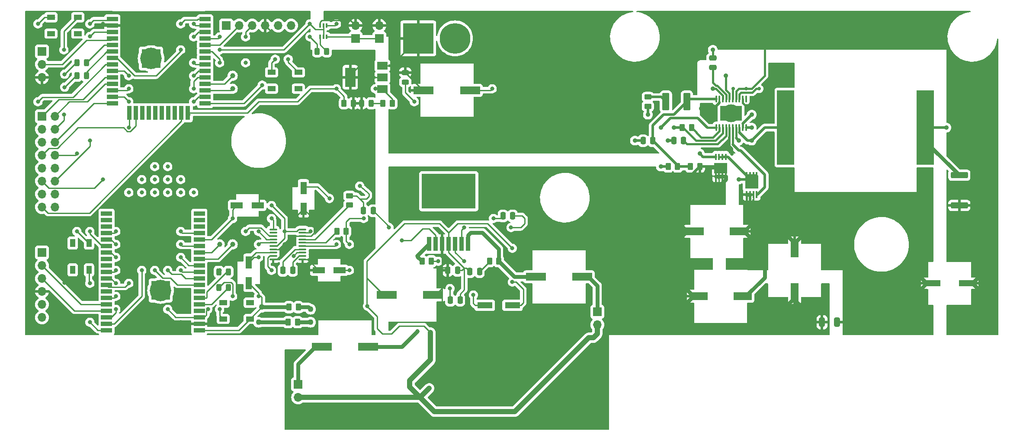
<source format=gbr>
%TF.GenerationSoftware,KiCad,Pcbnew,7.0.10*%
%TF.CreationDate,2024-03-05T22:09:10-05:00*%
%TF.ProjectId,PCB_Main_Final,5043425f-4d61-4696-9e5f-46696e616c2e,rev?*%
%TF.SameCoordinates,Original*%
%TF.FileFunction,Copper,L1,Top*%
%TF.FilePolarity,Positive*%
%FSLAX46Y46*%
G04 Gerber Fmt 4.6, Leading zero omitted, Abs format (unit mm)*
G04 Created by KiCad (PCBNEW 7.0.10) date 2024-03-05 22:09:10*
%MOMM*%
%LPD*%
G01*
G04 APERTURE LIST*
G04 Aperture macros list*
%AMRoundRect*
0 Rectangle with rounded corners*
0 $1 Rounding radius*
0 $2 $3 $4 $5 $6 $7 $8 $9 X,Y pos of 4 corners*
0 Add a 4 corners polygon primitive as box body*
4,1,4,$2,$3,$4,$5,$6,$7,$8,$9,$2,$3,0*
0 Add four circle primitives for the rounded corners*
1,1,$1+$1,$2,$3*
1,1,$1+$1,$4,$5*
1,1,$1+$1,$6,$7*
1,1,$1+$1,$8,$9*
0 Add four rect primitives between the rounded corners*
20,1,$1+$1,$2,$3,$4,$5,0*
20,1,$1+$1,$4,$5,$6,$7,0*
20,1,$1+$1,$6,$7,$8,$9,0*
20,1,$1+$1,$8,$9,$2,$3,0*%
G04 Aperture macros list end*
%TA.AperFunction,SMDPad,CuDef*%
%ADD10R,2.997200X1.193800*%
%TD*%
%TA.AperFunction,SMDPad,CuDef*%
%ADD11R,3.911600X1.498600*%
%TD*%
%TA.AperFunction,SMDPad,CuDef*%
%ADD12RoundRect,0.250000X0.262500X0.450000X-0.262500X0.450000X-0.262500X-0.450000X0.262500X-0.450000X0*%
%TD*%
%TA.AperFunction,ComponentPad*%
%ADD13O,1.700000X1.700000*%
%TD*%
%TA.AperFunction,ComponentPad*%
%ADD14R,1.700000X1.700000*%
%TD*%
%TA.AperFunction,SMDPad,CuDef*%
%ADD15RoundRect,0.250000X-0.250000X-0.475000X0.250000X-0.475000X0.250000X0.475000X-0.250000X0.475000X0*%
%TD*%
%TA.AperFunction,SMDPad,CuDef*%
%ADD16RoundRect,0.250000X-0.262500X-0.450000X0.262500X-0.450000X0.262500X0.450000X-0.262500X0.450000X0*%
%TD*%
%TA.AperFunction,SMDPad,CuDef*%
%ADD17RoundRect,0.250000X0.250000X0.475000X-0.250000X0.475000X-0.250000X-0.475000X0.250000X-0.475000X0*%
%TD*%
%TA.AperFunction,SMDPad,CuDef*%
%ADD18R,10.580000X6.840000*%
%TD*%
%TA.AperFunction,SMDPad,CuDef*%
%ADD19R,0.890000X2.790000*%
%TD*%
%TA.AperFunction,SMDPad,CuDef*%
%ADD20RoundRect,0.100000X0.637500X0.100000X-0.637500X0.100000X-0.637500X-0.100000X0.637500X-0.100000X0*%
%TD*%
%TA.AperFunction,SMDPad,CuDef*%
%ADD21R,3.352800X14.554200*%
%TD*%
%TA.AperFunction,SMDPad,CuDef*%
%ADD22RoundRect,0.250000X-0.325000X-0.650000X0.325000X-0.650000X0.325000X0.650000X-0.325000X0.650000X0*%
%TD*%
%TA.AperFunction,SMDPad,CuDef*%
%ADD23RoundRect,0.243750X-0.243750X-0.456250X0.243750X-0.456250X0.243750X0.456250X-0.243750X0.456250X0*%
%TD*%
%TA.AperFunction,SMDPad,CuDef*%
%ADD24R,2.413000X1.168400*%
%TD*%
%TA.AperFunction,SMDPad,CuDef*%
%ADD25RoundRect,0.250000X1.425000X-0.362500X1.425000X0.362500X-1.425000X0.362500X-1.425000X-0.362500X0*%
%TD*%
%TA.AperFunction,SMDPad,CuDef*%
%ADD26RoundRect,0.249999X-0.450001X-1.450001X0.450001X-1.450001X0.450001X1.450001X-0.450001X1.450001X0*%
%TD*%
%TA.AperFunction,SMDPad,CuDef*%
%ADD27R,2.000000X1.500000*%
%TD*%
%TA.AperFunction,SMDPad,CuDef*%
%ADD28R,2.000000X3.800000*%
%TD*%
%TA.AperFunction,SMDPad,CuDef*%
%ADD29R,0.304800X1.294801*%
%TD*%
%TA.AperFunction,SMDPad,CuDef*%
%ADD30R,2.500000X2.000000*%
%TD*%
%TA.AperFunction,SMDPad,CuDef*%
%ADD31R,2.160000X0.900000*%
%TD*%
%TA.AperFunction,SMDPad,CuDef*%
%ADD32R,0.900000X2.700000*%
%TD*%
%TA.AperFunction,SMDPad,CuDef*%
%ADD33R,0.900000X0.900000*%
%TD*%
%TA.AperFunction,SMDPad,CuDef*%
%ADD34RoundRect,0.250000X0.450000X-0.262500X0.450000X0.262500X-0.450000X0.262500X-0.450000X-0.262500X0*%
%TD*%
%TA.AperFunction,SMDPad,CuDef*%
%ADD35R,1.549400X0.990600*%
%TD*%
%TA.AperFunction,SMDPad,CuDef*%
%ADD36RoundRect,0.243750X0.243750X0.456250X-0.243750X0.456250X-0.243750X-0.456250X0.243750X-0.456250X0*%
%TD*%
%TA.AperFunction,SMDPad,CuDef*%
%ADD37RoundRect,0.243750X0.456250X-0.243750X0.456250X0.243750X-0.456250X0.243750X-0.456250X-0.243750X0*%
%TD*%
%TA.AperFunction,SMDPad,CuDef*%
%ADD38O,0.349999X1.400000*%
%TD*%
%TA.AperFunction,SMDPad,CuDef*%
%ADD39R,4.199999X2.999999*%
%TD*%
%TA.AperFunction,ComponentPad*%
%ADD40C,6.000000*%
%TD*%
%TA.AperFunction,ComponentPad*%
%ADD41R,6.000000X6.000000*%
%TD*%
%TA.AperFunction,SMDPad,CuDef*%
%ADD42R,1.168400X2.413000*%
%TD*%
%TA.AperFunction,SMDPad,CuDef*%
%ADD43RoundRect,0.250000X0.475000X-0.250000X0.475000X0.250000X-0.475000X0.250000X-0.475000X-0.250000X0*%
%TD*%
%TA.AperFunction,SMDPad,CuDef*%
%ADD44R,0.990600X1.549400*%
%TD*%
%TA.AperFunction,SMDPad,CuDef*%
%ADD45R,0.439998X1.389999*%
%TD*%
%TA.AperFunction,SMDPad,CuDef*%
%ADD46R,2.550000X2.500000*%
%TD*%
%TA.AperFunction,SMDPad,CuDef*%
%ADD47R,3.606800X1.498600*%
%TD*%
%TA.AperFunction,SMDPad,CuDef*%
%ADD48R,1.498600X3.606800*%
%TD*%
%TA.AperFunction,SMDPad,CuDef*%
%ADD49R,0.355600X0.876300*%
%TD*%
%TA.AperFunction,SMDPad,CuDef*%
%ADD50R,3.302000X1.219200*%
%TD*%
%TA.AperFunction,ViaPad*%
%ADD51C,0.800000*%
%TD*%
%TA.AperFunction,ViaPad*%
%ADD52C,4.500000*%
%TD*%
%TA.AperFunction,ViaPad*%
%ADD53C,0.900000*%
%TD*%
%TA.AperFunction,ViaPad*%
%ADD54C,1.100000*%
%TD*%
%TA.AperFunction,ViaPad*%
%ADD55C,4.200000*%
%TD*%
%TA.AperFunction,ViaPad*%
%ADD56C,0.700000*%
%TD*%
%TA.AperFunction,ViaPad*%
%ADD57C,1.000000*%
%TD*%
%TA.AperFunction,ViaPad*%
%ADD58C,3.500000*%
%TD*%
%TA.AperFunction,Conductor*%
%ADD59C,0.250000*%
%TD*%
%TA.AperFunction,Conductor*%
%ADD60C,0.750000*%
%TD*%
%TA.AperFunction,Conductor*%
%ADD61C,1.000000*%
%TD*%
%TA.AperFunction,Conductor*%
%ADD62C,0.400000*%
%TD*%
%TA.AperFunction,Conductor*%
%ADD63C,0.500000*%
%TD*%
G04 APERTURE END LIST*
D10*
%TO.P,Cb3,1*%
%TO.N,Net-(U13-Bias)*%
X133184900Y-105918000D03*
%TO.P,Cb3,2*%
%TO.N,AGND*%
X138595100Y-105918000D03*
%TD*%
D11*
%TO.P,C3b1,2*%
%TO.N,AGND*%
X113944400Y-103886000D03*
%TO.P,C3b1,1*%
%TO.N,14V*%
X123037600Y-103886000D03*
%TD*%
D12*
%TO.P,RsnR1,2*%
%TO.N,Net-(CsnR7-Pad1)*%
X134088500Y-97282000D03*
%TO.P,RsnR1,1*%
%TO.N,Net-(U13-Out_A)*%
X135913500Y-97282000D03*
%TD*%
D11*
%TO.P,C0L1,2*%
%TO.N,Net-(J13-Pin_1)*%
X101244400Y-114046000D03*
%TO.P,C0L1,1*%
%TO.N,Net-(U13-Out_B)*%
X110337600Y-114046000D03*
%TD*%
D13*
%TO.P,J6,2,Pin_2*%
%TO.N,AGND*%
X155194000Y-109723000D03*
D14*
%TO.P,J6,1,Pin_1*%
%TO.N,Net-(J14-Pin_1)*%
X155194000Y-107183000D03*
%TD*%
D15*
%TO.P,Csc1,2*%
%TO.N,AGND*%
X127823000Y-99060000D03*
%TO.P,Csc1,1*%
%TO.N,14V*%
X125923000Y-99060000D03*
%TD*%
D16*
%TO.P,RsnL1,2*%
%TO.N,Net-(CsnL3-Pad1)*%
X122705500Y-97282000D03*
%TO.P,RsnL1,1*%
%TO.N,Net-(U13-Out_B)*%
X120880500Y-97282000D03*
%TD*%
D15*
%TO.P,CsnL1,2*%
%TO.N,AGND*%
X128331000Y-104902000D03*
%TO.P,CsnL1,1*%
%TO.N,Net-(CsnL3-Pad1)*%
X126431000Y-104902000D03*
%TD*%
D13*
%TO.P,J5,2,Pin_2*%
%TO.N,AGND*%
X96647000Y-123947000D03*
D14*
%TO.P,J5,1,Pin_1*%
%TO.N,Net-(J13-Pin_1)*%
X96647000Y-121407000D03*
%TD*%
D11*
%TO.P,C0R1,2*%
%TO.N,Net-(J14-Pin_1)*%
X152247600Y-100330000D03*
%TO.P,C0R1,1*%
%TO.N,Net-(U13-Out_A)*%
X143154400Y-100330000D03*
%TD*%
D15*
%TO.P,CiL1,2*%
%TO.N,Net-(U13-In_B)*%
X111313000Y-87376000D03*
%TO.P,CiL1,1*%
%TO.N,Left_Audio*%
X109413000Y-87376000D03*
%TD*%
%TO.P,CiR1,2*%
%TO.N,Net-(U13-In_A)*%
X138618000Y-88392000D03*
%TO.P,CiR1,1*%
%TO.N,Right_Audio*%
X136718000Y-88392000D03*
%TD*%
D17*
%TO.P,CsnR2,2*%
%TO.N,AGND*%
X130241000Y-99314000D03*
%TO.P,CsnR2,1*%
%TO.N,Net-(CsnR7-Pad1)*%
X132141000Y-99314000D03*
%TD*%
D18*
%TO.P,U6,8,TAB*%
%TO.N,unconnected-(U13-TAB-Pad8)*%
X126111000Y-83566000D03*
D19*
%TO.P,U6,7,Out_A*%
%TO.N,Net-(U13-Out_A)*%
X129921000Y-93916000D03*
%TO.P,U6,6,In_A*%
%TO.N,Net-(U13-In_A)*%
X128651000Y-93916000D03*
%TO.P,U6,5,Bias*%
%TO.N,Net-(U13-Bias)*%
X127381000Y-93916000D03*
%TO.P,U6,4,GND*%
%TO.N,AGND*%
X126111000Y-93916000D03*
%TO.P,U6,3,Vcc*%
%TO.N,14V*%
X124841000Y-93916000D03*
%TO.P,U6,2,In_B*%
%TO.N,Net-(U13-In_B)*%
X123571000Y-93916000D03*
%TO.P,U6,1,Out_B*%
%TO.N,Net-(U13-Out_B)*%
X122301000Y-93916000D03*
%TD*%
D20*
%TO.P,U9,1,CPVDD*%
%TO.N,3.3V*%
X97482500Y-96905000D03*
%TO.P,U9,2,CAPP*%
%TO.N,Net-(U9-CAPP)*%
X97482500Y-96255000D03*
%TO.P,U9,3,CPGND*%
%TO.N,AGND*%
X97482500Y-95605000D03*
%TO.P,U9,4,CAPM*%
%TO.N,Net-(U9-CAPM)*%
X97482500Y-94955000D03*
%TO.P,U9,5,VNEG*%
%TO.N,Net-(U9-VNEG)*%
X97482500Y-94305000D03*
%TO.P,U9,6,OUTL*%
%TO.N,Net-(U9-OUTL)*%
X97482500Y-93655000D03*
%TO.P,U9,7,OUTR*%
%TO.N,Net-(U9-OUTR)*%
X97482500Y-93005000D03*
%TO.P,U9,8,AVDD*%
%TO.N,3.3V*%
X97482500Y-92355000D03*
%TO.P,U9,9,AGND*%
%TO.N,AGND*%
X97482500Y-91705000D03*
%TO.P,U9,10,DEMP*%
%TO.N,GND*%
X97482500Y-91055000D03*
%TO.P,U9,11,FLT*%
X91757500Y-91055000D03*
%TO.P,U9,12,SCK*%
%TO.N,unconnected-(U9-SCK-Pad12)*%
X91757500Y-91705000D03*
%TO.P,U9,13,BCK*%
%TO.N,I2S-BCK*%
X91757500Y-92355000D03*
%TO.P,U9,14,DIN*%
%TO.N,I2S_DATA*%
X91757500Y-93005000D03*
%TO.P,U9,15,LRCK*%
%TO.N,I2S-WS*%
X91757500Y-93655000D03*
%TO.P,U9,16,FMT*%
%TO.N,GND*%
X91757500Y-94305000D03*
%TO.P,U9,17,XSMT*%
%TO.N,3.3V*%
X91757500Y-94955000D03*
%TO.P,U9,18,LDOO*%
%TO.N,Net-(U9-LDOO)*%
X91757500Y-95605000D03*
%TO.P,U9,19,DGND*%
%TO.N,GND*%
X91757500Y-96255000D03*
%TO.P,U9,20,DVDD*%
%TO.N,3.3V*%
X91757500Y-96905000D03*
%TD*%
D21*
%TO.P,L2,1,1*%
%TO.N,Net-(U11-CSN)*%
X219417900Y-71120000D03*
%TO.P,L2,2,2*%
%TO.N,Net-(M3-Back)*%
X192062100Y-71120000D03*
%TD*%
D22*
%TO.P,Coutx2,1*%
%TO.N,14V*%
X199185000Y-109220000D03*
%TO.P,Coutx2,2*%
%TO.N,GND*%
X202135000Y-109220000D03*
%TD*%
D23*
%TO.P,D10,1,K*%
%TO.N,Net-(D10-K)*%
X81112500Y-99365000D03*
%TO.P,D10,2,A*%
%TO.N,Net-(D10-A)*%
X82987500Y-99365000D03*
%TD*%
D24*
%TO.P,C43,1*%
%TO.N,3.3V*%
X100665200Y-99060000D03*
%TO.P,C43,2*%
%TO.N,AGND*%
X104780000Y-99060000D03*
%TD*%
D25*
%TO.P,Rsense2,1*%
%TO.N,5V*%
X226060000Y-86360000D03*
%TO.P,Rsense2,2*%
%TO.N,Net-(U11-CSN)*%
X226060000Y-80435000D03*
%TD*%
D12*
%TO.P,TH2,1*%
%TO.N,3.3V*%
X107450000Y-66345000D03*
%TO.P,TH2,2*%
%TO.N,Therm_Reading*%
X105625000Y-66345000D03*
%TD*%
D26*
%TO.P,Ccomp3,1*%
%TO.N,Net-(Ccomp3-Pad1)*%
X168620000Y-66040000D03*
%TO.P,Ccomp3,2*%
%TO.N,Net-(U11-FB)*%
X172720000Y-66040000D03*
%TD*%
D27*
%TO.P,U10,1,GND*%
%TO.N,GND*%
X113140000Y-63565000D03*
%TO.P,U10,2,VO*%
%TO.N,3.3V*%
X113140000Y-61265000D03*
D28*
X106840000Y-61265000D03*
D27*
%TO.P,U10,3,VI*%
%TO.N,5V*%
X113140000Y-58965000D03*
%TD*%
D14*
%TO.P,LightSensorConnector2,1,Pin_1*%
%TO.N,GND*%
X46490000Y-56185000D03*
D13*
%TO.P,LightSensorConnector2,2,Pin_2*%
%TO.N,Light_Reading*%
X46490000Y-58725000D03*
%TO.P,LightSensorConnector2,3,Pin_3*%
%TO.N,3.3V*%
X46490000Y-61265000D03*
%TD*%
D14*
%TO.P,J8,1,Pin_1*%
%TO.N,R1_PIN*%
X46490000Y-68885000D03*
D13*
%TO.P,J8,2,Pin_2*%
%TO.N,G1_PIN*%
X49030000Y-68885000D03*
%TO.P,J8,3,Pin_3*%
%TO.N,B1_PIN*%
X46490000Y-71425000D03*
%TO.P,J8,4,Pin_4*%
%TO.N,GND*%
X49030000Y-71425000D03*
%TO.P,J8,5,Pin_5*%
%TO.N,R2_PIN*%
X46490000Y-73965000D03*
%TO.P,J8,6,Pin_6*%
%TO.N,G2_PIN*%
X49030000Y-73965000D03*
%TO.P,J8,7,Pin_7*%
%TO.N,B2_PIN*%
X46490000Y-76505000D03*
%TO.P,J8,8,Pin_8*%
%TO.N,GND*%
X49030000Y-76505000D03*
%TO.P,J8,9,Pin_9*%
%TO.N,A_PIN*%
X46490000Y-79045000D03*
%TO.P,J8,10,Pin_10*%
%TO.N,B_PIN*%
X49030000Y-79045000D03*
%TO.P,J8,11,Pin_11*%
%TO.N,C_PIN*%
X46490000Y-81585000D03*
%TO.P,J8,12,Pin_12*%
%TO.N,D_PIN*%
X49030000Y-81585000D03*
%TO.P,J8,13,Pin_13*%
%TO.N,CLK_PIN*%
X46490000Y-84125000D03*
%TO.P,J8,14,Pin_14*%
%TO.N,STB*%
X49030000Y-84125000D03*
%TO.P,J8,15,Pin_15*%
%TO.N,OE_PIN*%
X46490000Y-86665000D03*
%TO.P,J8,16,Pin_16*%
%TO.N,GND*%
X49030000Y-86665000D03*
%TD*%
D29*
%TO.P,M4,1,SOURCE*%
%TO.N,Net-(M3-Back)*%
X180337099Y-76847401D03*
%TO.P,M4,2,SOURCE*%
X179687101Y-76847401D03*
%TO.P,M4,3,SOURCE*%
X179037099Y-76847401D03*
%TO.P,M4,4,GATE*%
%TO.N,Net-(M4-GATE)*%
X178387101Y-76847401D03*
%TO.P,M4,5,DRAIN*%
%TO.N,14V*%
X178387101Y-80640000D03*
%TO.P,M4,6,DRAIN*%
X179037099Y-80640000D03*
%TO.P,M4,7,DRAIN*%
X179687101Y-80640000D03*
%TO.P,M4,8,DRAIN*%
X180337099Y-80640000D03*
D30*
%TO.P,M4,9,DRAIN*%
X179362100Y-79071000D03*
%TD*%
D31*
%TO.P,U7,1,GND*%
%TO.N,GND*%
X60270000Y-49865000D03*
%TO.P,U7,2,3V3*%
%TO.N,3.3V*%
X60270000Y-51135000D03*
%TO.P,U7,3,EN/CHIP_PU*%
%TO.N,EN_WROOM*%
X60270000Y-52405000D03*
%TO.P,U7,4,SENSOR_VP/GPIO36/ADC1_CH0*%
%TO.N,Light_Reading*%
X60270000Y-53675000D03*
%TO.P,U7,5,SENSOR_VN/GPIO39/ADC1_CH3*%
%TO.N,Net-(D9-A)*%
X60270000Y-54945000D03*
%TO.P,U7,6,GPIO34/ADC1_CH6*%
%TO.N,Net-(D8-A)*%
X60270000Y-56215000D03*
%TO.P,U7,7,GPIO35/ADC1_CH7*%
%TO.N,WROOM_TO_FANS*%
X60270000Y-57485000D03*
%TO.P,U7,8,32K_XP/GPIO32/ADC1_CH4*%
%TO.N,WIO32*%
X60270000Y-58755000D03*
%TO.P,U7,9,32K_XN/GPIO33/ADC1_CH5*%
%TO.N,D_PIN*%
X60270000Y-60025000D03*
%TO.P,U7,10,DAC_1/ADC2_CH8/GPIO25*%
%TO.N,R1_PIN*%
X60270000Y-61295000D03*
%TO.P,U7,11,DAC_2/ADC2_CH9/GPIO26*%
%TO.N,G1_PIN*%
X60270000Y-62565000D03*
%TO.P,U7,12,ADC2_CH7/GPIO27*%
%TO.N,B1_PIN*%
X60270000Y-63835000D03*
%TO.P,U7,13,MTMS/GPIO14/ADC2_CH6*%
%TO.N,R2_PIN*%
X60270000Y-65105000D03*
%TO.P,U7,14,MTDI/GPIO12/ADC2_CH5*%
%TO.N,G2_PIN*%
X60270000Y-66375000D03*
D32*
%TO.P,U7,15,GND*%
%TO.N,GND*%
X63630000Y-68225000D03*
%TO.P,U7,16,MTCK/GPIO13/ADC2_CH4*%
%TO.N,B2_PIN*%
X64900000Y-68225000D03*
%TO.P,U7,17*%
%TO.N,N/C*%
X66170000Y-68225000D03*
%TO.P,U7,18*%
X67440000Y-68225000D03*
%TO.P,U7,19*%
X68710000Y-68225000D03*
%TO.P,U7,20*%
X69980000Y-68225000D03*
%TO.P,U7,21*%
X71250000Y-68225000D03*
%TO.P,U7,22*%
X72520000Y-68225000D03*
%TO.P,U7,23,MTDO/GPIO15/ADC2_CH3*%
%TO.N,OE_PIN*%
X73790000Y-68225000D03*
%TO.P,U7,24,ADC2_CH2/GPIO2*%
%TO.N,Therm_Reading*%
X75060000Y-68225000D03*
D31*
%TO.P,U7,25,GPIO0/BOOT/ADC2_CH1*%
%TO.N,IO0_WROOM*%
X78430000Y-66375000D03*
%TO.P,U7,26,ADC2_CH0/GPIO4*%
%TO.N,STB*%
X78430000Y-65105000D03*
%TO.P,U7,27,GPIO16*%
%TO.N,WROOM_TALK_RX*%
X78430000Y-63835000D03*
%TO.P,U7,28,GPIO17*%
%TO.N,WROOM_TALK_TX*%
X78430000Y-62565000D03*
%TO.P,U7,29,GPIO5*%
%TO.N,C_PIN*%
X78430000Y-61295000D03*
%TO.P,U7,30,GPIO18*%
%TO.N,CLK_PIN*%
X78430000Y-60025000D03*
%TO.P,U7,31,GPIO19*%
%TO.N,B_PIN*%
X78430000Y-58755000D03*
%TO.P,U7,32*%
%TO.N,N/C*%
X78430000Y-57485000D03*
%TO.P,U7,33,GPIO21*%
%TO.N,WIO21*%
X78430000Y-56215000D03*
%TO.P,U7,34,U0RXD/GPIO3*%
%TO.N,RXD0_WROOM*%
X78430000Y-54945000D03*
%TO.P,U7,35,U0TXD/GPIO1*%
%TO.N,TXD0_WROOM*%
X78430000Y-53675000D03*
%TO.P,U7,36,GPIO22*%
%TO.N,WIO22*%
X78430000Y-52405000D03*
%TO.P,U7,37,GPIO23*%
%TO.N,A_PIN*%
X78430000Y-51135000D03*
%TO.P,U7,38,GND*%
%TO.N,GND*%
X78430000Y-49865000D03*
D33*
%TO.P,U7,39,GND_THERMAL*%
X66450000Y-56185000D03*
X66450000Y-56185000D03*
X66450000Y-57585000D03*
X66450000Y-58985000D03*
X66450000Y-58985000D03*
X67850000Y-56185000D03*
X67850000Y-57585000D03*
X67850000Y-58985000D03*
X67850000Y-58985000D03*
X69250000Y-56185000D03*
X69250000Y-57585000D03*
X69250000Y-58985000D03*
%TD*%
D34*
%TO.P,R26,1*%
%TO.N,Net-(U9-OUTR)*%
X106680000Y-86285000D03*
%TO.P,R26,2*%
%TO.N,Left_Audio*%
X106680000Y-84460000D03*
%TD*%
D35*
%TO.P,SW8,1,1*%
%TO.N,GND*%
X87215001Y-108584999D03*
%TO.P,SW8,2,2*%
%TO.N,Net-(C56-Pad2)*%
X81964999Y-108584999D03*
%TO.P,SW8,3*%
%TO.N,N/C*%
X87215001Y-105385001D03*
%TO.P,SW8,4*%
X81964999Y-105385001D03*
%TD*%
D24*
%TO.P,C36,1*%
%TO.N,3.3V*%
X88734900Y-86360000D03*
%TO.P,C36,2*%
%TO.N,GND*%
X84620100Y-86360000D03*
%TD*%
D36*
%TO.P,D13,1,K*%
%TO.N,Net-(D13-K)*%
X110927500Y-66345000D03*
%TO.P,D13,2,A*%
%TO.N,3.3V*%
X109052500Y-66345000D03*
%TD*%
D37*
%TO.P,D12,1,K*%
%TO.N,Net-(D12-K)*%
X117610000Y-62202500D03*
%TO.P,D12,2,A*%
%TO.N,5V*%
X117610000Y-60327500D03*
%TD*%
D23*
%TO.P,D11,2,A*%
%TO.N,Net-(D11-A)*%
X82987500Y-102405000D03*
%TO.P,D11,1,K*%
%TO.N,Net-(D11-K)*%
X81112500Y-102405000D03*
%TD*%
D38*
%TO.P,U11,1,SYNCOUT*%
%TO.N,unconnected-(U11-SYNCOUT-Pad1)*%
X184304998Y-65520002D03*
%TO.P,U11,2,OPT*%
%TO.N,GND*%
X183654997Y-65520002D03*
%TO.P,U11,3,CSN*%
%TO.N,Net-(U11-CSN)*%
X183004999Y-65520002D03*
%TO.P,U11,4,CSP*%
%TO.N,5V*%
X182354997Y-65520002D03*
%TO.P,U11,5,VIN*%
%TO.N,Net-(U11-VIN)*%
X181704999Y-65520002D03*
%TO.P,U11,6,UVLO*%
%TO.N,Net-(U11-UVLO)*%
X181054997Y-65520002D03*
%TO.P,U11,7,SS*%
%TO.N,Net-(U11-SS)*%
X180404999Y-65520002D03*
%TO.P,U11,8,SYNCIN_RT*%
%TO.N,Net-(U11-SYNCIN_RT)*%
X179754997Y-65520002D03*
%TO.P,U11,9,AGND*%
%TO.N,GND*%
X179104999Y-65520002D03*
%TO.P,U11,10,FB*%
%TO.N,Net-(U11-FB)*%
X178454998Y-65520002D03*
%TO.P,U11,11,COMP*%
%TO.N,Net-(U11-COMP)*%
X178454998Y-71120000D03*
%TO.P,U11,12,SLOPE*%
%TO.N,Net-(U11-SLOPE)*%
X179104999Y-71120000D03*
%TO.P,U11,13,MODE*%
%TO.N,GND*%
X179754997Y-71120000D03*
%TO.P,U11,14,RES*%
%TO.N,Net-(U11-RES)*%
X180404999Y-71120000D03*
%TO.P,U11,15,PGND*%
%TO.N,GND*%
X181054997Y-71120000D03*
%TO.P,U11,16,LO*%
%TO.N,Net-(M3-G)*%
X181704999Y-71120000D03*
%TO.P,U11,17,VCC*%
%TO.N,Net-(Dbst2-A)*%
X182354997Y-71120000D03*
%TO.P,U11,18,SW*%
%TO.N,Net-(M3-Back)*%
X183004999Y-71120000D03*
%TO.P,U11,19,HO*%
%TO.N,Net-(M4-GATE)*%
X183654997Y-71120000D03*
%TO.P,U11,20,BST*%
%TO.N,Net-(Dbst2-K)*%
X184304998Y-71120000D03*
D39*
%TO.P,U11,21,PAD*%
%TO.N,unconnected-(U11-PAD-Pad21)*%
X181379998Y-68320001D03*
%TD*%
D14*
%TO.P,J10,1,Pin_1*%
%TO.N,Net-(J10-Pin_1)*%
X107880000Y-53645000D03*
D13*
%TO.P,J10,2,Pin_2*%
%TO.N,5V*%
X107880000Y-51105000D03*
%TD*%
D40*
%TO.P,J7,N,NEG*%
%TO.N,GND*%
X127350000Y-53645000D03*
D41*
%TO.P,J7,P,POS*%
%TO.N,5V*%
X120150000Y-53645000D03*
%TD*%
D17*
%TO.P,C39,1*%
%TO.N,Net-(U9-CAPP)*%
X95570000Y-99060000D03*
%TO.P,C39,2*%
%TO.N,Net-(U9-CAPM)*%
X93670000Y-99060000D03*
%TD*%
D42*
%TO.P,C35,1*%
%TO.N,Net-(U9-LDOO)*%
X87000000Y-97485200D03*
%TO.P,C35,2*%
%TO.N,GND*%
X87000000Y-101600000D03*
%TD*%
D16*
%TO.P,R28,1*%
%TO.N,Net-(D13-K)*%
X113245000Y-66345000D03*
%TO.P,R28,2*%
%TO.N,GND*%
X115070000Y-66345000D03*
%TD*%
D15*
%TO.P,Ccomp4,1*%
%TO.N,Net-(U11-COMP)*%
X164150000Y-73660000D03*
%TO.P,Ccomp4,2*%
%TO.N,Net-(U11-FB)*%
X166050000Y-73660000D03*
%TD*%
D23*
%TO.P,D8,1,K*%
%TO.N,Net-(D8-K)*%
X53315000Y-60960000D03*
%TO.P,D8,2,A*%
%TO.N,Net-(D8-A)*%
X55190000Y-60960000D03*
%TD*%
D17*
%TO.P,Cres2,1*%
%TO.N,Net-(U11-RES)*%
X172080000Y-73660000D03*
%TO.P,Cres2,2*%
%TO.N,GND*%
X170180000Y-73660000D03*
%TD*%
D43*
%TO.P,Css2,1*%
%TO.N,Net-(U11-SS)*%
X177800000Y-59370000D03*
%TO.P,Css2,2*%
%TO.N,GND*%
X177800000Y-57470000D03*
%TD*%
D35*
%TO.P,WIO0,1,1*%
%TO.N,GND*%
X91440000Y-60300002D03*
%TO.P,WIO0,2,2*%
%TO.N,Net-(C53-Pad2)*%
X96690002Y-60300002D03*
%TO.P,WIO0,3*%
%TO.N,N/C*%
X91440000Y-63500000D03*
%TO.P,WIO0,4*%
X96690002Y-63500000D03*
%TD*%
D23*
%TO.P,D14,1,K*%
%TO.N,Net-(D14-K)*%
X100374986Y-56185000D03*
%TO.P,D14,2,A*%
%TO.N,Net-(D14-A)*%
X102249986Y-56185000D03*
%TD*%
D42*
%TO.P,C44,1*%
%TO.N,3.3V*%
X97681050Y-87038450D03*
%TO.P,C44,2*%
%TO.N,AGND*%
X97681050Y-82923650D03*
%TD*%
D44*
%TO.P,RIO0,1,1*%
%TO.N,GND*%
X55709999Y-93726251D03*
%TO.P,RIO0,2,2*%
%TO.N,Net-(C55-Pad2)*%
X55709999Y-98976253D03*
%TO.P,RIO0,3*%
%TO.N,N/C*%
X52510001Y-93726251D03*
%TO.P,RIO0,4*%
X52510001Y-98976253D03*
%TD*%
D35*
%TO.P,W EN,1,1*%
%TO.N,GND*%
X48260000Y-49505001D03*
%TO.P,W EN,2,2*%
%TO.N,Net-(C54-Pad2)*%
X53510002Y-49505001D03*
%TO.P,W EN,3*%
%TO.N,N/C*%
X48260000Y-52704999D03*
%TO.P,W EN,4*%
X53510002Y-52704999D03*
%TD*%
D14*
%TO.P,J9,1,Pin_1*%
%TO.N,Net-(J10-Pin_1)*%
X112530000Y-53645000D03*
D13*
%TO.P,J9,2,Pin_2*%
%TO.N,5V*%
X112530000Y-51105000D03*
%TD*%
D16*
%TO.P,R34,1*%
%TO.N,GND*%
X94695000Y-109220000D03*
%TO.P,R34,2*%
%TO.N,AGND*%
X96520000Y-109220000D03*
%TD*%
D23*
%TO.P,D9,1,K*%
%TO.N,Net-(D9-K)*%
X53315000Y-58420000D03*
%TO.P,D9,2,A*%
%TO.N,Net-(D9-A)*%
X55190000Y-58420000D03*
%TD*%
D16*
%TO.P,R33,1*%
%TO.N,GND*%
X94845500Y-106270000D03*
%TO.P,R33,2*%
%TO.N,AGND*%
X96670500Y-106270000D03*
%TD*%
D31*
%TO.P,U8,1,GND*%
%TO.N,GND*%
X77300000Y-110795000D03*
%TO.P,U8,2,3V3*%
%TO.N,3.3V*%
X77300000Y-109525000D03*
%TO.P,U8,3,EN/CHIP_PU*%
%TO.N,EN_ROVER*%
X77300000Y-108255000D03*
%TO.P,U8,4,SENSOR_VP/GPIO36/ADC1_CH0*%
%TO.N,RIO36*%
X77300000Y-106985000D03*
%TO.P,U8,5,SENSOR_VN/GPIO39/ADC1_CH3*%
%TO.N,Net-(D11-A)*%
X77300000Y-105715000D03*
%TO.P,U8,6,GPIO34/ADC1_CH6*%
%TO.N,Net-(D10-A)*%
X77300000Y-104445000D03*
%TO.P,U8,7,GPIO35/ADC1_CH7*%
%TO.N,RIO35*%
X77300000Y-103175000D03*
%TO.P,U8,8,32K_XP/GPIO32/ADC1_CH4*%
%TO.N,RIO32*%
X77300000Y-101905000D03*
%TO.P,U8,9,32K_XN/GPIO33/ADC1_CH5*%
%TO.N,RIO33*%
X77300000Y-100635000D03*
%TO.P,U8,10,DAC_1/ADC2_CH8/GPIO25*%
%TO.N,I2S_DATA*%
X77300000Y-99365000D03*
%TO.P,U8,11,DAC_2/ADC2_CH9/GPIO26*%
%TO.N,I2S-BCK*%
X77300000Y-98095000D03*
%TO.P,U8,12,ADC2_CH7/GPIO27*%
%TO.N,ROVER_TALK_TX*%
X77300000Y-96825000D03*
%TO.P,U8,13,MTMS/GPIO14/ADC2_CH6*%
%TO.N,ROVER_TALK_RX*%
X77300000Y-95555000D03*
%TO.P,U8,14,MTDI/GPIO12/ADC2_CH5*%
%TO.N,RIO12*%
X77300000Y-94285000D03*
%TO.P,U8,15,GND*%
%TO.N,GND*%
X77300000Y-93015000D03*
%TO.P,U8,16,MTCK/GPIO13/ADC2_CH4*%
%TO.N,RIO13*%
X77300000Y-91745000D03*
%TO.P,U8,17*%
%TO.N,N/C*%
X77300000Y-90475000D03*
%TO.P,U8,18*%
X77300000Y-89205000D03*
%TO.P,U8,19*%
X77300000Y-87935000D03*
%TO.P,U8,20*%
X59140000Y-87935000D03*
%TO.P,U8,21*%
X59140000Y-89205000D03*
%TO.P,U8,22*%
X59140000Y-90475000D03*
%TO.P,U8,23,MTDO/GPIO15/ADC2_CH3*%
%TO.N,RIO15*%
X59140000Y-91745000D03*
%TO.P,U8,24,ADC2_CH2/GPIO2*%
%TO.N,RIO2*%
X59140000Y-93015000D03*
%TO.P,U8,25,GPIO0/BOOT/ADC2_CH1*%
%TO.N,IO0_ROVER*%
X59140000Y-94285000D03*
%TO.P,U8,26,ADC2_CH0/GPIO4*%
%TO.N,RIO4*%
X59140000Y-95555000D03*
%TO.P,U8,27*%
%TO.N,N/C*%
X59140000Y-96825000D03*
%TO.P,U8,28*%
X59140000Y-98095000D03*
%TO.P,U8,29,GPIO5*%
%TO.N,RIO5*%
X59140000Y-99365000D03*
%TO.P,U8,30,GPIO18*%
%TO.N,RIO18*%
X59140000Y-100635000D03*
%TO.P,U8,31,GPIO19*%
%TO.N,RIO19*%
X59140000Y-101905000D03*
%TO.P,U8,32*%
%TO.N,N/C*%
X59140000Y-103175000D03*
%TO.P,U8,33,GPIO21*%
%TO.N,RIO21*%
X59140000Y-104445000D03*
%TO.P,U8,34,U0RXD/GPIO3*%
%TO.N,RXD0_ROVER*%
X59140000Y-105715000D03*
%TO.P,U8,35,U0TXD/GPIO1*%
%TO.N,TXD0_ROVER*%
X59140000Y-106985000D03*
%TO.P,U8,36,GPIO22*%
%TO.N,I2S-WS*%
X59140000Y-108255000D03*
%TO.P,U8,37,GPIO23*%
%TO.N,RIO23*%
X59140000Y-109525000D03*
%TO.P,U8,38,GND*%
%TO.N,GND*%
X59140000Y-110795000D03*
D33*
%TO.P,U8,39,GND_THERMAL*%
X71125000Y-104400000D03*
X71120000Y-103000000D03*
X71120000Y-101600000D03*
X69720000Y-104400000D03*
X69720000Y-103000000D03*
X69720000Y-101600000D03*
X68320000Y-104400000D03*
X68320000Y-103000000D03*
X68320000Y-101600000D03*
%TD*%
D45*
%TO.P,M3,1,S1*%
%TO.N,GND*%
X184442097Y-84226999D03*
%TO.P,M3,2,S2*%
X185092098Y-84226999D03*
%TO.P,M3,3,S3*%
X185742097Y-84226999D03*
%TO.P,M3,4,G*%
%TO.N,Net-(M3-G)*%
X186392098Y-84226999D03*
%TO.P,M3,5,D1*%
%TO.N,Net-(M3-Back)*%
X186392098Y-80536999D03*
%TO.P,M3,6,D2*%
X185742100Y-80536999D03*
%TO.P,M3,7,D3*%
X185092098Y-80536999D03*
%TO.P,M3,8,D4*%
X184442100Y-80536999D03*
D46*
%TO.P,M3,9,Back*%
X185417099Y-81731998D03*
%TD*%
D47*
%TO.P,Cout6,1*%
%TO.N,14V*%
X175044100Y-104140000D03*
%TO.P,Cout6,2*%
%TO.N,GND*%
X183654700Y-104140000D03*
%TD*%
D48*
%TO.P,Cout5,1*%
%TO.N,14V*%
X193814700Y-103365300D03*
%TO.P,Cout5,2*%
%TO.N,GND*%
X193814700Y-94754700D03*
%TD*%
D49*
%TO.P,Q2,1,S1*%
%TO.N,Net-(D14-A)*%
X100950014Y-53327500D03*
%TO.P,Q2,2,G1*%
%TO.N,WROOM_TO_FANS*%
X101600000Y-53327500D03*
%TO.P,Q2,3,D2*%
%TO.N,Net-(J10-Pin_1)*%
X102249986Y-53327500D03*
%TO.P,Q2,4,S2*%
%TO.N,GND*%
X102249986Y-51105000D03*
%TO.P,Q2,5,G2*%
%TO.N,WROOM_TO_FANS*%
X101600000Y-51105000D03*
%TO.P,Q2,6,D1*%
%TO.N,5V*%
X100950014Y-51105000D03*
%TD*%
D11*
%TO.P,C47,2*%
%TO.N,GND*%
X130310000Y-63805000D03*
%TO.P,C47,1*%
%TO.N,5V*%
X121216800Y-63805000D03*
%TD*%
D50*
%TO.P,Cin2,1*%
%TO.N,5V*%
X227622100Y-101600000D03*
%TO.P,Cin2,2*%
%TO.N,GND*%
X220713300Y-101600000D03*
%TD*%
D12*
%TO.P,Rslope2,1*%
%TO.N,Net-(U11-SLOPE)*%
X173632500Y-71120000D03*
%TO.P,Rslope2,2*%
%TO.N,GND*%
X171807500Y-71120000D03*
%TD*%
D14*
%TO.P,Boot2ROVER2,1,DTR*%
%TO.N,unconnected-(Boot2ROVER2-DTR-Pad1)*%
X46515000Y-95580000D03*
D13*
%TO.P,Boot2ROVER2,2,RX*%
%TO.N,RXD0_ROVER*%
X46515000Y-98120000D03*
%TO.P,Boot2ROVER2,3,TX*%
%TO.N,TXD0_ROVER*%
X46515000Y-100660000D03*
%TO.P,Boot2ROVER2,4,VCC*%
%TO.N,3.3V*%
X46515000Y-103200000D03*
%TO.P,Boot2ROVER2,5,CT5*%
%TO.N,unconnected-(Boot2ROVER2-CT5-Pad5)*%
X46515000Y-105740000D03*
%TO.P,Boot2ROVER2,6,GND*%
%TO.N,GND*%
X46515000Y-108280000D03*
%TD*%
D34*
%TO.P,Rcomp2,1*%
%TO.N,Net-(U11-COMP)*%
X165100000Y-66952500D03*
%TO.P,Rcomp2,2*%
%TO.N,Net-(Ccomp3-Pad1)*%
X165100000Y-65127500D03*
%TD*%
D16*
%TO.P,R25,1*%
%TO.N,Net-(U9-OUTL)*%
X104215000Y-91440000D03*
%TO.P,R25,2*%
%TO.N,Right_Audio*%
X106040000Y-91440000D03*
%TD*%
D47*
%TO.P,Cout4,2*%
%TO.N,GND*%
X182880000Y-91440000D03*
%TO.P,Cout4,1*%
%TO.N,14V*%
X174269400Y-91440000D03*
%TD*%
D12*
%TO.P,Rfbb2,1*%
%TO.N,Net-(U11-FB)*%
X170895000Y-78740000D03*
%TO.P,Rfbb2,2*%
%TO.N,GND*%
X169070000Y-78740000D03*
%TD*%
D14*
%TO.P,Boot2WROOM2,1,DTR*%
%TO.N,unconnected-(Boot2WROOM2-DTR-Pad1)*%
X82575000Y-51105000D03*
D13*
%TO.P,Boot2WROOM2,2,RX*%
%TO.N,RXD0_WROOM*%
X85115000Y-51105000D03*
%TO.P,Boot2WROOM2,3,TX*%
%TO.N,TXD0_WROOM*%
X87655000Y-51105000D03*
%TO.P,Boot2WROOM2,4,VCC*%
%TO.N,3.3V*%
X90195000Y-51105000D03*
%TO.P,Boot2WROOM2,5,CT5*%
%TO.N,unconnected-(Boot2WROOM2-CT5-Pad5)*%
X92735000Y-51105000D03*
%TO.P,Boot2WROOM2,6,GND*%
%TO.N,GND*%
X95275000Y-51105000D03*
%TD*%
D12*
%TO.P,Rfbt2,1*%
%TO.N,14V*%
X175260000Y-78740000D03*
%TO.P,Rfbt2,2*%
%TO.N,Net-(U11-FB)*%
X173435000Y-78740000D03*
%TD*%
D51*
%TO.N,Left_Audio*%
X108712000Y-82550000D03*
%TO.N,Right_Audio*%
X134874000Y-88900000D03*
X109474000Y-88900000D03*
D52*
%TO.N,unconnected-(U13-TAB-Pad8)*%
X126111000Y-82646000D03*
D51*
%TO.N,AGND*%
X138557000Y-101346000D03*
D53*
X122301000Y-122174000D03*
D51*
X110206283Y-106081252D03*
D53*
X120523000Y-123952000D03*
D51*
%TO.N,Net-(CsnL3-Pad1)*%
X124079000Y-97282000D03*
X126365000Y-102616000D03*
%TO.N,Net-(U13-In_A)*%
X129159000Y-90678000D03*
%TO.N,14V*%
X148717000Y-121666000D03*
%TO.N,Net-(U13-In_B)*%
X116967000Y-93218000D03*
%TO.N,Net-(U13-Bias)*%
X130937000Y-103886000D03*
%TO.N,AGND*%
X138557000Y-94742000D03*
%TO.N,Net-(U13-In_A)*%
X138303000Y-90678000D03*
%TO.N,Net-(U13-In_B)*%
X114427000Y-90678000D03*
%TO.N,Net-(U13-Bias)*%
X129159000Y-97282000D03*
%TO.N,14V*%
X128651000Y-121666000D03*
%TO.N,Net-(U13-Out_B)*%
X120015000Y-110998000D03*
X120015000Y-96266000D03*
%TO.N,3.3V*%
X96520000Y-88900000D03*
X91440000Y-53340000D03*
X99060000Y-101600000D03*
X50910153Y-101489847D03*
X73660000Y-109220000D03*
X88900000Y-81280000D03*
X93980000Y-93980000D03*
X58420000Y-50800000D03*
X109220000Y-58420000D03*
X66040000Y-109220000D03*
%TO.N,GND*%
X203200000Y-91440000D03*
X134620000Y-63500000D03*
D53*
X170180000Y-71120000D03*
D51*
X190500000Y-60960000D03*
D54*
X89530000Y-106270000D03*
D51*
X213360000Y-109220000D03*
D55*
X67850000Y-57585000D03*
D51*
X213360000Y-101600000D03*
X200660000Y-93980000D03*
X91440000Y-99060000D03*
X213360000Y-106680000D03*
X203200000Y-93980000D03*
X215900000Y-109220000D03*
X218440000Y-109220000D03*
X63500000Y-71120000D03*
X218440000Y-99060000D03*
X210820000Y-109220000D03*
X190500000Y-83820000D03*
X93980000Y-91440000D03*
X210820000Y-86360000D03*
X218440000Y-91440000D03*
D53*
X177800000Y-55880000D03*
D51*
X198120000Y-86360000D03*
X55880000Y-109220000D03*
D53*
X185420000Y-66040000D03*
D51*
X215900000Y-104140000D03*
X193040000Y-88900000D03*
D53*
X167640000Y-78740000D03*
D51*
X198120000Y-88900000D03*
X218440000Y-93980000D03*
X190500000Y-81280000D03*
X205740000Y-101600000D03*
X73660000Y-50800000D03*
X218440000Y-86360000D03*
X205740000Y-106680000D03*
X91440000Y-86360000D03*
X215900000Y-101600000D03*
X208280000Y-109220000D03*
X185420000Y-93980000D03*
X50800000Y-68580000D03*
X203200000Y-86360000D03*
X218440000Y-104140000D03*
X104140000Y-50800000D03*
X213360000Y-104140000D03*
X210820000Y-104140000D03*
X187960000Y-86360000D03*
X213360000Y-86360000D03*
X205740000Y-99060000D03*
X92147504Y-57705000D03*
X187960000Y-91440000D03*
X205740000Y-104140000D03*
X215900000Y-99060000D03*
X215900000Y-88900000D03*
X91440000Y-88900000D03*
X190500000Y-86360000D03*
X205740000Y-88900000D03*
X190500000Y-88900000D03*
X111760000Y-63500000D03*
X203200000Y-88900000D03*
X185420000Y-88900000D03*
X185420000Y-86360000D03*
D53*
X169030000Y-73660000D03*
D51*
X190500000Y-91440000D03*
X55880000Y-50800000D03*
X193040000Y-91440000D03*
X215900000Y-106680000D03*
X200660000Y-96520000D03*
X208280000Y-86360000D03*
X83820000Y-88920000D03*
D53*
X175512105Y-67407107D03*
D51*
X203200000Y-96520000D03*
X218440000Y-96520000D03*
X195580000Y-88900000D03*
X195580000Y-86360000D03*
X53340000Y-76200000D03*
X210820000Y-106680000D03*
X208280000Y-106680000D03*
X195580000Y-91440000D03*
X187960000Y-88900000D03*
X193040000Y-86360000D03*
X208280000Y-104140000D03*
X205740000Y-86360000D03*
X185420000Y-96520000D03*
X215900000Y-86360000D03*
X88900000Y-104140000D03*
X218440000Y-106680000D03*
X218440000Y-88900000D03*
X53340000Y-91440000D03*
X200660000Y-88900000D03*
D53*
X205740000Y-109220000D03*
D55*
X69720000Y-103000000D03*
D56*
X181556135Y-76256658D03*
D51*
X208280000Y-101600000D03*
X200660000Y-91440000D03*
D54*
X88900000Y-109220000D03*
D51*
X198120000Y-91440000D03*
X210820000Y-101600000D03*
X45720000Y-50800000D03*
X200660000Y-86360000D03*
%TO.N,TXD0_WROOM*%
X81280000Y-53340000D03*
X86360000Y-53340000D03*
D54*
%TO.N,AGND*%
X99060000Y-109220000D03*
D51*
X106680000Y-99060000D03*
X99060000Y-91440000D03*
D54*
X99060000Y-106680000D03*
D51*
X95778588Y-96236106D03*
X102761050Y-84981050D03*
%TO.N,EN_WROOM*%
X55880000Y-53260000D03*
%TO.N,EN_ROVER*%
X71120000Y-106680000D03*
X78980002Y-106680000D03*
%TO.N,Net-(U9-LDOO)*%
X88900000Y-96520000D03*
%TO.N,Net-(U9-VNEG)*%
X104140000Y-93980000D03*
%TO.N,Right_Audio*%
X106680000Y-93980000D03*
D53*
%TO.N,5V*%
X185420000Y-53340000D03*
X182880000Y-53340000D03*
D56*
X184304998Y-63500000D03*
D51*
X119380000Y-58420000D03*
%TO.N,Net-(C53-Pad2)*%
X94687504Y-57705000D03*
%TO.N,Net-(C54-Pad2)*%
X50800000Y-55880000D03*
%TO.N,Net-(C55-Pad2)*%
X55880000Y-101600000D03*
%TO.N,Net-(C56-Pad2)*%
X81280000Y-106680000D03*
D53*
%TO.N,Net-(Dbst2-K)*%
X185420000Y-71120000D03*
%TO.N,Net-(M3-Back)*%
X185420000Y-73660000D03*
X182880000Y-81280000D03*
%TO.N,Net-(U11-COMP)*%
X167640000Y-71120000D03*
X162560000Y-73660000D03*
X165100000Y-68580000D03*
%TO.N,Net-(Dbst2-A)*%
X182880000Y-73660000D03*
D56*
%TO.N,Net-(U11-VIN)*%
X181764998Y-63500000D03*
D51*
%TO.N,Net-(D8-K)*%
X50942500Y-63195000D03*
%TO.N,Net-(D9-K)*%
X50942500Y-60655000D03*
%TO.N,Net-(D10-K)*%
X81280000Y-99060000D03*
%TO.N,Net-(D11-K)*%
X83820000Y-104140000D03*
%TO.N,Net-(D12-K)*%
X119380000Y-66040000D03*
%TO.N,Net-(D14-K)*%
X98939986Y-53340000D03*
%TO.N,B1_PIN*%
X63500000Y-63500000D03*
%TO.N,R2_PIN*%
X63500000Y-66040000D03*
%TO.N,A_PIN*%
X76200000Y-50800000D03*
%TO.N,B_PIN*%
X76200000Y-58420000D03*
%TO.N,C_PIN*%
X58420000Y-81280000D03*
X76200000Y-63500000D03*
%TO.N,D_PIN*%
X63500000Y-60960000D03*
X55880000Y-73660000D03*
%TO.N,CLK_PIN*%
X76200000Y-60960000D03*
%TO.N,STB*%
X76200000Y-66040000D03*
D53*
%TO.N,Net-(U11-CSN)*%
X223520000Y-71120000D03*
D56*
X186844998Y-63500000D03*
D53*
%TO.N,Net-(M4-GATE)*%
X185420000Y-68580000D03*
X175260000Y-76200000D03*
D51*
%TO.N,WROOM_TO_FANS*%
X98939986Y-50800000D03*
X73660000Y-55880000D03*
X81280000Y-55880000D03*
%TO.N,IO0_WROOM*%
X89607504Y-62785000D03*
%TO.N,IO0_ROVER*%
X55880000Y-91440000D03*
D57*
%TO.N,WROOM_TALK_TX*%
X83820000Y-60960000D03*
%TO.N,ROVER_TALK_RX*%
X81280000Y-93980000D03*
%TO.N,WROOM_TALK_RX*%
X83820000Y-63500000D03*
%TO.N,ROVER_TALK_TX*%
X83820000Y-93980000D03*
D51*
%TO.N,Therm_Reading*%
X104140000Y-63500000D03*
D53*
%TO.N,Net-(U11-SYNCIN_RT)*%
X177800000Y-63500000D03*
%TO.N,Net-(U11-UVLO)*%
X180340000Y-60960000D03*
D51*
%TO.N,WIO32*%
X45720000Y-66040000D03*
%TO.N,WIO21*%
X81280000Y-58420000D03*
%TO.N,WIO22*%
X76200000Y-53340000D03*
X86360000Y-58420000D03*
%TO.N,RIO32*%
X68580000Y-99060000D03*
X71120000Y-83820000D03*
%TO.N,RIO33*%
X73660000Y-81280000D03*
X71120000Y-99060000D03*
%TO.N,I2S_DATA*%
X73660000Y-99060000D03*
X88900000Y-91440000D03*
%TO.N,I2S-BCK*%
X73660000Y-96520000D03*
X86360000Y-91440000D03*
%TO.N,RIO12*%
X73660000Y-93980000D03*
X73660000Y-83820000D03*
%TO.N,RIO13*%
X76200000Y-83820000D03*
X73660000Y-91440000D03*
%TO.N,RIO15*%
X63500000Y-83820000D03*
X60960000Y-91440000D03*
%TO.N,RIO2*%
X60960000Y-93980000D03*
X66040000Y-81280000D03*
%TO.N,RIO4*%
X66040000Y-83820000D03*
X60960000Y-96520000D03*
%TO.N,RIO5*%
X60960000Y-99060000D03*
X68580000Y-78740000D03*
%TO.N,RIO18*%
X68580000Y-81280000D03*
X60960000Y-101600000D03*
%TO.N,RIO19*%
X63500000Y-101600000D03*
X71120000Y-78740000D03*
%TO.N,RIO21*%
X60960000Y-104140000D03*
X68580000Y-83820000D03*
%TO.N,I2S-WS*%
X60960000Y-106680000D03*
X88900000Y-93980000D03*
%TO.N,RIO23*%
X66040000Y-99060000D03*
X71120000Y-81280000D03*
D58*
%TO.N,unconnected-(U11-PAD-Pad21)*%
X181379998Y-68320001D03*
%TD*%
D59*
%TO.N,Left_Audio*%
X108712000Y-82550000D02*
X108966000Y-82550000D01*
X110490000Y-84074000D02*
X108712000Y-82550000D01*
X109982000Y-85090000D02*
X110490000Y-84582000D01*
X108712000Y-85090000D02*
X109413000Y-85791000D01*
X108082000Y-84460000D02*
X108712000Y-85090000D01*
X108712000Y-85090000D02*
X109982000Y-85090000D01*
X110490000Y-84582000D02*
X110490000Y-84074000D01*
%TO.N,AGND*%
X139255500Y-101346000D02*
X138557000Y-101346000D01*
X140716000Y-102806500D02*
X139255500Y-101346000D01*
X140716000Y-105410000D02*
X140716000Y-102806500D01*
X138582400Y-105918000D02*
X140208000Y-105918000D01*
X140208000Y-105918000D02*
X140716000Y-105410000D01*
%TO.N,Net-(U13-Bias)*%
X131318000Y-105918000D02*
X133172200Y-105918000D01*
X130937000Y-105537000D02*
X131318000Y-105918000D01*
X130937000Y-103886000D02*
X130937000Y-105537000D01*
%TO.N,Left_Audio*%
X109413000Y-85791000D02*
X109413000Y-87376000D01*
X106680000Y-84460000D02*
X108082000Y-84460000D01*
%TO.N,Right_Audio*%
X136210000Y-88900000D02*
X136718000Y-88392000D01*
X134874000Y-88900000D02*
X136210000Y-88900000D01*
%TO.N,Net-(U13-In_A)*%
X140208000Y-90678000D02*
X138303000Y-90678000D01*
X140970000Y-88900000D02*
X140970000Y-89916000D01*
X140970000Y-89916000D02*
X140208000Y-90678000D01*
X140462000Y-88392000D02*
X140970000Y-88900000D01*
X138618000Y-88392000D02*
X140462000Y-88392000D01*
%TO.N,Right_Audio*%
X106680000Y-88900000D02*
X109474000Y-88900000D01*
D60*
%TO.N,Net-(J14-Pin_1)*%
X153454100Y-100330000D02*
X152247600Y-100330000D01*
X155194000Y-102069900D02*
X153454100Y-100330000D01*
X155194000Y-107183000D02*
X155194000Y-102069900D01*
D61*
%TO.N,AGND*%
X155194000Y-111498000D02*
X155194000Y-109723000D01*
X154432000Y-112260000D02*
X155194000Y-111498000D01*
X153546000Y-112260000D02*
X154432000Y-112260000D01*
X139060000Y-126746000D02*
X153546000Y-112260000D01*
D59*
%TO.N,Net-(U13-Out_B)*%
X120015000Y-96266000D02*
X120015000Y-96416500D01*
X119951000Y-96266000D02*
X119951000Y-96266000D01*
%TO.N,Net-(U13-In_A)*%
X138303000Y-90744000D02*
X138303000Y-90744000D01*
%TO.N,Net-(U13-In_B)*%
X121031000Y-90932000D02*
X122301000Y-90932000D01*
%TO.N,Net-(CsnL3-Pad1)*%
X126365000Y-104836000D02*
X126431000Y-104902000D01*
%TO.N,Net-(U13-In_B)*%
X111498000Y-87191000D02*
X111313000Y-87376000D01*
X123571000Y-92202000D02*
X123571000Y-93916000D01*
X111313000Y-87376000D02*
X114427000Y-90490000D01*
%TO.N,Net-(U13-In_A)*%
X129159000Y-90678000D02*
X128651000Y-91186000D01*
X138303000Y-90678000D02*
X138303000Y-90744000D01*
%TO.N,Net-(CsnL3-Pad1)*%
X123825000Y-97282000D02*
X124079000Y-97282000D01*
%TO.N,Net-(CsnR7-Pad1)*%
X134088500Y-97366500D02*
X134088500Y-97282000D01*
%TO.N,Net-(U13-In_B)*%
X114427000Y-90490000D02*
X114427000Y-90678000D01*
X118745000Y-93218000D02*
X121031000Y-90932000D01*
X114427000Y-90678000D02*
X114615000Y-90678000D01*
X122301000Y-90932000D02*
X123571000Y-92202000D01*
%TO.N,Net-(U13-In_A)*%
X128651000Y-91186000D02*
X128651000Y-93916000D01*
%TO.N,Net-(CsnR7-Pad1)*%
X132141000Y-99314000D02*
X134088500Y-97366500D01*
%TO.N,Net-(CsnL3-Pad1)*%
X122705500Y-97282000D02*
X123825000Y-97282000D01*
%TO.N,Net-(U13-In_B)*%
X116967000Y-93218000D02*
X118745000Y-93218000D01*
%TO.N,Net-(CsnL3-Pad1)*%
X126365000Y-102616000D02*
X126365000Y-104836000D01*
%TO.N,Net-(U13-In_B)*%
X114615000Y-90678000D02*
X114615000Y-90678000D01*
%TO.N,Net-(U13-Bias)*%
X127381000Y-93916000D02*
X127381000Y-95561000D01*
X127381000Y-95561000D02*
X129102000Y-97282000D01*
X129159000Y-97282000D02*
X129159000Y-97339000D01*
X130937000Y-103886000D02*
X131140200Y-103886000D01*
X129159000Y-97339000D02*
X129102000Y-97282000D01*
X129102000Y-97282000D02*
X129159000Y-97282000D01*
%TO.N,AGND*%
X121285000Y-109982000D02*
X122555000Y-111252000D01*
D61*
X118491000Y-120650000D02*
X118491000Y-121920000D01*
D59*
X114935000Y-111506000D02*
X116459000Y-109982000D01*
X126111000Y-91694000D02*
X125095000Y-90678000D01*
X122301000Y-122164000D02*
X122291000Y-122174000D01*
D61*
X123317000Y-126746000D02*
X139060000Y-126746000D01*
D59*
X128708000Y-99060000D02*
X129159000Y-98609000D01*
D61*
X120523000Y-123952000D02*
X123317000Y-126746000D01*
D59*
X113157000Y-111506000D02*
X114935000Y-111506000D01*
X124333000Y-89916000D02*
X117475000Y-89916000D01*
X129159000Y-98609000D02*
X129536000Y-98609000D01*
X122291000Y-122174000D02*
X122301000Y-122174000D01*
X117475000Y-89916000D02*
X110109000Y-97282000D01*
X116459000Y-109982000D02*
X121285000Y-109982000D01*
X138557000Y-101346000D02*
X138582400Y-101320600D01*
X113411000Y-103886000D02*
X113944400Y-103886000D01*
D61*
X118491000Y-121920000D02*
X120518000Y-123947000D01*
D59*
X138582400Y-94767400D02*
X133731000Y-89916000D01*
X110109000Y-100584000D02*
X110109000Y-106172000D01*
X110109000Y-97282000D02*
X110109000Y-100584000D01*
X110206283Y-106166661D02*
X112141000Y-108101378D01*
%TO.N,14V*%
X123571000Y-103886000D02*
X123037600Y-103886000D01*
%TO.N,AGND*%
X126111000Y-93916000D02*
X126111000Y-95561000D01*
X125095000Y-90678000D02*
X124333000Y-89916000D01*
X126111000Y-93916000D02*
X126111000Y-91694000D01*
X128331000Y-104902000D02*
X128331000Y-103698000D01*
X128331000Y-103698000D02*
X129159000Y-102870000D01*
X133731000Y-89916000D02*
X127889000Y-89916000D01*
X122301000Y-122174000D02*
X122301000Y-122164000D01*
X129159000Y-98609000D02*
X129159000Y-102870000D01*
%TO.N,14V*%
X124841000Y-98552000D02*
X124841000Y-102616000D01*
%TO.N,AGND*%
X127889000Y-89916000D02*
X126111000Y-91694000D01*
X110109000Y-100584000D02*
X113411000Y-103886000D01*
D61*
X122555000Y-111252000D02*
X122555000Y-116586000D01*
X120518000Y-123947000D02*
X122291000Y-122174000D01*
D59*
%TO.N,14V*%
X148717000Y-121666000D02*
X149987000Y-122936000D01*
D61*
%TO.N,AGND*%
X122555000Y-116586000D02*
X118491000Y-120650000D01*
D59*
%TO.N,14V*%
X126111000Y-119126000D02*
X128651000Y-121666000D01*
%TO.N,AGND*%
X112141000Y-110490000D02*
X113157000Y-111506000D01*
%TO.N,14V*%
X124841000Y-102616000D02*
X123571000Y-103886000D01*
X124841000Y-98552000D02*
X125415000Y-98552000D01*
%TO.N,AGND*%
X112141000Y-108101378D02*
X112141000Y-110490000D01*
X129536000Y-98609000D02*
X130241000Y-99314000D01*
X127823000Y-99060000D02*
X128708000Y-99060000D01*
%TO.N,14V*%
X150495000Y-119888000D02*
X148717000Y-121666000D01*
X125415000Y-98552000D02*
X125923000Y-99060000D01*
%TO.N,AGND*%
X120518000Y-123947000D02*
X120523000Y-123952000D01*
X126111000Y-95561000D02*
X129159000Y-98609000D01*
%TO.N,14V*%
X126111000Y-111506000D02*
X126111000Y-119126000D01*
%TO.N,AGND*%
X110206283Y-106081252D02*
X110206283Y-106166661D01*
%TO.N,14V*%
X124841000Y-93916000D02*
X124841000Y-98552000D01*
D61*
%TO.N,AGND*%
X96647000Y-123947000D02*
X120518000Y-123947000D01*
D60*
%TO.N,Net-(U13-Out_A)*%
X129921000Y-92202000D02*
X130429000Y-91694000D01*
X130429000Y-91694000D02*
X132715000Y-91694000D01*
%TO.N,Net-(U13-Out_B)*%
X120015000Y-96416500D02*
X120880500Y-97282000D01*
%TO.N,Net-(U13-Out_A)*%
X135913500Y-94892500D02*
X135913500Y-97282000D01*
%TO.N,Net-(U13-Out_B)*%
X122301000Y-93916000D02*
X121031000Y-95186000D01*
%TO.N,Net-(J13-Pin_1)*%
X96647000Y-117436900D02*
X100037900Y-114046000D01*
D59*
%TO.N,14V*%
X124841000Y-102616000D02*
X124841000Y-110236000D01*
X124841000Y-110236000D02*
X126111000Y-111506000D01*
D60*
%TO.N,Net-(U13-Out_A)*%
X132715000Y-91694000D02*
X135913500Y-94892500D01*
D59*
%TO.N,Net-(J13-Pin_1)*%
X100037900Y-114046000D02*
X101244400Y-114046000D01*
D60*
%TO.N,Net-(U13-Out_A)*%
X138961500Y-100330000D02*
X143154400Y-100330000D01*
%TO.N,Net-(J13-Pin_1)*%
X96647000Y-121407000D02*
X96647000Y-117436900D01*
%TO.N,Net-(U13-Out_A)*%
X135913500Y-97282000D02*
X138961500Y-100330000D01*
X129921000Y-93916000D02*
X129921000Y-92202000D01*
D59*
%TO.N,Net-(U13-Out_B)*%
X120015000Y-96202000D02*
X120015000Y-96266000D01*
D60*
X121031000Y-95186000D02*
X120015000Y-96202000D01*
D59*
X120015000Y-96266000D02*
X119951000Y-96266000D01*
D60*
X116967000Y-114046000D02*
X110337600Y-114046000D01*
X120015000Y-110998000D02*
X116967000Y-114046000D01*
D59*
%TO.N,RXD0_ROVER*%
X46515000Y-98120000D02*
X54110000Y-105715000D01*
X54110000Y-105715000D02*
X59140000Y-105715000D01*
%TO.N,TXD0_ROVER*%
X46515000Y-100660000D02*
X52840000Y-106985000D01*
X52840000Y-106985000D02*
X59140000Y-106985000D01*
%TO.N,3.3V*%
X91440000Y-52350000D02*
X91440000Y-53340000D01*
X73965000Y-109525000D02*
X73660000Y-109220000D01*
X90195000Y-51105000D02*
X91440000Y-52350000D01*
X98510200Y-96905000D02*
X100665200Y-99060000D01*
X77300000Y-109525000D02*
X73965000Y-109525000D01*
X88999600Y-86095300D02*
X88999600Y-81379600D01*
X58420000Y-50800000D02*
X59935000Y-50800000D01*
X96520000Y-88199500D02*
X97681050Y-87038450D01*
X99785000Y-89142400D02*
X97681050Y-87038450D01*
X93980000Y-93980000D02*
X93980000Y-95373812D01*
X106840000Y-60800000D02*
X109220000Y-58420000D01*
X106840000Y-61265000D02*
X106840000Y-60800000D01*
X99170305Y-92355000D02*
X99785000Y-91740305D01*
X91757500Y-94955000D02*
X93005000Y-94955000D01*
X93005000Y-94955000D02*
X93980000Y-93980000D01*
X99785000Y-91740305D02*
X99785000Y-89142400D01*
X92448812Y-96905000D02*
X91757500Y-96905000D01*
X97681050Y-87038450D02*
X97681050Y-87521050D01*
X93980000Y-95373812D02*
X92448812Y-96905000D01*
X88734900Y-86360000D02*
X88999600Y-86095300D01*
X93980000Y-93980000D02*
X95605000Y-92355000D01*
X96520000Y-88900000D02*
X96520000Y-88199500D01*
X97482500Y-96905000D02*
X98510200Y-96905000D01*
X88999600Y-81379600D02*
X88900000Y-81280000D01*
X59935000Y-50800000D02*
X60270000Y-51135000D01*
X97482500Y-92355000D02*
X99170305Y-92355000D01*
X95605000Y-92355000D02*
X97482500Y-92355000D01*
X113140000Y-61265000D02*
X106840000Y-61265000D01*
D62*
%TO.N,GND*%
X178292815Y-73660000D02*
X179754997Y-72197818D01*
D60*
X94695000Y-109220000D02*
X88900000Y-109220000D01*
D59*
X91440000Y-60300002D02*
X91440000Y-58412504D01*
X130310000Y-63805000D02*
X134315000Y-63805000D01*
D60*
X187960000Y-100453930D02*
X187960000Y-95465900D01*
D63*
X181556135Y-76256658D02*
X181556135Y-75266084D01*
D59*
X60060000Y-50075000D02*
X56605000Y-50075000D01*
D62*
X174533834Y-73660000D02*
X171993834Y-71120000D01*
D59*
X83820000Y-87160100D02*
X83820000Y-88920000D01*
D60*
X218440000Y-102831900D02*
X218440000Y-104140000D01*
D59*
X93980000Y-88900000D02*
X91440000Y-86360000D01*
D63*
X177976776Y-67407107D02*
X179104999Y-66278884D01*
D59*
X91440000Y-58412504D02*
X92147504Y-57705000D01*
X57455000Y-110795000D02*
X55880000Y-109220000D01*
X96360001Y-91440000D02*
X96745001Y-91055000D01*
X219671900Y-101600000D02*
X220713300Y-101600000D01*
X63630000Y-70990000D02*
X63500000Y-71120000D01*
X56605000Y-50075000D02*
X55880000Y-50800000D01*
X96745001Y-91055000D02*
X97482500Y-91055000D01*
D60*
X193814700Y-93700600D02*
X191554100Y-91440000D01*
D62*
X184046115Y-66670002D02*
X184789998Y-66670002D01*
D59*
X113075000Y-63500000D02*
X113140000Y-63565000D01*
D60*
X186474100Y-93980000D02*
X185420000Y-93980000D01*
D59*
X103835000Y-51105000D02*
X104140000Y-50800000D01*
D63*
X170180000Y-73660000D02*
X169030000Y-73660000D01*
D59*
X111760000Y-63500000D02*
X113075000Y-63500000D01*
X79725000Y-93015000D02*
X83820000Y-88920000D01*
D60*
X219671900Y-101600000D02*
X218440000Y-102831900D01*
D63*
X202135000Y-109220000D02*
X205740000Y-109220000D01*
D62*
X174533834Y-73660000D02*
X178292815Y-73660000D01*
D63*
X175512105Y-67407107D02*
X177976776Y-67407107D01*
D59*
X91757500Y-96255000D02*
X91020001Y-96255000D01*
X179104999Y-66102108D02*
X179104999Y-65520002D01*
D60*
X187960000Y-95465900D02*
X186474100Y-93980000D01*
D59*
X49030000Y-76505000D02*
X53035000Y-76505000D01*
D60*
X185420000Y-92925900D02*
X183934100Y-91440000D01*
D62*
X181054997Y-71120000D02*
X181054997Y-72949999D01*
X184789998Y-66670002D02*
X185420000Y-66040000D01*
D63*
X171807500Y-71120000D02*
X170180000Y-71120000D01*
D59*
X183654700Y-104140000D02*
X183920378Y-104140000D01*
X55709999Y-93726251D02*
X55626251Y-93726251D01*
D60*
X196075300Y-91440000D02*
X196075300Y-91440000D01*
D59*
X87000000Y-101600000D02*
X88900000Y-103500000D01*
X183934100Y-91440000D02*
X182880000Y-91440000D01*
X134315000Y-63805000D02*
X134620000Y-63500000D01*
X50800000Y-69655000D02*
X50800000Y-68580000D01*
X185742097Y-84226999D02*
X185742097Y-86037903D01*
D63*
X181004999Y-74714948D02*
X181004999Y-72999997D01*
D59*
X93980000Y-92773812D02*
X92448812Y-94305000D01*
D62*
X177800000Y-57470000D02*
X177800000Y-55880000D01*
D59*
X89530000Y-106270000D02*
X87215001Y-108584999D01*
D62*
X179754997Y-72197818D02*
X179754997Y-71120000D01*
D59*
X85005000Y-110795000D02*
X87215001Y-108584999D01*
D60*
X218440000Y-100368100D02*
X219671900Y-101600000D01*
D59*
X91757500Y-91055000D02*
X91757500Y-89217500D01*
X91020001Y-96255000D02*
X90695000Y-96580001D01*
X84620100Y-86360000D02*
X83820000Y-87160100D01*
X89310000Y-104140000D02*
X88900000Y-104140000D01*
X63630000Y-68225000D02*
X63630000Y-70990000D01*
X90695000Y-96580001D02*
X90695000Y-98315000D01*
X59140000Y-110795000D02*
X57455000Y-110795000D01*
X92448812Y-94305000D02*
X91757500Y-94305000D01*
X88900000Y-103500000D02*
X88900000Y-104140000D01*
D63*
X169070000Y-78740000D02*
X167640000Y-78740000D01*
D62*
X171993834Y-71120000D02*
X171807500Y-71120000D01*
D60*
X185420000Y-89954100D02*
X185420000Y-88900000D01*
D59*
X77300000Y-110795000D02*
X85005000Y-110795000D01*
X91757500Y-89217500D02*
X91440000Y-88900000D01*
D62*
X183654997Y-65520002D02*
X183654997Y-66278884D01*
D60*
X185420000Y-93980000D02*
X185420000Y-92925900D01*
D59*
X55626251Y-93726251D02*
X53340000Y-91440000D01*
D60*
X196075300Y-91440000D02*
X198120000Y-91440000D01*
D59*
X77100000Y-49865000D02*
X76925000Y-50040000D01*
X49030000Y-71425000D02*
X50800000Y-69655000D01*
X185742097Y-86037903D02*
X185420000Y-86360000D01*
X89530000Y-106270000D02*
X89530000Y-104360000D01*
X76925000Y-50040000D02*
X74420000Y-50040000D01*
D60*
X183920378Y-104140000D02*
X184273930Y-104140000D01*
D59*
X78430000Y-49865000D02*
X77100000Y-49865000D01*
X48944999Y-49505001D02*
X47014999Y-49505001D01*
X93980000Y-91440000D02*
X93980000Y-88900000D01*
X53035000Y-76505000D02*
X53340000Y-76200000D01*
D60*
X184273930Y-104140000D02*
X187960000Y-100453930D01*
D59*
X89530000Y-104360000D02*
X89310000Y-104140000D01*
D63*
X181004999Y-72999997D02*
X181054997Y-72949999D01*
D60*
X218440000Y-100368100D02*
X218440000Y-99060000D01*
D63*
X179104999Y-66278884D02*
X179104999Y-66102108D01*
D59*
X47014999Y-49505001D02*
X45720000Y-50800000D01*
D63*
X181556135Y-75266084D02*
X181004999Y-74714948D01*
D60*
X183934100Y-91440000D02*
X185420000Y-89954100D01*
D59*
X60270000Y-49865000D02*
X60060000Y-50075000D01*
D60*
X193814700Y-93700600D02*
X195580000Y-91935300D01*
D59*
X183920378Y-104140000D02*
X184668700Y-103391678D01*
X93980000Y-91440000D02*
X96360001Y-91440000D01*
X74420000Y-50040000D02*
X73660000Y-50800000D01*
X115070000Y-65495000D02*
X115070000Y-66345000D01*
X90695000Y-98315000D02*
X91440000Y-99060000D01*
D60*
X195580000Y-91935300D02*
X195580000Y-91440000D01*
D59*
X113140000Y-63565000D02*
X115070000Y-65495000D01*
X102249986Y-51105000D02*
X103835000Y-51105000D01*
D60*
X191554100Y-91440000D02*
X190500000Y-91440000D01*
D59*
X193814700Y-94754700D02*
X193814700Y-93700600D01*
D60*
X195580000Y-91440000D02*
X196075300Y-91440000D01*
X184442097Y-84226999D02*
X185092098Y-84226999D01*
D59*
X77300000Y-93015000D02*
X79725000Y-93015000D01*
D62*
X183654997Y-66278884D02*
X184046115Y-66670002D01*
D59*
X93980000Y-91440000D02*
X93980000Y-92773812D01*
D60*
X89530000Y-106270000D02*
X94695000Y-106270000D01*
D59*
%TO.N,RXD0_WROOM*%
X81275000Y-54945000D02*
X78430000Y-54945000D01*
X85115000Y-51105000D02*
X81275000Y-54945000D01*
%TO.N,TXD0_WROOM*%
X87655000Y-51105000D02*
X86360000Y-52400000D01*
X81280000Y-53340000D02*
X80945000Y-53675000D01*
X86360000Y-52400000D02*
X86360000Y-53340000D01*
X80945000Y-53675000D02*
X78430000Y-53675000D01*
%TO.N,14V*%
X174269400Y-91440000D02*
X172720000Y-91440000D01*
D60*
X180337099Y-81282901D02*
X177800000Y-83820000D01*
X179687101Y-80640000D02*
X179037099Y-80640000D01*
X193814700Y-104914700D02*
X195580000Y-106680000D01*
D59*
X193814700Y-103365300D02*
X193814700Y-104419400D01*
D60*
X191554100Y-106680000D02*
X190500000Y-106680000D01*
X172720000Y-102870000D02*
X173990000Y-104140000D01*
X179037099Y-80640000D02*
X178387101Y-80640000D01*
X180337099Y-80640000D02*
X179687101Y-80640000D01*
D59*
X193814700Y-104914700D02*
X193814700Y-103365300D01*
D60*
X173990000Y-104140000D02*
X172720000Y-105410000D01*
X172720000Y-91440000D02*
X170180000Y-93980000D01*
D63*
X175260000Y-78740000D02*
X172720000Y-81280000D01*
D60*
X172720000Y-91440000D02*
X170180000Y-88900000D01*
X172720000Y-105410000D02*
X172720000Y-106680000D01*
D59*
X179031100Y-78740000D02*
X179362100Y-79071000D01*
D60*
X193814700Y-104419400D02*
X191554100Y-106680000D01*
X172720000Y-102870000D02*
X172720000Y-101600000D01*
X180337099Y-80640000D02*
X180337099Y-81282901D01*
X180337099Y-80640000D02*
X180337099Y-81280000D01*
D63*
X175260000Y-78740000D02*
X179031100Y-78740000D01*
D59*
%TO.N,AGND*%
X97482500Y-95605000D02*
X96409694Y-95605000D01*
X97945750Y-82658950D02*
X100438950Y-82658950D01*
D60*
X98650000Y-106270000D02*
X99060000Y-106680000D01*
D59*
X100438950Y-82658950D02*
X102761050Y-84981050D01*
X96409694Y-95605000D02*
X95778588Y-96236106D01*
X104780000Y-99060000D02*
X106680000Y-99060000D01*
X97482500Y-91705000D02*
X98795000Y-91705000D01*
D60*
X96520000Y-109220000D02*
X99060000Y-109220000D01*
D59*
X97681050Y-82923650D02*
X97945750Y-82658950D01*
X98795000Y-91705000D02*
X99060000Y-91440000D01*
D60*
X96520000Y-106270000D02*
X98650000Y-106270000D01*
D59*
%TO.N,EN_WROOM*%
X55880000Y-53260000D02*
X56735000Y-52405000D01*
X56735000Y-52405000D02*
X60270000Y-52405000D01*
%TO.N,EN_ROVER*%
X78705000Y-106955002D02*
X78705000Y-107760000D01*
X78705000Y-107760000D02*
X78210000Y-108255000D01*
X78980002Y-106680000D02*
X78705000Y-106955002D01*
X71120000Y-106680000D02*
X72695000Y-108255000D01*
X78210000Y-108255000D02*
X77300000Y-108255000D01*
X72695000Y-108255000D02*
X77300000Y-108255000D01*
%TO.N,Net-(U9-LDOO)*%
X87965200Y-96520000D02*
X88900000Y-96520000D01*
X87000000Y-97485200D02*
X87965200Y-96520000D01*
X87000000Y-97485200D02*
X87000000Y-97002600D01*
X91757500Y-95605000D02*
X88397600Y-95605000D01*
X87000000Y-97002600D02*
X88397600Y-95605000D01*
%TO.N,Net-(U9-CAPP)*%
X96785000Y-96255000D02*
X95570000Y-97470000D01*
X95570000Y-97470000D02*
X95570000Y-99060000D01*
X97482500Y-96255000D02*
X96785000Y-96255000D01*
%TO.N,Net-(U9-CAPM)*%
X93670000Y-97319389D02*
X96034389Y-94955000D01*
X96034389Y-94955000D02*
X97482500Y-94955000D01*
X93670000Y-99060000D02*
X93670000Y-97319389D01*
%TO.N,Net-(U9-VNEG)*%
X103815000Y-94305000D02*
X104140000Y-93980000D01*
X97482500Y-94305000D02*
X103815000Y-94305000D01*
%TO.N,Right_Audio*%
X106040000Y-89540000D02*
X106680000Y-88900000D01*
X106040000Y-91440000D02*
X106040000Y-93340000D01*
X106040000Y-91440000D02*
X105955000Y-91525000D01*
X106040000Y-91440000D02*
X106040000Y-89540000D01*
X106040000Y-93340000D02*
X106680000Y-93980000D01*
D62*
%TO.N,5V*%
X182354997Y-65520002D02*
X182354997Y-64025003D01*
D59*
X121087500Y-63805000D02*
X121216800Y-63805000D01*
D62*
X187960000Y-60960000D02*
X187960000Y-53340000D01*
D60*
X228600000Y-101600000D02*
X231140000Y-99060000D01*
D62*
X184304998Y-63500000D02*
X185420000Y-63500000D01*
D59*
X117610000Y-60327500D02*
X121087500Y-63805000D01*
X114830000Y-58965000D02*
X113140000Y-58965000D01*
X120150000Y-53645000D02*
X114830000Y-58965000D01*
X100950014Y-51105000D02*
X100950014Y-50416850D01*
X106850000Y-50075000D02*
X107880000Y-51105000D01*
D60*
X228600000Y-101600000D02*
X231140000Y-104140000D01*
D59*
X228600000Y-101600000D02*
X227622100Y-101600000D01*
X101291864Y-50075000D02*
X106850000Y-50075000D01*
D62*
X182354997Y-64025003D02*
X182880000Y-63500000D01*
D59*
X100950014Y-50416850D02*
X101291864Y-50075000D01*
D62*
X182880000Y-63500000D02*
X184304998Y-63500000D01*
X185420000Y-63500000D02*
X187960000Y-60960000D01*
D59*
%TO.N,Net-(C53-Pad2)*%
X96690002Y-60300002D02*
X94687504Y-58297504D01*
X94687504Y-58297504D02*
X94687504Y-57705000D01*
%TO.N,Net-(C54-Pad2)*%
X50800000Y-52215003D02*
X53510002Y-49505001D01*
X50800000Y-55880000D02*
X50800000Y-52215003D01*
%TO.N,Net-(C55-Pad2)*%
X55709999Y-98976253D02*
X55709999Y-101429999D01*
X55709999Y-101429999D02*
X55880000Y-101600000D01*
%TO.N,Net-(C56-Pad2)*%
X81280000Y-107900000D02*
X81964999Y-108584999D01*
X81280000Y-106680000D02*
X81280000Y-107900000D01*
D63*
%TO.N,Net-(Dbst2-K)*%
X184304998Y-71120000D02*
X185420000Y-71120000D01*
D62*
%TO.N,Net-(M3-Back)*%
X179687101Y-76847401D02*
X179037099Y-76847401D01*
D63*
X184594999Y-73660000D02*
X185420000Y-73660000D01*
X186392098Y-80536999D02*
X185742100Y-80536999D01*
X180337099Y-76847401D02*
X179687101Y-76847401D01*
X180752502Y-76847401D02*
X180337099Y-76847401D01*
X184442100Y-80536999D02*
X180752502Y-76847401D01*
X183004999Y-72070000D02*
X184594999Y-73660000D01*
X184965101Y-81280000D02*
X185417099Y-81731998D01*
X185092098Y-80536999D02*
X184442100Y-80536999D01*
X182880000Y-81280000D02*
X184965101Y-81280000D01*
X187960000Y-71120000D02*
X192062100Y-71120000D01*
X185420000Y-73660000D02*
X187960000Y-71120000D01*
X185742100Y-80536999D02*
X185092098Y-80536999D01*
D62*
X183004999Y-71120000D02*
X183004999Y-72070000D01*
D63*
%TO.N,Net-(Ccomp3-Pad1)*%
X167707500Y-65127500D02*
X165100000Y-65127500D01*
X168620000Y-66040000D02*
X167707500Y-65127500D01*
%TO.N,Net-(U11-FB)*%
X173435000Y-78740000D02*
X170895000Y-78740000D01*
X173239998Y-65520002D02*
X172720000Y-66040000D01*
X168180000Y-68580000D02*
X166050000Y-70710000D01*
X170180000Y-68580000D02*
X172720000Y-66040000D01*
X168180000Y-68580000D02*
X170180000Y-68580000D01*
X178454998Y-65520002D02*
X173239998Y-65520002D01*
D59*
X170895000Y-78505000D02*
X170895000Y-78740000D01*
D63*
X166050000Y-73660000D02*
X170895000Y-78505000D01*
X166050000Y-70710000D02*
X166050000Y-73660000D01*
D62*
%TO.N,Net-(U11-COMP)*%
X178454998Y-71120000D02*
X176684998Y-71120000D01*
D63*
X176684998Y-71120000D02*
X174844998Y-69280000D01*
X165100000Y-68580000D02*
X165100000Y-66952500D01*
X174844998Y-69280000D02*
X169480000Y-69280000D01*
X162560000Y-73660000D02*
X164150000Y-73660000D01*
X169480000Y-69280000D02*
X167640000Y-71120000D01*
D62*
%TO.N,Net-(U11-RES)*%
X178750757Y-74335000D02*
X172755000Y-74335000D01*
X180404999Y-71120000D02*
X180404999Y-72680758D01*
X180404999Y-72680758D02*
X178750757Y-74335000D01*
X172755000Y-74335000D02*
X172080000Y-73660000D01*
%TO.N,Net-(U11-SS)*%
X178402082Y-62900000D02*
X177800000Y-62297918D01*
X178671698Y-62900000D02*
X178402082Y-62900000D01*
X180404999Y-64633301D02*
X178671698Y-62900000D01*
X177800000Y-62297918D02*
X177800000Y-59370000D01*
X180404999Y-65520002D02*
X180404999Y-64633301D01*
D63*
%TO.N,Net-(Dbst2-A)*%
X182354997Y-73134997D02*
X182880000Y-73660000D01*
D62*
X182354997Y-71120000D02*
X182354997Y-73134997D01*
%TO.N,Net-(U11-VIN)*%
X181704999Y-65520002D02*
X181704999Y-63559999D01*
D63*
X181704999Y-63559999D02*
X181764998Y-63500000D01*
D59*
%TO.N,Net-(D8-K)*%
X53177500Y-60960000D02*
X53315000Y-60960000D01*
X50942500Y-63195000D02*
X53177500Y-60960000D01*
%TO.N,Net-(D8-A)*%
X55190000Y-60222500D02*
X59197500Y-56215000D01*
X55190000Y-60960000D02*
X55190000Y-60222500D01*
X59197500Y-56215000D02*
X60270000Y-56215000D01*
%TO.N,Net-(D9-K)*%
X53177500Y-58420000D02*
X53315000Y-58420000D01*
X50942500Y-60655000D02*
X53177500Y-58420000D01*
%TO.N,Net-(D9-A)*%
X55190000Y-58420000D02*
X58665000Y-54945000D01*
X58665000Y-54945000D02*
X60270000Y-54945000D01*
%TO.N,Net-(D10-A)*%
X82641412Y-99365000D02*
X82987500Y-99365000D01*
X78740000Y-103266412D02*
X82641412Y-99365000D01*
X78630000Y-104445000D02*
X78740000Y-104335000D01*
X78740000Y-104335000D02*
X78740000Y-103266412D01*
X77300000Y-104445000D02*
X78630000Y-104445000D01*
%TO.N,Net-(D11-K)*%
X83820000Y-104140000D02*
X83820000Y-101726412D01*
X83473588Y-101380000D02*
X82137500Y-101380000D01*
X82137500Y-101380000D02*
X81112500Y-102405000D01*
X83820000Y-101726412D02*
X83473588Y-101380000D01*
%TO.N,Net-(D11-A)*%
X79677500Y-105715000D02*
X82987500Y-102405000D01*
X77300000Y-105715000D02*
X79677500Y-105715000D01*
%TO.N,Net-(D12-K)*%
X117610000Y-64270000D02*
X119380000Y-66040000D01*
X117610000Y-62202500D02*
X117610000Y-64270000D01*
%TO.N,Net-(D13-K)*%
X113245000Y-66345000D02*
X110927500Y-66345000D01*
%TO.N,Net-(D14-K)*%
X100374986Y-54775000D02*
X98939986Y-53340000D01*
X100374986Y-56185000D02*
X100374986Y-54775000D01*
%TO.N,Net-(D14-A)*%
X100950014Y-54885028D02*
X100950014Y-53327500D01*
X102249986Y-56185000D02*
X100950014Y-54885028D01*
%TO.N,R1_PIN*%
X49785000Y-65590000D02*
X46490000Y-68885000D01*
X54530000Y-65590000D02*
X49785000Y-65590000D01*
X58825000Y-61295000D02*
X54530000Y-65590000D01*
X60270000Y-61295000D02*
X58825000Y-61295000D01*
%TO.N,G1_PIN*%
X51875000Y-66040000D02*
X49030000Y-68885000D01*
X60270000Y-62565000D02*
X58825000Y-62565000D01*
X58825000Y-62565000D02*
X55350000Y-66040000D01*
X55350000Y-66040000D02*
X51875000Y-66040000D01*
%TO.N,B1_PIN*%
X60270000Y-63835000D02*
X63165000Y-63835000D01*
X63165000Y-63835000D02*
X63500000Y-63500000D01*
%TO.N,R2_PIN*%
X60270000Y-65105000D02*
X62565000Y-65105000D01*
X62565000Y-65105000D02*
X63500000Y-66040000D01*
%TO.N,G2_PIN*%
X56620000Y-66375000D02*
X49030000Y-73965000D01*
X60270000Y-66375000D02*
X56620000Y-66375000D01*
%TO.N,B2_PIN*%
X63800305Y-71845000D02*
X63199695Y-71845000D01*
X64900000Y-70745305D02*
X63800305Y-71845000D01*
X63199695Y-71845000D02*
X62474695Y-71120000D01*
X62474695Y-71120000D02*
X53536701Y-71120000D01*
X64900000Y-68225000D02*
X64900000Y-70745305D01*
X47855000Y-75140000D02*
X46490000Y-76505000D01*
X53536701Y-71120000D02*
X49516701Y-75140000D01*
X49516701Y-75140000D02*
X47855000Y-75140000D01*
%TO.N,A_PIN*%
X76535000Y-51135000D02*
X76200000Y-50800000D01*
X78430000Y-51135000D02*
X76535000Y-51135000D01*
%TO.N,B_PIN*%
X76535000Y-58755000D02*
X76200000Y-58420000D01*
X78430000Y-58755000D02*
X76535000Y-58755000D01*
%TO.N,C_PIN*%
X76959695Y-61295000D02*
X76200000Y-62054695D01*
X76200000Y-62054695D02*
X76200000Y-63500000D01*
X47855000Y-82950000D02*
X46490000Y-81585000D01*
X58420000Y-81280000D02*
X56750000Y-82950000D01*
X56750000Y-82950000D02*
X47855000Y-82950000D01*
X78430000Y-61295000D02*
X76959695Y-61295000D01*
%TO.N,D_PIN*%
X62565000Y-60025000D02*
X63500000Y-60960000D01*
X55880000Y-73660000D02*
X55880000Y-74735000D01*
X60270000Y-60025000D02*
X62565000Y-60025000D01*
X55880000Y-74735000D02*
X49030000Y-81585000D01*
%TO.N,CLK_PIN*%
X77135000Y-60025000D02*
X76200000Y-60960000D01*
X78430000Y-60025000D02*
X77135000Y-60025000D01*
%TO.N,STB*%
X78430000Y-65105000D02*
X77135000Y-65105000D01*
X77135000Y-65105000D02*
X76200000Y-66040000D01*
%TO.N,Net-(J10-Pin_1)*%
X102249986Y-53327500D02*
X107562500Y-53327500D01*
X107562500Y-53327500D02*
X107880000Y-53645000D01*
X107880000Y-53645000D02*
X112530000Y-53645000D01*
D60*
%TO.N,Net-(U11-CSN)*%
X219417900Y-71120000D02*
X219417900Y-73792900D01*
D62*
X185518528Y-64250000D02*
X186268528Y-63500000D01*
X183325001Y-64250000D02*
X185518528Y-64250000D01*
X183004999Y-65520002D02*
X183004999Y-64570002D01*
X183004999Y-64570002D02*
X183325001Y-64250000D01*
D63*
X223520000Y-71120000D02*
X219417900Y-71120000D01*
D62*
X186268528Y-63500000D02*
X186844998Y-63500000D01*
D60*
X219417900Y-73792900D02*
X226060000Y-80435000D01*
D59*
%TO.N,Light_Reading*%
X50495000Y-58725000D02*
X46490000Y-58725000D01*
X53340000Y-55880000D02*
X50495000Y-58725000D01*
X60270000Y-53675000D02*
X59960000Y-53985000D01*
X55235000Y-53985000D02*
X53340000Y-55880000D01*
X59960000Y-53985000D02*
X55235000Y-53985000D01*
D63*
%TO.N,Net-(M3-G)*%
X183270096Y-75599999D02*
X187960000Y-80289903D01*
X187960000Y-80289903D02*
X187960000Y-82784096D01*
D62*
X181704999Y-71120000D02*
X181704999Y-74424998D01*
D63*
X181704999Y-74424998D02*
X182880000Y-75599999D01*
X182880000Y-75599999D02*
X183270096Y-75599999D01*
X187960000Y-82784096D02*
X186517097Y-84226999D01*
D62*
%TO.N,Net-(M4-GATE)*%
X183654997Y-71120000D02*
X183654997Y-70345003D01*
D63*
X175907401Y-76847401D02*
X175260000Y-76200000D01*
X178387101Y-76847401D02*
X175907401Y-76847401D01*
X183654997Y-70345003D02*
X185420000Y-68580000D01*
D59*
%TO.N,WROOM_TO_FANS*%
X101600000Y-51105000D02*
X101600000Y-53327500D01*
X101600000Y-51793150D02*
X101525000Y-51868150D01*
X93859986Y-55880000D02*
X81280000Y-55880000D01*
X101525000Y-51868150D02*
X100008136Y-51868150D01*
X101600000Y-51105000D02*
X101600000Y-51793150D01*
X100008136Y-51868150D02*
X98939986Y-50800000D01*
X61180000Y-57485000D02*
X60270000Y-57485000D01*
X73660000Y-56125000D02*
X68825000Y-60960000D01*
X73660000Y-55880000D02*
X73660000Y-56125000D01*
X98939986Y-50800000D02*
X93859986Y-55880000D01*
X68825000Y-60960000D02*
X64655000Y-60960000D01*
X64655000Y-60960000D02*
X61180000Y-57485000D01*
%TO.N,IO0_WROOM*%
X86017504Y-66375000D02*
X78430000Y-66375000D01*
X89607504Y-62785000D02*
X86017504Y-66375000D01*
%TO.N,IO0_ROVER*%
X58230000Y-94285000D02*
X59140000Y-94285000D01*
X55880000Y-91935000D02*
X58230000Y-94285000D01*
X55880000Y-91440000D02*
X55880000Y-91935000D01*
%TO.N,WROOM_TALK_TX*%
X82215000Y-62565000D02*
X78430000Y-62565000D01*
X83820000Y-60960000D02*
X82215000Y-62565000D01*
%TO.N,ROVER_TALK_RX*%
X77300000Y-95555000D02*
X79705000Y-95555000D01*
X79705000Y-95555000D02*
X81280000Y-93980000D01*
%TO.N,WROOM_TALK_RX*%
X83820000Y-63500000D02*
X83485000Y-63835000D01*
X83485000Y-63835000D02*
X78430000Y-63835000D01*
%TO.N,ROVER_TALK_TX*%
X80975000Y-96825000D02*
X83820000Y-93980000D01*
X77300000Y-96825000D02*
X80975000Y-96825000D01*
%TO.N,Net-(U9-OUTL)*%
X102000000Y-93655000D02*
X104215000Y-91440000D01*
X97482500Y-93655000D02*
X102000000Y-93655000D01*
%TO.N,Net-(U9-OUTR)*%
X99960000Y-93005000D02*
X106680000Y-86285000D01*
X97482500Y-93005000D02*
X99960000Y-93005000D01*
X106680000Y-86360000D02*
X106680000Y-86285000D01*
%TO.N,Therm_Reading*%
X88900000Y-66040000D02*
X96520000Y-66040000D01*
X105625000Y-66345000D02*
X105625000Y-64985000D01*
X86715000Y-68225000D02*
X88900000Y-66040000D01*
X99060000Y-63500000D02*
X104140000Y-63500000D01*
X75060000Y-68225000D02*
X86715000Y-68225000D01*
X75415000Y-68580000D02*
X75060000Y-68225000D01*
X105625000Y-64985000D02*
X104140000Y-63500000D01*
X96520000Y-66040000D02*
X99060000Y-63500000D01*
D62*
%TO.N,Net-(U11-SLOPE)*%
X179104999Y-71808172D02*
X177853171Y-73060000D01*
X177853171Y-73060000D02*
X175572500Y-73060000D01*
X175572500Y-73060000D02*
X173632500Y-71120000D01*
X179104999Y-71120000D02*
X179104999Y-71808172D01*
%TO.N,Net-(U11-SYNCIN_RT)*%
X178423170Y-63500000D02*
X179754997Y-64831827D01*
X177800000Y-63500000D02*
X178423170Y-63500000D01*
X179754997Y-64831827D02*
X179754997Y-65520002D01*
%TO.N,Net-(U11-UVLO)*%
X181039998Y-64419772D02*
X180340000Y-63719774D01*
D59*
X181054997Y-65520002D02*
X181039998Y-65505003D01*
D62*
X181039998Y-65505003D02*
X181039998Y-64419772D01*
X180340000Y-63719774D02*
X180340000Y-60960000D01*
D59*
%TO.N,WIO32*%
X58940000Y-58755000D02*
X52555000Y-65140000D01*
X52555000Y-65140000D02*
X46620000Y-65140000D01*
X46620000Y-65140000D02*
X45720000Y-66040000D01*
X60270000Y-58755000D02*
X58940000Y-58755000D01*
%TO.N,OE_PIN*%
X55775000Y-87840000D02*
X47665000Y-87840000D01*
X73790000Y-69825000D02*
X55775000Y-87840000D01*
X47665000Y-87840000D02*
X46490000Y-86665000D01*
X73790000Y-68225000D02*
X73790000Y-69825000D01*
%TO.N,WIO21*%
X79760000Y-56215000D02*
X81280000Y-57735000D01*
X78430000Y-56215000D02*
X79760000Y-56215000D01*
X81280000Y-57735000D02*
X81280000Y-58420000D01*
%TO.N,WIO22*%
X77135000Y-52405000D02*
X76200000Y-53340000D01*
X78430000Y-52405000D02*
X77135000Y-52405000D01*
%TO.N,RIO32*%
X72975000Y-101905000D02*
X71645000Y-100575000D01*
X71645000Y-100575000D02*
X70095000Y-100575000D01*
X77300000Y-101905000D02*
X72975000Y-101905000D01*
X70095000Y-100575000D02*
X68580000Y-99060000D01*
%TO.N,RIO33*%
X77300000Y-100635000D02*
X74598604Y-100635000D01*
X74598604Y-100635000D02*
X73778604Y-99815000D01*
X73778604Y-99815000D02*
X71875000Y-99815000D01*
X71875000Y-99815000D02*
X71120000Y-99060000D01*
%TO.N,I2S_DATA*%
X91757500Y-93005000D02*
X90465000Y-93005000D01*
X73965000Y-99365000D02*
X73660000Y-99060000D01*
X90465000Y-93005000D02*
X88900000Y-91440000D01*
X77300000Y-99365000D02*
X73965000Y-99365000D01*
%TO.N,I2S-BCK*%
X91757500Y-92355000D02*
X91020001Y-92355000D01*
X77300000Y-98095000D02*
X75235000Y-98095000D01*
X89380001Y-90715000D02*
X87085000Y-90715000D01*
X75235000Y-98095000D02*
X73660000Y-96520000D01*
X91020001Y-92355000D02*
X89380001Y-90715000D01*
X87085000Y-90715000D02*
X86360000Y-91440000D01*
%TO.N,RIO12*%
X77300000Y-94285000D02*
X73965000Y-94285000D01*
X73965000Y-94285000D02*
X73660000Y-93980000D01*
%TO.N,RIO13*%
X73965000Y-91745000D02*
X73660000Y-91440000D01*
X77300000Y-91745000D02*
X73965000Y-91745000D01*
%TO.N,RIO15*%
X59140000Y-91745000D02*
X60655000Y-91745000D01*
X60655000Y-91745000D02*
X60960000Y-91440000D01*
%TO.N,RIO2*%
X59140000Y-93015000D02*
X59995000Y-93015000D01*
X59995000Y-93015000D02*
X60960000Y-93980000D01*
%TO.N,RIO4*%
X59140000Y-95555000D02*
X59995000Y-95555000D01*
X59995000Y-95555000D02*
X60960000Y-96520000D01*
%TO.N,RIO5*%
X59140000Y-99365000D02*
X60655000Y-99365000D01*
X60655000Y-99365000D02*
X60960000Y-99060000D01*
%TO.N,RIO18*%
X59140000Y-100635000D02*
X59995000Y-100635000D01*
X59995000Y-100635000D02*
X60960000Y-101600000D01*
%TO.N,RIO19*%
X62775000Y-102325000D02*
X63500000Y-101600000D01*
X59560000Y-102325000D02*
X62775000Y-102325000D01*
X59140000Y-101905000D02*
X59560000Y-102325000D01*
%TO.N,RIO21*%
X59140000Y-104445000D02*
X60655000Y-104445000D01*
X60655000Y-104445000D02*
X60960000Y-104140000D01*
%TO.N,I2S-WS*%
X59140000Y-108255000D02*
X60050000Y-108255000D01*
X60960000Y-107345000D02*
X60960000Y-106680000D01*
X89225000Y-93655000D02*
X88900000Y-93980000D01*
X91757500Y-93655000D02*
X89225000Y-93655000D01*
X60050000Y-108255000D02*
X60960000Y-107345000D01*
%TO.N,RIO23*%
X60655000Y-109525000D02*
X66040000Y-104140000D01*
X59140000Y-109525000D02*
X60655000Y-109525000D01*
X66040000Y-104140000D02*
X66040000Y-99060000D01*
%TD*%
%TA.AperFunction,Conductor*%
%TO.N,14V*%
G36*
X166639553Y-78759685D02*
G01*
X166685308Y-78812489D01*
X166695917Y-78851846D01*
X166703252Y-78926331D01*
X166703253Y-78926333D01*
X166757604Y-79105502D01*
X166845862Y-79270623D01*
X166845864Y-79270626D01*
X166964642Y-79415357D01*
X167109373Y-79534135D01*
X167109376Y-79534137D01*
X167210077Y-79587962D01*
X167274499Y-79622396D01*
X167453666Y-79676746D01*
X167453668Y-79676747D01*
X167470374Y-79678392D01*
X167640000Y-79695099D01*
X167826331Y-79676747D01*
X168005501Y-79622396D01*
X168043276Y-79602204D01*
X168111678Y-79587962D01*
X168176922Y-79612961D01*
X168207267Y-79646463D01*
X168214788Y-79658656D01*
X168338844Y-79782712D01*
X168488166Y-79874814D01*
X168654703Y-79929999D01*
X168757491Y-79940500D01*
X169382508Y-79940499D01*
X169382516Y-79940498D01*
X169382519Y-79940498D01*
X169438802Y-79934748D01*
X169485297Y-79929999D01*
X169651834Y-79874814D01*
X169801156Y-79782712D01*
X169894819Y-79689049D01*
X169956142Y-79655564D01*
X170025834Y-79660548D01*
X170070181Y-79689049D01*
X170163844Y-79782712D01*
X170313166Y-79874814D01*
X170479703Y-79929999D01*
X170582491Y-79940500D01*
X171207508Y-79940499D01*
X171207516Y-79940498D01*
X171207519Y-79940498D01*
X171263802Y-79934748D01*
X171310297Y-79929999D01*
X171476834Y-79874814D01*
X171626156Y-79782712D01*
X171750212Y-79658656D01*
X171817599Y-79549402D01*
X171869547Y-79502679D01*
X171923138Y-79490500D01*
X172406862Y-79490500D01*
X172473901Y-79510185D01*
X172512399Y-79549401D01*
X172579788Y-79658656D01*
X172703844Y-79782712D01*
X172853166Y-79874814D01*
X173019703Y-79929999D01*
X173122491Y-79940500D01*
X173747508Y-79940499D01*
X173747516Y-79940498D01*
X173747519Y-79940498D01*
X173803802Y-79934748D01*
X173850297Y-79929999D01*
X174016834Y-79874814D01*
X174166156Y-79782712D01*
X174260175Y-79688692D01*
X174321494Y-79655210D01*
X174391186Y-79660194D01*
X174435534Y-79688695D01*
X174529154Y-79782315D01*
X174678375Y-79874356D01*
X174678380Y-79874358D01*
X174844802Y-79929505D01*
X174844809Y-79929506D01*
X174947519Y-79939999D01*
X175009999Y-79939998D01*
X175010000Y-79939998D01*
X175010000Y-78740000D01*
X175510000Y-78740000D01*
X175510000Y-79939999D01*
X175572472Y-79939999D01*
X175572486Y-79939998D01*
X175675197Y-79929505D01*
X175841619Y-79874358D01*
X175841624Y-79874356D01*
X175990845Y-79782315D01*
X176114815Y-79658345D01*
X176206856Y-79509124D01*
X176206858Y-79509119D01*
X176262005Y-79342697D01*
X176262006Y-79342690D01*
X176272499Y-79239986D01*
X176272499Y-78864000D01*
X176292183Y-78796961D01*
X176344987Y-78751206D01*
X176396499Y-78740000D01*
X177488100Y-78740000D01*
X177555139Y-78759685D01*
X177583400Y-78792300D01*
X177612100Y-78821000D01*
X179488100Y-78821000D01*
X179555139Y-78840685D01*
X179600894Y-78893489D01*
X179612100Y-78945000D01*
X179612100Y-79197000D01*
X179592415Y-79264039D01*
X179539611Y-79309794D01*
X179488100Y-79321000D01*
X177612100Y-79321000D01*
X177612100Y-80118844D01*
X177618501Y-80178372D01*
X177618502Y-80178376D01*
X177668748Y-80313091D01*
X177709967Y-80368151D01*
X177734385Y-80433616D01*
X177734701Y-80442463D01*
X177734701Y-80487600D01*
X180340000Y-80487600D01*
X180340000Y-80792400D01*
X179839501Y-80792400D01*
X179839501Y-81787401D01*
X179887329Y-81787401D01*
X179887345Y-81787400D01*
X179946878Y-81780998D01*
X179946880Y-81780998D01*
X179968763Y-81772836D01*
X180038454Y-81767849D01*
X180055437Y-81772836D01*
X180077320Y-81780998D01*
X180136854Y-81787400D01*
X180136871Y-81787401D01*
X180216000Y-81787401D01*
X180283039Y-81807086D01*
X180328794Y-81859890D01*
X180340000Y-81911401D01*
X180340000Y-86121700D01*
X180320315Y-86188739D01*
X180267511Y-86234494D01*
X180216000Y-86245700D01*
X173380400Y-86245700D01*
X173380400Y-90066700D01*
X173360715Y-90133739D01*
X173307911Y-90179494D01*
X173256400Y-90190700D01*
X172418155Y-90190700D01*
X172358627Y-90197101D01*
X172358620Y-90197103D01*
X172223913Y-90247345D01*
X172223906Y-90247349D01*
X172108812Y-90333509D01*
X172108809Y-90333512D01*
X172022649Y-90448606D01*
X172022645Y-90448613D01*
X171972403Y-90583320D01*
X171972401Y-90583327D01*
X171966000Y-90642855D01*
X171966000Y-91190000D01*
X174395400Y-91190000D01*
X174462439Y-91209685D01*
X174508194Y-91262489D01*
X174519400Y-91314000D01*
X174519400Y-91566000D01*
X174499715Y-91633039D01*
X174446911Y-91678794D01*
X174395400Y-91690000D01*
X171966000Y-91690000D01*
X171966000Y-92237144D01*
X171972401Y-92296672D01*
X171972403Y-92296679D01*
X172022645Y-92431386D01*
X172022649Y-92431393D01*
X172108809Y-92546487D01*
X172108812Y-92546490D01*
X172223906Y-92632650D01*
X172223913Y-92632654D01*
X172358620Y-92682896D01*
X172358627Y-92682898D01*
X172418155Y-92689299D01*
X172418172Y-92689300D01*
X173256400Y-92689300D01*
X173323439Y-92708985D01*
X173369194Y-92761789D01*
X173380400Y-92813300D01*
X173380400Y-96634300D01*
X177676000Y-96634300D01*
X177743039Y-96653985D01*
X177788794Y-96706789D01*
X177800000Y-96758300D01*
X177800000Y-98821700D01*
X177780315Y-98888739D01*
X177727511Y-98934494D01*
X177676000Y-98945700D01*
X174155100Y-98945700D01*
X174155100Y-102766700D01*
X174135415Y-102833739D01*
X174082611Y-102879494D01*
X174031100Y-102890700D01*
X173192855Y-102890700D01*
X173133327Y-102897101D01*
X173133320Y-102897103D01*
X172998613Y-102947345D01*
X172998606Y-102947349D01*
X172883512Y-103033509D01*
X172883509Y-103033512D01*
X172797349Y-103148606D01*
X172797345Y-103148613D01*
X172747103Y-103283320D01*
X172747101Y-103283327D01*
X172740700Y-103342855D01*
X172740700Y-103890000D01*
X175170100Y-103890000D01*
X175237139Y-103909685D01*
X175282894Y-103962489D01*
X175294100Y-104014000D01*
X175294100Y-104266000D01*
X175274415Y-104333039D01*
X175221611Y-104378794D01*
X175170100Y-104390000D01*
X172740700Y-104390000D01*
X172740700Y-104937144D01*
X172747101Y-104996672D01*
X172747103Y-104996679D01*
X172797345Y-105131386D01*
X172797349Y-105131393D01*
X172883509Y-105246487D01*
X172883512Y-105246490D01*
X172998606Y-105332650D01*
X172998613Y-105332654D01*
X173133320Y-105382896D01*
X173133327Y-105382898D01*
X173192855Y-105389299D01*
X173192872Y-105389300D01*
X174031100Y-105389300D01*
X174098139Y-105408985D01*
X174143894Y-105461789D01*
X174155100Y-105513300D01*
X174155100Y-109334300D01*
X184543700Y-109334300D01*
X184543700Y-108970000D01*
X198110000Y-108970000D01*
X198935000Y-108970000D01*
X198935000Y-107820000D01*
X199435000Y-107820000D01*
X199435000Y-108970000D01*
X200259999Y-108970000D01*
X200259999Y-108520028D01*
X200259998Y-108520013D01*
X200249505Y-108417302D01*
X200194358Y-108250880D01*
X200194356Y-108250875D01*
X200102315Y-108101654D01*
X199978345Y-107977684D01*
X199829124Y-107885643D01*
X199829119Y-107885641D01*
X199662697Y-107830494D01*
X199662690Y-107830493D01*
X199559986Y-107820000D01*
X199435000Y-107820000D01*
X198935000Y-107820000D01*
X198810027Y-107820000D01*
X198810012Y-107820001D01*
X198707302Y-107830494D01*
X198540880Y-107885641D01*
X198540875Y-107885643D01*
X198391654Y-107977684D01*
X198267684Y-108101654D01*
X198175643Y-108250875D01*
X198175641Y-108250880D01*
X198120494Y-108417302D01*
X198120493Y-108417309D01*
X198110000Y-108520013D01*
X198110000Y-108970000D01*
X184543700Y-108970000D01*
X184543700Y-105513799D01*
X184563385Y-105446760D01*
X184616189Y-105401005D01*
X184667700Y-105389799D01*
X185505971Y-105389799D01*
X185505972Y-105389799D01*
X185565583Y-105383391D01*
X185700431Y-105333096D01*
X185815646Y-105246846D01*
X185901896Y-105131631D01*
X185952191Y-104996783D01*
X185958600Y-104937173D01*
X185958599Y-103744834D01*
X185978284Y-103677796D01*
X185994913Y-103657159D01*
X188015754Y-101636319D01*
X188077077Y-101602834D01*
X188103435Y-101600000D01*
X188496400Y-101600000D01*
X188563439Y-101619685D01*
X188609194Y-101672489D01*
X188620400Y-101724000D01*
X188620400Y-104254300D01*
X192441400Y-104254300D01*
X192508439Y-104273985D01*
X192554194Y-104326789D01*
X192565400Y-104378300D01*
X192565400Y-105216544D01*
X192571801Y-105276072D01*
X192571803Y-105276079D01*
X192622045Y-105410786D01*
X192622049Y-105410793D01*
X192708209Y-105525887D01*
X192708212Y-105525890D01*
X192823306Y-105612050D01*
X192823313Y-105612054D01*
X192958020Y-105662296D01*
X192958027Y-105662298D01*
X193017555Y-105668699D01*
X193017572Y-105668700D01*
X193564700Y-105668700D01*
X193564700Y-103239300D01*
X193584385Y-103172261D01*
X193637189Y-103126506D01*
X193688700Y-103115300D01*
X193940700Y-103115300D01*
X194007739Y-103134985D01*
X194053494Y-103187789D01*
X194064700Y-103239300D01*
X194064700Y-105668700D01*
X194611828Y-105668700D01*
X194611844Y-105668699D01*
X194671372Y-105662298D01*
X194671379Y-105662296D01*
X194806086Y-105612054D01*
X194806093Y-105612050D01*
X194921187Y-105525890D01*
X194921190Y-105525887D01*
X195007350Y-105410793D01*
X195007354Y-105410786D01*
X195057596Y-105276079D01*
X195057598Y-105276072D01*
X195063999Y-105216544D01*
X195064000Y-105216527D01*
X195064000Y-104378300D01*
X195083685Y-104311261D01*
X195136489Y-104265506D01*
X195188000Y-104254300D01*
X199009000Y-104254300D01*
X199009000Y-101724000D01*
X199028685Y-101656961D01*
X199081489Y-101611206D01*
X199133000Y-101600000D01*
X200536000Y-101600000D01*
X200603039Y-101619685D01*
X200648794Y-101672489D01*
X200660000Y-101724000D01*
X200660000Y-111636000D01*
X200640315Y-111703039D01*
X200587511Y-111748794D01*
X200536000Y-111760000D01*
X157480000Y-111760000D01*
X157480000Y-130178000D01*
X157460315Y-130245039D01*
X157407511Y-130290794D01*
X157356000Y-130302000D01*
X94104000Y-130302000D01*
X94036961Y-130282315D01*
X93991206Y-130229511D01*
X93980000Y-130178000D01*
X93980000Y-114678000D01*
X93999685Y-114610961D01*
X94052489Y-114565206D01*
X94104000Y-114554000D01*
X97992393Y-114554000D01*
X98059432Y-114573685D01*
X98105187Y-114626489D01*
X98115131Y-114695647D01*
X98086106Y-114759203D01*
X98080074Y-114765681D01*
X96056653Y-116789101D01*
X96049250Y-116795926D01*
X96007641Y-116831270D01*
X95958203Y-116896305D01*
X95956135Y-116898950D01*
X95904970Y-116962601D01*
X95904968Y-116962604D01*
X95904879Y-116962785D01*
X95892529Y-116982696D01*
X95892400Y-116982864D01*
X95892400Y-116982865D01*
X95858093Y-117057017D01*
X95856644Y-117060041D01*
X95820358Y-117133208D01*
X95820354Y-117133219D01*
X95820309Y-117133403D01*
X95812527Y-117155509D01*
X95812441Y-117155694D01*
X95812435Y-117155710D01*
X95794872Y-117235495D01*
X95794107Y-117238760D01*
X95774399Y-117318011D01*
X95774394Y-117318210D01*
X95771545Y-117341475D01*
X95771500Y-117341678D01*
X95771500Y-117423362D01*
X95771455Y-117426720D01*
X95769243Y-117508372D01*
X95769278Y-117508555D01*
X95771500Y-117531923D01*
X95771500Y-119946235D01*
X95751815Y-120013274D01*
X95699011Y-120059029D01*
X95690834Y-120062417D01*
X95554669Y-120113203D01*
X95554664Y-120113206D01*
X95439455Y-120199452D01*
X95439452Y-120199455D01*
X95353206Y-120314664D01*
X95353202Y-120314671D01*
X95302908Y-120449517D01*
X95296501Y-120509116D01*
X95296501Y-120509123D01*
X95296500Y-120509135D01*
X95296500Y-122304870D01*
X95296501Y-122304876D01*
X95302908Y-122364483D01*
X95353202Y-122499328D01*
X95353206Y-122499335D01*
X95439452Y-122614544D01*
X95439455Y-122614547D01*
X95554664Y-122700793D01*
X95554671Y-122700797D01*
X95686081Y-122749810D01*
X95742015Y-122791681D01*
X95766432Y-122857145D01*
X95751580Y-122925418D01*
X95730430Y-122953673D01*
X95608503Y-123075600D01*
X95472965Y-123269169D01*
X95472964Y-123269171D01*
X95373098Y-123483335D01*
X95373094Y-123483344D01*
X95311938Y-123711586D01*
X95311936Y-123711596D01*
X95291341Y-123946999D01*
X95291341Y-123947000D01*
X95311936Y-124182403D01*
X95311938Y-124182413D01*
X95373094Y-124410655D01*
X95373096Y-124410659D01*
X95373097Y-124410663D01*
X95472965Y-124624830D01*
X95472967Y-124624834D01*
X95581281Y-124779521D01*
X95608505Y-124818401D01*
X95775599Y-124985495D01*
X95872384Y-125053265D01*
X95969165Y-125121032D01*
X95969167Y-125121033D01*
X95969170Y-125121035D01*
X96183337Y-125220903D01*
X96411592Y-125282063D01*
X96599918Y-125298539D01*
X96646999Y-125302659D01*
X96647000Y-125302659D01*
X96647001Y-125302659D01*
X96686234Y-125299226D01*
X96882408Y-125282063D01*
X97110663Y-125220903D01*
X97324830Y-125121035D01*
X97518401Y-124985495D01*
X97520077Y-124983819D01*
X97520995Y-124983317D01*
X97522544Y-124982018D01*
X97522805Y-124982329D01*
X97581400Y-124950334D01*
X97607758Y-124947500D01*
X120052217Y-124947500D01*
X120119256Y-124967185D01*
X120139898Y-124983819D01*
X122599449Y-127443370D01*
X122601642Y-127445619D01*
X122661938Y-127509050D01*
X122661941Y-127509053D01*
X122710348Y-127542746D01*
X122717869Y-127548417D01*
X122763587Y-127585694D01*
X122763590Y-127585695D01*
X122763593Y-127585698D01*
X122790565Y-127599786D01*
X122803980Y-127607915D01*
X122828951Y-127625295D01*
X122857105Y-127637377D01*
X122883163Y-127648559D01*
X122891663Y-127652595D01*
X122943951Y-127679909D01*
X122973199Y-127688277D01*
X122987975Y-127693538D01*
X123015942Y-127705540D01*
X123015945Y-127705540D01*
X123015946Y-127705541D01*
X123073713Y-127717412D01*
X123082866Y-127719658D01*
X123139582Y-127735887D01*
X123169914Y-127738196D01*
X123185463Y-127740377D01*
X123215255Y-127746500D01*
X123215259Y-127746500D01*
X123274242Y-127746500D01*
X123283656Y-127746857D01*
X123292010Y-127747494D01*
X123342476Y-127751337D01*
X123342476Y-127751336D01*
X123342477Y-127751337D01*
X123372652Y-127747493D01*
X123388319Y-127746500D01*
X139045721Y-127746500D01*
X139048863Y-127746540D01*
X139136358Y-127748757D01*
X139136358Y-127748756D01*
X139136363Y-127748757D01*
X139194425Y-127738349D01*
X139203754Y-127737041D01*
X139262438Y-127731074D01*
X139291471Y-127721964D01*
X139306700Y-127718226D01*
X139336653Y-127712858D01*
X139336657Y-127712856D01*
X139336659Y-127712856D01*
X139391423Y-127690980D01*
X139400292Y-127687821D01*
X139456588Y-127670159D01*
X139483200Y-127655387D01*
X139497362Y-127648662D01*
X139525617Y-127637377D01*
X139574879Y-127604909D01*
X139582910Y-127600043D01*
X139634502Y-127571409D01*
X139634509Y-127571402D01*
X139634512Y-127571401D01*
X139657583Y-127551594D01*
X139670125Y-127542137D01*
X139695519Y-127525402D01*
X139737237Y-127483682D01*
X139744122Y-127477301D01*
X139788895Y-127438866D01*
X139807520Y-127414802D01*
X139817880Y-127403039D01*
X153924102Y-113296819D01*
X153985425Y-113263334D01*
X154011783Y-113260500D01*
X154417721Y-113260500D01*
X154420863Y-113260540D01*
X154508358Y-113262757D01*
X154508358Y-113262756D01*
X154508363Y-113262757D01*
X154566425Y-113252349D01*
X154575754Y-113251041D01*
X154634438Y-113245074D01*
X154663471Y-113235964D01*
X154678700Y-113232226D01*
X154708653Y-113226858D01*
X154708657Y-113226856D01*
X154708659Y-113226856D01*
X154763423Y-113204980D01*
X154772292Y-113201821D01*
X154828588Y-113184159D01*
X154855200Y-113169387D01*
X154869362Y-113162662D01*
X154897617Y-113151377D01*
X154946879Y-113118909D01*
X154954910Y-113114043D01*
X155006502Y-113085409D01*
X155006509Y-113085402D01*
X155006512Y-113085401D01*
X155029583Y-113065594D01*
X155042125Y-113056137D01*
X155044808Y-113054369D01*
X155067519Y-113039402D01*
X155109237Y-112997682D01*
X155116122Y-112991301D01*
X155160895Y-112952866D01*
X155179520Y-112928802D01*
X155189880Y-112917039D01*
X155891409Y-112215510D01*
X155893578Y-112213395D01*
X155957053Y-112153059D01*
X155990756Y-112104635D01*
X155996405Y-112097142D01*
X156033698Y-112051407D01*
X156047788Y-112024430D01*
X156055909Y-112011026D01*
X156073295Y-111986049D01*
X156096563Y-111931825D01*
X156100582Y-111923361D01*
X156127909Y-111871049D01*
X156136278Y-111841797D01*
X156141538Y-111827023D01*
X156153540Y-111799058D01*
X156165415Y-111741268D01*
X156167649Y-111732162D01*
X156183887Y-111675418D01*
X156186197Y-111645077D01*
X156188376Y-111629535D01*
X156194500Y-111599741D01*
X156194500Y-111540758D01*
X156194858Y-111531342D01*
X156199337Y-111472526D01*
X156195493Y-111442338D01*
X156194500Y-111426674D01*
X156194500Y-110683758D01*
X156214185Y-110616719D01*
X156230819Y-110596077D01*
X156232495Y-110594401D01*
X156368035Y-110400830D01*
X156467903Y-110186663D01*
X156529063Y-109958408D01*
X156549659Y-109723000D01*
X156548890Y-109714216D01*
X156537894Y-109588530D01*
X156529063Y-109487592D01*
X156524349Y-109470000D01*
X198110001Y-109470000D01*
X198110001Y-109919986D01*
X198120494Y-110022697D01*
X198175641Y-110189119D01*
X198175643Y-110189124D01*
X198267684Y-110338345D01*
X198391654Y-110462315D01*
X198540875Y-110554356D01*
X198540880Y-110554358D01*
X198707302Y-110609505D01*
X198707309Y-110609506D01*
X198810019Y-110619999D01*
X198934999Y-110619999D01*
X198935000Y-110619998D01*
X198935000Y-109470000D01*
X199435000Y-109470000D01*
X199435000Y-110619999D01*
X199559972Y-110619999D01*
X199559986Y-110619998D01*
X199662697Y-110609505D01*
X199829119Y-110554358D01*
X199829124Y-110554356D01*
X199978345Y-110462315D01*
X200102315Y-110338345D01*
X200194356Y-110189124D01*
X200194358Y-110189119D01*
X200249505Y-110022697D01*
X200249506Y-110022690D01*
X200259999Y-109919986D01*
X200260000Y-109919973D01*
X200260000Y-109470000D01*
X199435000Y-109470000D01*
X198935000Y-109470000D01*
X198110001Y-109470000D01*
X156524349Y-109470000D01*
X156467903Y-109259337D01*
X156368035Y-109045171D01*
X156346255Y-109014066D01*
X156232496Y-108851600D01*
X156188386Y-108807490D01*
X156110567Y-108729671D01*
X156077084Y-108668351D01*
X156082068Y-108598659D01*
X156123939Y-108542725D01*
X156154915Y-108525810D01*
X156286331Y-108476796D01*
X156401546Y-108390546D01*
X156487796Y-108275331D01*
X156538091Y-108140483D01*
X156544500Y-108080873D01*
X156544499Y-106285128D01*
X156538091Y-106225517D01*
X156501532Y-106127498D01*
X156487797Y-106090671D01*
X156487793Y-106090664D01*
X156401547Y-105975455D01*
X156401544Y-105975452D01*
X156286335Y-105889206D01*
X156286330Y-105889203D01*
X156150166Y-105838417D01*
X156094233Y-105796545D01*
X156069816Y-105731081D01*
X156069500Y-105722235D01*
X156069500Y-102110517D01*
X156069909Y-102100452D01*
X156071266Y-102083784D01*
X156074339Y-102046052D01*
X156063309Y-101965101D01*
X156062901Y-101961766D01*
X156054073Y-101880584D01*
X156054014Y-101880409D01*
X156048656Y-101857549D01*
X156048631Y-101857363D01*
X156020462Y-101780690D01*
X156019346Y-101777520D01*
X155993269Y-101700123D01*
X155993266Y-101700118D01*
X155993172Y-101699961D01*
X155983025Y-101678787D01*
X155982960Y-101678610D01*
X155938959Y-101609771D01*
X155937188Y-101606916D01*
X155932716Y-101599484D01*
X155895089Y-101536946D01*
X155894955Y-101536804D01*
X155880504Y-101518319D01*
X155880400Y-101518156D01*
X155822658Y-101460414D01*
X155820316Y-101458009D01*
X155800267Y-101436844D01*
X155764129Y-101398693D01*
X155763970Y-101398585D01*
X155745877Y-101383633D01*
X154740218Y-100377974D01*
X154706733Y-100316651D01*
X154703899Y-100290293D01*
X154703899Y-99532829D01*
X154703898Y-99532823D01*
X154697491Y-99473216D01*
X154647197Y-99338371D01*
X154647193Y-99338364D01*
X154560947Y-99223155D01*
X154560944Y-99223152D01*
X154445735Y-99136906D01*
X154445728Y-99136902D01*
X154310882Y-99086608D01*
X154310883Y-99086608D01*
X154251283Y-99080201D01*
X154251281Y-99080200D01*
X154251273Y-99080200D01*
X154251265Y-99080200D01*
X153019300Y-99080200D01*
X152952261Y-99060515D01*
X152906506Y-99007711D01*
X152895300Y-98956200D01*
X152895300Y-95135700D01*
X142506700Y-95135700D01*
X142506700Y-98956200D01*
X142487015Y-99023239D01*
X142434211Y-99068994D01*
X142382700Y-99080200D01*
X141150729Y-99080200D01*
X141150723Y-99080201D01*
X141091116Y-99086608D01*
X140956271Y-99136902D01*
X140956264Y-99136906D01*
X140841055Y-99223152D01*
X140841052Y-99223155D01*
X140754806Y-99338364D01*
X140754804Y-99338367D01*
X140754803Y-99338371D01*
X140741576Y-99373834D01*
X140699707Y-99429766D01*
X140634243Y-99454184D01*
X140625395Y-99454500D01*
X139375506Y-99454500D01*
X139308467Y-99434815D01*
X139287825Y-99418181D01*
X136962818Y-97093174D01*
X136929333Y-97031851D01*
X136926499Y-97005493D01*
X136926499Y-96781998D01*
X136926498Y-96781981D01*
X136915999Y-96679203D01*
X136915998Y-96679200D01*
X136860814Y-96512666D01*
X136860113Y-96511530D01*
X136807461Y-96426166D01*
X136789000Y-96361070D01*
X136789000Y-94933117D01*
X136789409Y-94923052D01*
X136791495Y-94897433D01*
X136793839Y-94868652D01*
X136782809Y-94787701D01*
X136782401Y-94784366D01*
X136780203Y-94764151D01*
X136773573Y-94703184D01*
X136773514Y-94703009D01*
X136768156Y-94680149D01*
X136768131Y-94679963D01*
X136739962Y-94603290D01*
X136738846Y-94600120D01*
X136712769Y-94522723D01*
X136712766Y-94522718D01*
X136712672Y-94522561D01*
X136702525Y-94501387D01*
X136702460Y-94501210D01*
X136658459Y-94432371D01*
X136656688Y-94429516D01*
X136614591Y-94359549D01*
X136614590Y-94359548D01*
X136614589Y-94359546D01*
X136614455Y-94359404D01*
X136600004Y-94340919D01*
X136599900Y-94340756D01*
X136542158Y-94283014D01*
X136539816Y-94280609D01*
X136539439Y-94280211D01*
X136483629Y-94221293D01*
X136483470Y-94221185D01*
X136465377Y-94206233D01*
X133362793Y-91103649D01*
X133355979Y-91096258D01*
X133320631Y-91054643D01*
X133320630Y-91054642D01*
X133255607Y-91005213D01*
X133252961Y-91003144D01*
X133189302Y-90951973D01*
X133189294Y-90951968D01*
X133189120Y-90951882D01*
X133169182Y-90939514D01*
X133169029Y-90939398D01*
X133094897Y-90905100D01*
X133091872Y-90903650D01*
X133018700Y-90867362D01*
X133018696Y-90867360D01*
X133018693Y-90867359D01*
X133018687Y-90867357D01*
X133018680Y-90867355D01*
X133018488Y-90867307D01*
X132996385Y-90859525D01*
X132996198Y-90859438D01*
X132996195Y-90859437D01*
X132916412Y-90841875D01*
X132913145Y-90841109D01*
X132833887Y-90821399D01*
X132833689Y-90821394D01*
X132810413Y-90818543D01*
X132810222Y-90818501D01*
X132810219Y-90818500D01*
X132810216Y-90818500D01*
X132810212Y-90818500D01*
X132728537Y-90818500D01*
X132725179Y-90818455D01*
X132643527Y-90816243D01*
X132643345Y-90816278D01*
X132619977Y-90818500D01*
X130469618Y-90818500D01*
X130459553Y-90818091D01*
X130405153Y-90813660D01*
X130405147Y-90813661D01*
X130324215Y-90824687D01*
X130320885Y-90825095D01*
X130239680Y-90833927D01*
X130239490Y-90833992D01*
X130216665Y-90839341D01*
X130216458Y-90839369D01*
X130214697Y-90839807D01*
X130213588Y-90839760D01*
X130209808Y-90840276D01*
X130209715Y-90839597D01*
X130144889Y-90836876D01*
X130087747Y-90796669D01*
X130061414Y-90731952D01*
X130061462Y-90706515D01*
X130064460Y-90678000D01*
X130064459Y-90677997D01*
X130064460Y-90677995D01*
X130064460Y-90671502D01*
X130065782Y-90671502D01*
X130077076Y-90609735D01*
X130124807Y-90558710D01*
X130187829Y-90541500D01*
X133420548Y-90541500D01*
X133487587Y-90561185D01*
X133508229Y-90577819D01*
X137618038Y-94687628D01*
X137651523Y-94748951D01*
X137653678Y-94762347D01*
X137661139Y-94833338D01*
X137671326Y-94930256D01*
X137671327Y-94930259D01*
X137729818Y-95110277D01*
X137729821Y-95110284D01*
X137824467Y-95274216D01*
X137951129Y-95414888D01*
X138104265Y-95526148D01*
X138104270Y-95526151D01*
X138277192Y-95603142D01*
X138277197Y-95603144D01*
X138462354Y-95642500D01*
X138462355Y-95642500D01*
X138651644Y-95642500D01*
X138651646Y-95642500D01*
X138836803Y-95603144D01*
X139009730Y-95526151D01*
X139162871Y-95414888D01*
X139289533Y-95274216D01*
X139384179Y-95110284D01*
X139442674Y-94930256D01*
X139462460Y-94742000D01*
X139442674Y-94553744D01*
X139384179Y-94373716D01*
X139289533Y-94209784D01*
X139162871Y-94069112D01*
X139146031Y-94056877D01*
X139009734Y-93957851D01*
X139009729Y-93957848D01*
X138836807Y-93880857D01*
X138836802Y-93880855D01*
X138681657Y-93847879D01*
X138651646Y-93841500D01*
X138651645Y-93841500D01*
X138592452Y-93841500D01*
X138525413Y-93821815D01*
X138504771Y-93805181D01*
X134711772Y-90012181D01*
X134678287Y-89950858D01*
X134683271Y-89881166D01*
X134725143Y-89825233D01*
X134790607Y-89800816D01*
X134799453Y-89800500D01*
X134968644Y-89800500D01*
X134968646Y-89800500D01*
X135153803Y-89761144D01*
X135326730Y-89684151D01*
X135479871Y-89572888D01*
X135482929Y-89569492D01*
X135485600Y-89566526D01*
X135545087Y-89529879D01*
X135577748Y-89525500D01*
X136070838Y-89525500D01*
X136135933Y-89543960D01*
X136148666Y-89551814D01*
X136315203Y-89606999D01*
X136417991Y-89617500D01*
X137018008Y-89617499D01*
X137018016Y-89617498D01*
X137018019Y-89617498D01*
X137079378Y-89611230D01*
X137120797Y-89606999D01*
X137287334Y-89551814D01*
X137436656Y-89459712D01*
X137560712Y-89335656D01*
X137562461Y-89332819D01*
X137564169Y-89331283D01*
X137565193Y-89329989D01*
X137565414Y-89330163D01*
X137614406Y-89286096D01*
X137683368Y-89274872D01*
X137747451Y-89302713D01*
X137773537Y-89332817D01*
X137775288Y-89335656D01*
X137899344Y-89459712D01*
X138048666Y-89551814D01*
X138091766Y-89566096D01*
X138149210Y-89605867D01*
X138176034Y-89670382D01*
X138163720Y-89739158D01*
X138116177Y-89790359D01*
X138078544Y-89805091D01*
X138023196Y-89816856D01*
X138023192Y-89816857D01*
X137850270Y-89893848D01*
X137850265Y-89893851D01*
X137697129Y-90005111D01*
X137570466Y-90145785D01*
X137475821Y-90309715D01*
X137475818Y-90309722D01*
X137430690Y-90448613D01*
X137417326Y-90489744D01*
X137397540Y-90678000D01*
X137417326Y-90866256D01*
X137417683Y-90867355D01*
X137475818Y-91046277D01*
X137475821Y-91046284D01*
X137570467Y-91210216D01*
X137661900Y-91311762D01*
X137697129Y-91350888D01*
X137850265Y-91462148D01*
X137850270Y-91462151D01*
X138023192Y-91539142D01*
X138023197Y-91539144D01*
X138208354Y-91578500D01*
X138208355Y-91578500D01*
X138397644Y-91578500D01*
X138397646Y-91578500D01*
X138582803Y-91539144D01*
X138755730Y-91462151D01*
X138908871Y-91350888D01*
X138911788Y-91347647D01*
X138914600Y-91344526D01*
X138974087Y-91307879D01*
X139006748Y-91303500D01*
X140125257Y-91303500D01*
X140140877Y-91305224D01*
X140140904Y-91304939D01*
X140148660Y-91305671D01*
X140148667Y-91305673D01*
X140215873Y-91303561D01*
X140219768Y-91303500D01*
X140247346Y-91303500D01*
X140247350Y-91303500D01*
X140251324Y-91302997D01*
X140262963Y-91302080D01*
X140306627Y-91300709D01*
X140325869Y-91295117D01*
X140344912Y-91291174D01*
X140364792Y-91288664D01*
X140405401Y-91272585D01*
X140416444Y-91268803D01*
X140458390Y-91256618D01*
X140475629Y-91246422D01*
X140493103Y-91237862D01*
X140511727Y-91230488D01*
X140511727Y-91230487D01*
X140511732Y-91230486D01*
X140547083Y-91204800D01*
X140556814Y-91198408D01*
X140594420Y-91176170D01*
X140608589Y-91161999D01*
X140623379Y-91149368D01*
X140639587Y-91137594D01*
X140667438Y-91103926D01*
X140675279Y-91095309D01*
X141353786Y-90416802D01*
X141366048Y-90406980D01*
X141365865Y-90406759D01*
X141371868Y-90401791D01*
X141371877Y-90401786D01*
X141417934Y-90352739D01*
X141420582Y-90350006D01*
X141440120Y-90330470D01*
X141442570Y-90327310D01*
X141450154Y-90318429D01*
X141480062Y-90286582D01*
X141489714Y-90269023D01*
X141500389Y-90252772D01*
X141512674Y-90236936D01*
X141530030Y-90196825D01*
X141535161Y-90186354D01*
X141556194Y-90148098D01*
X141556194Y-90148097D01*
X141556197Y-90148092D01*
X141561180Y-90128680D01*
X141567477Y-90110291D01*
X141575438Y-90091895D01*
X141582270Y-90048748D01*
X141584639Y-90037316D01*
X141592908Y-90005112D01*
X141595500Y-89995019D01*
X141595500Y-89974983D01*
X141597027Y-89955582D01*
X141600160Y-89935804D01*
X141596050Y-89892324D01*
X141595500Y-89880655D01*
X141595500Y-88982737D01*
X141597224Y-88967123D01*
X141596938Y-88967096D01*
X141597672Y-88959333D01*
X141595561Y-88892143D01*
X141595500Y-88888249D01*
X141595500Y-88860651D01*
X141595500Y-88860650D01*
X141594997Y-88856670D01*
X141594080Y-88845021D01*
X141593880Y-88838668D01*
X141592709Y-88801372D01*
X141587120Y-88782137D01*
X141583174Y-88763084D01*
X141580664Y-88743208D01*
X141564578Y-88702581D01*
X141560803Y-88691554D01*
X141548617Y-88649610D01*
X141538421Y-88632369D01*
X141529860Y-88614893D01*
X141522486Y-88596269D01*
X141522485Y-88596267D01*
X141518658Y-88590999D01*
X141496809Y-88560926D01*
X141490412Y-88551190D01*
X141468170Y-88513579D01*
X141468167Y-88513576D01*
X141468165Y-88513573D01*
X141454005Y-88499413D01*
X141441370Y-88484620D01*
X141429593Y-88468412D01*
X141395945Y-88440576D01*
X141387304Y-88432713D01*
X140962803Y-88008212D01*
X140952980Y-87995950D01*
X140952759Y-87996134D01*
X140947786Y-87990122D01*
X140898776Y-87944099D01*
X140895977Y-87941386D01*
X140876477Y-87921885D01*
X140876471Y-87921880D01*
X140873286Y-87919409D01*
X140864434Y-87911848D01*
X140832582Y-87881938D01*
X140832580Y-87881936D01*
X140832577Y-87881935D01*
X140815029Y-87872288D01*
X140798763Y-87861604D01*
X140782932Y-87849324D01*
X140742849Y-87831978D01*
X140732363Y-87826841D01*
X140694094Y-87805803D01*
X140694092Y-87805802D01*
X140674693Y-87800822D01*
X140656281Y-87794518D01*
X140637898Y-87786562D01*
X140637892Y-87786560D01*
X140594760Y-87779729D01*
X140583322Y-87777361D01*
X140541020Y-87766500D01*
X140541019Y-87766500D01*
X140520984Y-87766500D01*
X140501586Y-87764973D01*
X140494162Y-87763797D01*
X140481805Y-87761840D01*
X140481804Y-87761840D01*
X140438325Y-87765950D01*
X140426656Y-87766500D01*
X139698301Y-87766500D01*
X139631262Y-87746815D01*
X139585507Y-87694011D01*
X139580595Y-87681504D01*
X139565545Y-87636087D01*
X139552814Y-87597666D01*
X139460712Y-87448344D01*
X139336656Y-87324288D01*
X139187334Y-87232186D01*
X139020797Y-87177001D01*
X139020795Y-87177000D01*
X138918010Y-87166500D01*
X138317998Y-87166500D01*
X138317980Y-87166501D01*
X138215203Y-87177000D01*
X138215200Y-87177001D01*
X138048668Y-87232185D01*
X138048663Y-87232187D01*
X137899342Y-87324289D01*
X137775285Y-87448346D01*
X137773537Y-87451182D01*
X137771829Y-87452717D01*
X137770807Y-87454011D01*
X137770585Y-87453836D01*
X137721589Y-87497905D01*
X137652626Y-87509126D01*
X137588544Y-87481282D01*
X137562463Y-87451182D01*
X137560714Y-87448346D01*
X137436657Y-87324289D01*
X137436656Y-87324288D01*
X137287334Y-87232186D01*
X137120797Y-87177001D01*
X137120795Y-87177000D01*
X137018010Y-87166500D01*
X136417998Y-87166500D01*
X136417980Y-87166501D01*
X136315203Y-87177000D01*
X136315200Y-87177001D01*
X136148668Y-87232185D01*
X136148663Y-87232187D01*
X135999342Y-87324289D01*
X135875289Y-87448342D01*
X135783187Y-87597663D01*
X135783185Y-87597668D01*
X135768000Y-87643494D01*
X135728001Y-87764203D01*
X135728001Y-87764204D01*
X135728000Y-87764204D01*
X135717500Y-87866983D01*
X135717500Y-88150500D01*
X135697815Y-88217539D01*
X135645011Y-88263294D01*
X135593500Y-88274500D01*
X135577748Y-88274500D01*
X135510709Y-88254815D01*
X135485600Y-88233474D01*
X135479873Y-88227114D01*
X135479869Y-88227110D01*
X135326734Y-88115851D01*
X135326729Y-88115848D01*
X135153807Y-88038857D01*
X135153802Y-88038855D01*
X135008001Y-88007865D01*
X134968646Y-87999500D01*
X134779354Y-87999500D01*
X134759138Y-88003797D01*
X134594197Y-88038855D01*
X134594192Y-88038857D01*
X134421270Y-88115848D01*
X134421265Y-88115851D01*
X134268129Y-88227111D01*
X134141466Y-88367785D01*
X134046821Y-88531715D01*
X134046818Y-88531722D01*
X133988327Y-88711740D01*
X133988326Y-88711744D01*
X133968540Y-88900000D01*
X133988326Y-89088256D01*
X133988326Y-89088258D01*
X133988327Y-89088260D01*
X134006364Y-89143774D01*
X134008359Y-89213615D01*
X133972278Y-89273448D01*
X133909577Y-89304275D01*
X133869046Y-89304566D01*
X133863771Y-89303731D01*
X133852322Y-89301361D01*
X133810020Y-89290500D01*
X133810019Y-89290500D01*
X133789984Y-89290500D01*
X133770586Y-89288973D01*
X133763162Y-89287797D01*
X133750805Y-89285840D01*
X133750804Y-89285840D01*
X133707325Y-89289950D01*
X133695656Y-89290500D01*
X127971743Y-89290500D01*
X127956122Y-89288775D01*
X127956095Y-89289061D01*
X127948333Y-89288326D01*
X127881113Y-89290439D01*
X127877219Y-89290500D01*
X127849650Y-89290500D01*
X127845673Y-89291002D01*
X127834042Y-89291917D01*
X127790374Y-89293289D01*
X127790368Y-89293290D01*
X127771126Y-89298880D01*
X127752087Y-89302823D01*
X127732217Y-89305334D01*
X127732203Y-89305337D01*
X127691598Y-89321413D01*
X127680554Y-89325194D01*
X127638614Y-89337379D01*
X127638610Y-89337381D01*
X127621366Y-89347579D01*
X127603905Y-89356133D01*
X127585274Y-89363510D01*
X127585262Y-89363517D01*
X127549933Y-89389185D01*
X127540173Y-89395596D01*
X127502580Y-89417829D01*
X127488414Y-89431995D01*
X127473624Y-89444627D01*
X127457414Y-89456404D01*
X127457411Y-89456407D01*
X127429573Y-89490058D01*
X127421711Y-89498697D01*
X126198680Y-90721727D01*
X126137357Y-90755212D01*
X126067665Y-90750228D01*
X126023318Y-90721727D01*
X125507054Y-90205463D01*
X125507035Y-90205445D01*
X124833803Y-89532212D01*
X124823980Y-89519950D01*
X124823759Y-89520134D01*
X124818786Y-89514122D01*
X124769776Y-89468099D01*
X124766977Y-89465386D01*
X124747477Y-89445885D01*
X124747471Y-89445880D01*
X124744286Y-89443409D01*
X124735434Y-89435848D01*
X124703582Y-89405938D01*
X124703580Y-89405936D01*
X124703577Y-89405935D01*
X124686029Y-89396288D01*
X124669763Y-89385604D01*
X124653932Y-89373324D01*
X124613849Y-89355978D01*
X124603363Y-89350841D01*
X124565094Y-89329803D01*
X124565092Y-89329802D01*
X124545693Y-89324822D01*
X124527281Y-89318518D01*
X124508898Y-89310562D01*
X124508892Y-89310560D01*
X124465760Y-89303729D01*
X124454322Y-89301361D01*
X124412020Y-89290500D01*
X124412019Y-89290500D01*
X124391984Y-89290500D01*
X124372586Y-89288973D01*
X124365162Y-89287797D01*
X124352805Y-89285840D01*
X124352804Y-89285840D01*
X124309325Y-89289950D01*
X124297656Y-89290500D01*
X117557738Y-89290500D01*
X117542121Y-89288776D01*
X117542094Y-89289062D01*
X117534332Y-89288327D01*
X117467145Y-89290439D01*
X117463251Y-89290500D01*
X117435650Y-89290500D01*
X117431962Y-89290965D01*
X117431649Y-89291005D01*
X117420031Y-89291918D01*
X117376373Y-89293290D01*
X117376372Y-89293290D01*
X117357129Y-89298881D01*
X117338079Y-89302825D01*
X117318211Y-89305334D01*
X117318210Y-89305334D01*
X117277599Y-89321413D01*
X117266554Y-89325194D01*
X117224614Y-89337379D01*
X117224610Y-89337381D01*
X117207366Y-89347579D01*
X117189905Y-89356133D01*
X117171274Y-89363510D01*
X117171262Y-89363517D01*
X117135933Y-89389185D01*
X117126173Y-89395596D01*
X117088580Y-89417829D01*
X117074414Y-89431995D01*
X117059624Y-89444627D01*
X117043414Y-89456404D01*
X117043411Y-89456407D01*
X117015573Y-89490058D01*
X117007711Y-89498697D01*
X115520275Y-90986133D01*
X115458952Y-91019618D01*
X115389260Y-91014634D01*
X115333327Y-90972762D01*
X115308910Y-90907298D01*
X115313135Y-90873002D01*
X115311322Y-90872617D01*
X115312672Y-90866261D01*
X115312674Y-90866256D01*
X115332460Y-90678000D01*
X115312674Y-90489744D01*
X115254179Y-90309716D01*
X115159533Y-90145784D01*
X115032871Y-90005112D01*
X115032870Y-90005111D01*
X114879734Y-89893851D01*
X114879729Y-89893848D01*
X114706807Y-89816857D01*
X114706803Y-89816856D01*
X114655920Y-89806040D01*
X114594438Y-89772847D01*
X114594021Y-89772431D01*
X114336319Y-89514728D01*
X114302834Y-89453405D01*
X114300000Y-89427047D01*
X114300000Y-87033870D01*
X120320500Y-87033870D01*
X120320501Y-87033876D01*
X120326908Y-87093483D01*
X120377202Y-87228328D01*
X120377206Y-87228335D01*
X120463452Y-87343544D01*
X120463455Y-87343547D01*
X120578664Y-87429793D01*
X120578671Y-87429797D01*
X120713517Y-87480091D01*
X120713516Y-87480091D01*
X120720444Y-87480835D01*
X120773127Y-87486500D01*
X131448872Y-87486499D01*
X131508483Y-87480091D01*
X131643331Y-87429796D01*
X131758546Y-87343546D01*
X131844796Y-87228331D01*
X131895091Y-87093483D01*
X131901500Y-87033873D01*
X131901500Y-84725466D01*
X143989726Y-84725466D01*
X143999786Y-85167342D01*
X143999786Y-85167350D01*
X143999787Y-85167353D01*
X144038886Y-85509363D01*
X144049990Y-85606496D01*
X144139915Y-86039236D01*
X144139916Y-86039242D01*
X144268820Y-86462016D01*
X144435635Y-86871317D01*
X144638984Y-87263763D01*
X144760694Y-87454011D01*
X144877177Y-87636090D01*
X145116317Y-87944099D01*
X145148242Y-87985217D01*
X145321130Y-88170334D01*
X145449923Y-88308237D01*
X145779732Y-88602491D01*
X145820078Y-88632369D01*
X146134923Y-88865528D01*
X146134928Y-88865531D01*
X146134933Y-88865535D01*
X146512583Y-89095188D01*
X146909551Y-89289549D01*
X147322548Y-89447006D01*
X147748153Y-89566255D01*
X147884995Y-89591456D01*
X148182826Y-89646305D01*
X148182829Y-89646305D01*
X148182838Y-89646307D01*
X148623002Y-89686500D01*
X148623012Y-89686500D01*
X148954458Y-89686500D01*
X148954464Y-89686499D01*
X149285537Y-89671415D01*
X149723416Y-89611230D01*
X150154007Y-89511476D01*
X150154017Y-89511472D01*
X150154020Y-89511472D01*
X150573734Y-89372982D01*
X150573734Y-89372981D01*
X150573743Y-89372979D01*
X150979146Y-89196888D01*
X151366856Y-88984661D01*
X151733662Y-88738057D01*
X152076522Y-88459119D01*
X152392597Y-88150159D01*
X152679268Y-87813736D01*
X152934157Y-87452640D01*
X153155155Y-87069861D01*
X153340429Y-86668571D01*
X153488444Y-86252096D01*
X153588723Y-85860054D01*
X153597973Y-85823892D01*
X153609584Y-85751650D01*
X153668111Y-85387492D01*
X153698274Y-84946527D01*
X153688213Y-84504647D01*
X153638011Y-84065512D01*
X153548084Y-83632761D01*
X153494647Y-83457501D01*
X153419179Y-83209983D01*
X153252364Y-82800682D01*
X153252363Y-82800680D01*
X153252361Y-82800675D01*
X153049014Y-82408234D01*
X152810823Y-82035910D01*
X152539763Y-81686789D01*
X152539759Y-81686785D01*
X152539757Y-81686782D01*
X152238076Y-81363762D01*
X152136744Y-81273354D01*
X151908268Y-81069509D01*
X151695193Y-80911716D01*
X151553076Y-80806471D01*
X151553061Y-80806461D01*
X151529939Y-80792400D01*
X177734701Y-80792400D01*
X177734701Y-81335245D01*
X177741102Y-81394773D01*
X177741104Y-81394780D01*
X177791346Y-81529487D01*
X177791350Y-81529494D01*
X177877510Y-81644588D01*
X177877513Y-81644591D01*
X177992607Y-81730751D01*
X177992614Y-81730755D01*
X178127321Y-81780997D01*
X178127328Y-81780999D01*
X178186856Y-81787400D01*
X178186873Y-81787401D01*
X178234701Y-81787401D01*
X178234701Y-80792400D01*
X178539501Y-80792400D01*
X178539501Y-81787401D01*
X178587329Y-81787401D01*
X178587345Y-81787400D01*
X178646878Y-81780998D01*
X178646880Y-81780998D01*
X178668763Y-81772836D01*
X178738454Y-81767849D01*
X178755437Y-81772836D01*
X178777320Y-81780998D01*
X178836854Y-81787400D01*
X178836871Y-81787401D01*
X178884699Y-81787401D01*
X178884699Y-80792400D01*
X179189499Y-80792400D01*
X179189499Y-81787401D01*
X179237327Y-81787401D01*
X179237343Y-81787400D01*
X179296871Y-81780999D01*
X179296877Y-81780998D01*
X179318766Y-81772834D01*
X179388457Y-81767849D01*
X179405434Y-81772834D01*
X179427322Y-81780998D01*
X179427328Y-81780999D01*
X179486856Y-81787400D01*
X179486873Y-81787401D01*
X179534701Y-81787401D01*
X179534701Y-80792400D01*
X179189499Y-80792400D01*
X178884699Y-80792400D01*
X178539501Y-80792400D01*
X178234701Y-80792400D01*
X177734701Y-80792400D01*
X151529939Y-80792400D01*
X151175421Y-80576814D01*
X150778449Y-80382451D01*
X150421058Y-80246194D01*
X150365458Y-80224996D01*
X150365455Y-80224995D01*
X150365452Y-80224994D01*
X149939847Y-80105745D01*
X149939841Y-80105743D01*
X149939838Y-80105743D01*
X149939829Y-80105741D01*
X149505173Y-80025694D01*
X149505150Y-80025691D01*
X149065013Y-79985501D01*
X149065005Y-79985500D01*
X149064998Y-79985500D01*
X148733555Y-79985500D01*
X148733534Y-79985500D01*
X148402462Y-80000584D01*
X147964592Y-80060768D01*
X147533979Y-80160527D01*
X147114265Y-80299017D01*
X147114260Y-80299019D01*
X146708865Y-80475107D01*
X146708861Y-80475108D01*
X146708854Y-80475112D01*
X146708843Y-80475117D01*
X146708841Y-80475119D01*
X146321144Y-80687338D01*
X145954337Y-80933943D01*
X145611479Y-81212880D01*
X145295399Y-81521844D01*
X145008728Y-81858268D01*
X144753848Y-82219352D01*
X144753844Y-82219358D01*
X144532844Y-82602138D01*
X144347570Y-83003430D01*
X144199561Y-83419887D01*
X144199551Y-83419919D01*
X144090026Y-83848107D01*
X144019889Y-84284505D01*
X143989726Y-84725466D01*
X131901500Y-84725466D01*
X131901499Y-80098128D01*
X131895091Y-80038517D01*
X131890308Y-80025694D01*
X131844797Y-79903671D01*
X131844793Y-79903664D01*
X131758547Y-79788455D01*
X131758544Y-79788452D01*
X131643335Y-79702206D01*
X131643328Y-79702202D01*
X131508482Y-79651908D01*
X131508483Y-79651908D01*
X131448883Y-79645501D01*
X131448881Y-79645500D01*
X131448873Y-79645500D01*
X131448864Y-79645500D01*
X120773129Y-79645500D01*
X120773123Y-79645501D01*
X120713516Y-79651908D01*
X120578671Y-79702202D01*
X120578664Y-79702206D01*
X120463455Y-79788452D01*
X120463452Y-79788455D01*
X120377206Y-79903664D01*
X120377202Y-79903671D01*
X120326908Y-80038517D01*
X120324516Y-80060770D01*
X120320501Y-80098123D01*
X120320500Y-80098135D01*
X120320500Y-87033870D01*
X114300000Y-87033870D01*
X114300000Y-78864000D01*
X114319685Y-78796961D01*
X114372489Y-78751206D01*
X114424000Y-78740000D01*
X166572514Y-78740000D01*
X166639553Y-78759685D01*
G37*
%TD.AperFunction*%
%TA.AperFunction,Conductor*%
G36*
X135044334Y-98202548D02*
G01*
X135088681Y-98231049D01*
X135182344Y-98324712D01*
X135331666Y-98416814D01*
X135498203Y-98471999D01*
X135600991Y-98482500D01*
X135824492Y-98482499D01*
X135891532Y-98502183D01*
X135912174Y-98518818D01*
X137922569Y-100529213D01*
X137956054Y-100590536D01*
X137951070Y-100660228D01*
X137927038Y-100699866D01*
X137824466Y-100813784D01*
X137729821Y-100977715D01*
X137729818Y-100977722D01*
X137690685Y-101098162D01*
X137671326Y-101157744D01*
X137651540Y-101346000D01*
X137671326Y-101534256D01*
X137671327Y-101534259D01*
X137729818Y-101714277D01*
X137729821Y-101714284D01*
X137824467Y-101878216D01*
X137902699Y-101965101D01*
X137951129Y-102018888D01*
X138104265Y-102130148D01*
X138104270Y-102130151D01*
X138277192Y-102207142D01*
X138277197Y-102207144D01*
X138462354Y-102246500D01*
X138462355Y-102246500D01*
X138651644Y-102246500D01*
X138651646Y-102246500D01*
X138836803Y-102207144D01*
X139009730Y-102130151D01*
X139009738Y-102130144D01*
X139015357Y-102126902D01*
X139016218Y-102128394D01*
X139074015Y-102107765D01*
X139142071Y-102123582D01*
X139168791Y-102143881D01*
X140054181Y-103029271D01*
X140087666Y-103090594D01*
X140090500Y-103116952D01*
X140090500Y-104696600D01*
X140070815Y-104763639D01*
X140018011Y-104809394D01*
X139966500Y-104820600D01*
X137048629Y-104820600D01*
X137048623Y-104820601D01*
X136989016Y-104827008D01*
X136854171Y-104877302D01*
X136854164Y-104877306D01*
X136738955Y-104963552D01*
X136738952Y-104963555D01*
X136652706Y-105078764D01*
X136652702Y-105078771D01*
X136602408Y-105213617D01*
X136598836Y-105246846D01*
X136596001Y-105273223D01*
X136596000Y-105273235D01*
X136596000Y-106562770D01*
X136596001Y-106562776D01*
X136602408Y-106622383D01*
X136652702Y-106757228D01*
X136652706Y-106757235D01*
X136738952Y-106872444D01*
X136738955Y-106872447D01*
X136854164Y-106958693D01*
X136854171Y-106958697D01*
X136989017Y-107008991D01*
X136989016Y-107008991D01*
X136995944Y-107009735D01*
X137048627Y-107015400D01*
X140141572Y-107015399D01*
X140201183Y-107008991D01*
X140336031Y-106958696D01*
X140451246Y-106872446D01*
X140537496Y-106757231D01*
X140587791Y-106622383D01*
X140594200Y-106562773D01*
X140594199Y-106473750D01*
X140613883Y-106406713D01*
X140635129Y-106384248D01*
X140633898Y-106382937D01*
X140639584Y-106377597D01*
X140639585Y-106377594D01*
X140639587Y-106377594D01*
X140667438Y-106343926D01*
X140675279Y-106335309D01*
X141099785Y-105910803D01*
X141112041Y-105900987D01*
X141111858Y-105900765D01*
X141117870Y-105895790D01*
X141117877Y-105895786D01*
X141163949Y-105846722D01*
X141166566Y-105844023D01*
X141186120Y-105824471D01*
X141188576Y-105821303D01*
X141196156Y-105812427D01*
X141226062Y-105780582D01*
X141235713Y-105763024D01*
X141246396Y-105746761D01*
X141258673Y-105730936D01*
X141276021Y-105690844D01*
X141281151Y-105680371D01*
X141302197Y-105642092D01*
X141307180Y-105622680D01*
X141313481Y-105604280D01*
X141321437Y-105585896D01*
X141328270Y-105542748D01*
X141330633Y-105531338D01*
X141341500Y-105489019D01*
X141341500Y-105468983D01*
X141343027Y-105449582D01*
X141343876Y-105444223D01*
X141346160Y-105429804D01*
X141342049Y-105386327D01*
X141341500Y-105374658D01*
X141341500Y-102889242D01*
X141343224Y-102873622D01*
X141342939Y-102873596D01*
X141343671Y-102865840D01*
X141343673Y-102865833D01*
X141341561Y-102798626D01*
X141341500Y-102794731D01*
X141341500Y-102767154D01*
X141341500Y-102767150D01*
X141340996Y-102763165D01*
X141340080Y-102751521D01*
X141339595Y-102736087D01*
X141338709Y-102707873D01*
X141333122Y-102688644D01*
X141329174Y-102669584D01*
X141326663Y-102649704D01*
X141310588Y-102609104D01*
X141306804Y-102598052D01*
X141294618Y-102556109D01*
X141294616Y-102556106D01*
X141284423Y-102538871D01*
X141275861Y-102521394D01*
X141268487Y-102502769D01*
X141242816Y-102467437D01*
X141236405Y-102457677D01*
X141220971Y-102431580D01*
X141214172Y-102420083D01*
X141214165Y-102420074D01*
X141200006Y-102405915D01*
X141187368Y-102391119D01*
X141175594Y-102374913D01*
X141141940Y-102347072D01*
X141133299Y-102339209D01*
X140211272Y-101417181D01*
X140177787Y-101355858D01*
X140182771Y-101286166D01*
X140224643Y-101230233D01*
X140290107Y-101205816D01*
X140298953Y-101205500D01*
X140625395Y-101205500D01*
X140692434Y-101225185D01*
X140738189Y-101277989D01*
X140741569Y-101286148D01*
X140750685Y-101310588D01*
X140754804Y-101321632D01*
X140754806Y-101321635D01*
X140841052Y-101436844D01*
X140841055Y-101436847D01*
X140956264Y-101523093D01*
X140956271Y-101523097D01*
X141091117Y-101573391D01*
X141091116Y-101573391D01*
X141098044Y-101574135D01*
X141150727Y-101579800D01*
X142382700Y-101579799D01*
X142449739Y-101599484D01*
X142495494Y-101652287D01*
X142506700Y-101703799D01*
X142506700Y-105524300D01*
X152895300Y-105524300D01*
X152895300Y-101703799D01*
X152914985Y-101636760D01*
X152967789Y-101591005D01*
X153019300Y-101579799D01*
X153414393Y-101579799D01*
X153481432Y-101599484D01*
X153502074Y-101616118D01*
X154282181Y-102396225D01*
X154315666Y-102457548D01*
X154318500Y-102483906D01*
X154318500Y-105722235D01*
X154298815Y-105789274D01*
X154246011Y-105835029D01*
X154237834Y-105838417D01*
X154101669Y-105889203D01*
X154101664Y-105889206D01*
X153986455Y-105975452D01*
X153986452Y-105975455D01*
X153900206Y-106090664D01*
X153900202Y-106090671D01*
X153849908Y-106225517D01*
X153845179Y-106269508D01*
X153843501Y-106285123D01*
X153843500Y-106285135D01*
X153843500Y-108080870D01*
X153843501Y-108080876D01*
X153849908Y-108140483D01*
X153900202Y-108275328D01*
X153900206Y-108275335D01*
X153986452Y-108390544D01*
X153986455Y-108390547D01*
X154101664Y-108476793D01*
X154101671Y-108476797D01*
X154233081Y-108525810D01*
X154289015Y-108567681D01*
X154313432Y-108633145D01*
X154298580Y-108701418D01*
X154277430Y-108729673D01*
X154155503Y-108851600D01*
X154019965Y-109045169D01*
X154019964Y-109045171D01*
X153920098Y-109259335D01*
X153920094Y-109259344D01*
X153858938Y-109487586D01*
X153858936Y-109487596D01*
X153838341Y-109722999D01*
X153838341Y-109723000D01*
X153858936Y-109958403D01*
X153858938Y-109958413D01*
X153920094Y-110186655D01*
X153920096Y-110186659D01*
X153920097Y-110186663D01*
X153977116Y-110308940D01*
X154019965Y-110400830D01*
X154019967Y-110400834D01*
X154155501Y-110594395D01*
X154155506Y-110594402D01*
X154157181Y-110596077D01*
X154157682Y-110596995D01*
X154158982Y-110598544D01*
X154158670Y-110598805D01*
X154190666Y-110657400D01*
X154193500Y-110683758D01*
X154193500Y-111032218D01*
X154173815Y-111099257D01*
X154157181Y-111119899D01*
X154053899Y-111223181D01*
X153992576Y-111256666D01*
X153966218Y-111259500D01*
X153560278Y-111259500D01*
X153557138Y-111259460D01*
X153469637Y-111257243D01*
X153469628Y-111257243D01*
X153411579Y-111267648D01*
X153402252Y-111268956D01*
X153343564Y-111274925D01*
X153343554Y-111274927D01*
X153314528Y-111284034D01*
X153299288Y-111287775D01*
X153269350Y-111293141D01*
X153214570Y-111315021D01*
X153205702Y-111318178D01*
X153149414Y-111335840D01*
X153149413Y-111335840D01*
X153122818Y-111350601D01*
X153108648Y-111357330D01*
X153080384Y-111368621D01*
X153031121Y-111401087D01*
X153023066Y-111405967D01*
X152971502Y-111434588D01*
X152971499Y-111434590D01*
X152948405Y-111454414D01*
X152935883Y-111463855D01*
X152910482Y-111480598D01*
X152910475Y-111480603D01*
X152868781Y-111522297D01*
X152861874Y-111528698D01*
X152817106Y-111567132D01*
X152817105Y-111567133D01*
X152798480Y-111591194D01*
X152788107Y-111602971D01*
X138681899Y-125709181D01*
X138620576Y-125742666D01*
X138594218Y-125745500D01*
X123782782Y-125745500D01*
X123715743Y-125725815D01*
X123695101Y-125709181D01*
X122020601Y-124034681D01*
X121987116Y-123973358D01*
X121992100Y-123903666D01*
X122020601Y-123859319D01*
X122396585Y-123483335D01*
X123034341Y-122845580D01*
X123130698Y-122727407D01*
X123224909Y-122547049D01*
X123280887Y-122351418D01*
X123296337Y-122148523D01*
X123285540Y-122063748D01*
X123270631Y-121946678D01*
X123270630Y-121946676D01*
X123270630Y-121946672D01*
X123204816Y-121754128D01*
X123101591Y-121578773D01*
X122965179Y-121427786D01*
X122965178Y-121427785D01*
X122965177Y-121427784D01*
X122801170Y-121307352D01*
X122801167Y-121307351D01*
X122616271Y-121222395D01*
X122616264Y-121222393D01*
X122418054Y-121176396D01*
X122214641Y-121171242D01*
X122014352Y-121207140D01*
X122014345Y-121207142D01*
X121825385Y-121282621D01*
X121825376Y-121282626D01*
X121655481Y-121394597D01*
X121655480Y-121394598D01*
X120605681Y-122444398D01*
X120544358Y-122477883D01*
X120474666Y-122472899D01*
X120430319Y-122444398D01*
X119527819Y-121541898D01*
X119494334Y-121480575D01*
X119491500Y-121454217D01*
X119491500Y-121115781D01*
X119511185Y-121048742D01*
X119527814Y-121028105D01*
X123252389Y-117303529D01*
X123254558Y-117301414D01*
X123318053Y-117241059D01*
X123351752Y-117192641D01*
X123357428Y-117185113D01*
X123394698Y-117139407D01*
X123408782Y-117112444D01*
X123416919Y-117099013D01*
X123434292Y-117074053D01*
X123434295Y-117074049D01*
X123457563Y-117019825D01*
X123461582Y-117011361D01*
X123488909Y-116959049D01*
X123497278Y-116929797D01*
X123502538Y-116915023D01*
X123514540Y-116887058D01*
X123526415Y-116829268D01*
X123528649Y-116820162D01*
X123544887Y-116763418D01*
X123547197Y-116733077D01*
X123549376Y-116717535D01*
X123555500Y-116687741D01*
X123555500Y-116628758D01*
X123555858Y-116619342D01*
X123560337Y-116560527D01*
X123556493Y-116530339D01*
X123555500Y-116514675D01*
X123555500Y-111201256D01*
X123540074Y-111049560D01*
X123479162Y-110855420D01*
X123479160Y-110855416D01*
X123479159Y-110855412D01*
X123380409Y-110677498D01*
X123380408Y-110677497D01*
X123380407Y-110677495D01*
X123247867Y-110523106D01*
X123247865Y-110523104D01*
X123086962Y-110398554D01*
X123086959Y-110398553D01*
X123086958Y-110398552D01*
X122904271Y-110308940D01*
X122707285Y-110257937D01*
X122707287Y-110257937D01*
X122571804Y-110251066D01*
X122504064Y-110247631D01*
X122504063Y-110247631D01*
X122497783Y-110247950D01*
X122497689Y-110246100D01*
X122437149Y-110237948D01*
X122399970Y-110212379D01*
X121785803Y-109598212D01*
X121775980Y-109585950D01*
X121775759Y-109586134D01*
X121770786Y-109580122D01*
X121721776Y-109534099D01*
X121718977Y-109531386D01*
X121699477Y-109511885D01*
X121699471Y-109511880D01*
X121696286Y-109509409D01*
X121687434Y-109501848D01*
X121655582Y-109471938D01*
X121655580Y-109471936D01*
X121655577Y-109471935D01*
X121638029Y-109462288D01*
X121621763Y-109451604D01*
X121605932Y-109439324D01*
X121565849Y-109421978D01*
X121555363Y-109416841D01*
X121517094Y-109395803D01*
X121517092Y-109395802D01*
X121497693Y-109390822D01*
X121479281Y-109384518D01*
X121460898Y-109376562D01*
X121460892Y-109376560D01*
X121417760Y-109369729D01*
X121406322Y-109367361D01*
X121364020Y-109356500D01*
X121364019Y-109356500D01*
X121343984Y-109356500D01*
X121324586Y-109354973D01*
X121317162Y-109353797D01*
X121304805Y-109351840D01*
X121304804Y-109351840D01*
X121261325Y-109355950D01*
X121249656Y-109356500D01*
X116541737Y-109356500D01*
X116526120Y-109354776D01*
X116526093Y-109355062D01*
X116518331Y-109354327D01*
X116451144Y-109356439D01*
X116447250Y-109356500D01*
X116419650Y-109356500D01*
X116415962Y-109356965D01*
X116415649Y-109357005D01*
X116404031Y-109357918D01*
X116360372Y-109359290D01*
X116360369Y-109359291D01*
X116341126Y-109364881D01*
X116322083Y-109368825D01*
X116302204Y-109371336D01*
X116302203Y-109371337D01*
X116261593Y-109387415D01*
X116250548Y-109391197D01*
X116208608Y-109403383D01*
X116208604Y-109403385D01*
X116191365Y-109413580D01*
X116173898Y-109422137D01*
X116155269Y-109429512D01*
X116155267Y-109429514D01*
X116119926Y-109455189D01*
X116110168Y-109461599D01*
X116072580Y-109483828D01*
X116058408Y-109498000D01*
X116043623Y-109510628D01*
X116027412Y-109522407D01*
X115999571Y-109556059D01*
X115991711Y-109564696D01*
X114712228Y-110844181D01*
X114650905Y-110877666D01*
X114624547Y-110880500D01*
X114424000Y-110880500D01*
X114356961Y-110860815D01*
X114311206Y-110808011D01*
X114300000Y-110756500D01*
X114300000Y-109204300D01*
X114319685Y-109137261D01*
X114372489Y-109091506D01*
X114424000Y-109080300D01*
X123685300Y-109080300D01*
X123685300Y-105259300D01*
X123704985Y-105192261D01*
X123757789Y-105146506D01*
X123809300Y-105135300D01*
X125041228Y-105135300D01*
X125041244Y-105135299D01*
X125100772Y-105128898D01*
X125100779Y-105128896D01*
X125235486Y-105078654D01*
X125243272Y-105074403D01*
X125244447Y-105076555D01*
X125297626Y-105056707D01*
X125365902Y-105071543D01*
X125415319Y-105120937D01*
X125430500Y-105180389D01*
X125430500Y-105427000D01*
X125430501Y-105427019D01*
X125441000Y-105529796D01*
X125441001Y-105529799D01*
X125496185Y-105696331D01*
X125496187Y-105696336D01*
X125517529Y-105730937D01*
X125588288Y-105845656D01*
X125712344Y-105969712D01*
X125861666Y-106061814D01*
X126028203Y-106116999D01*
X126130991Y-106127500D01*
X126731008Y-106127499D01*
X126731016Y-106127498D01*
X126731019Y-106127498D01*
X126787302Y-106121748D01*
X126833797Y-106116999D01*
X127000334Y-106061814D01*
X127149656Y-105969712D01*
X127273712Y-105845656D01*
X127275461Y-105842819D01*
X127277169Y-105841283D01*
X127278193Y-105839989D01*
X127278414Y-105840163D01*
X127327406Y-105796096D01*
X127396368Y-105784872D01*
X127460451Y-105812713D01*
X127486537Y-105842817D01*
X127488288Y-105845656D01*
X127612344Y-105969712D01*
X127761666Y-106061814D01*
X127928203Y-106116999D01*
X128030991Y-106127500D01*
X128631008Y-106127499D01*
X128631016Y-106127498D01*
X128631019Y-106127498D01*
X128687302Y-106121748D01*
X128733797Y-106116999D01*
X128900334Y-106061814D01*
X129049656Y-105969712D01*
X129173712Y-105845656D01*
X129265814Y-105696334D01*
X129320999Y-105529797D01*
X129331500Y-105427009D01*
X129331499Y-104376992D01*
X129320999Y-104274203D01*
X129265814Y-104107666D01*
X129173712Y-103958344D01*
X129152160Y-103936792D01*
X129124425Y-103886000D01*
X130031540Y-103886000D01*
X130051326Y-104074256D01*
X130051327Y-104074259D01*
X130109818Y-104254277D01*
X130109821Y-104254284D01*
X130204467Y-104418216D01*
X130247772Y-104466310D01*
X130279650Y-104501715D01*
X130309880Y-104564706D01*
X130311500Y-104584687D01*
X130311500Y-105454255D01*
X130309775Y-105469872D01*
X130310061Y-105469899D01*
X130309326Y-105477665D01*
X130311439Y-105544872D01*
X130311500Y-105548767D01*
X130311500Y-105576357D01*
X130312003Y-105580335D01*
X130312918Y-105591967D01*
X130314290Y-105635624D01*
X130314291Y-105635627D01*
X130319880Y-105654867D01*
X130323824Y-105673911D01*
X130324639Y-105680355D01*
X130326336Y-105693792D01*
X130342414Y-105734403D01*
X130346197Y-105745452D01*
X130348818Y-105754474D01*
X130358382Y-105787390D01*
X130367208Y-105802315D01*
X130368580Y-105804634D01*
X130377136Y-105822100D01*
X130381255Y-105832501D01*
X130384514Y-105840732D01*
X130410181Y-105876060D01*
X130416593Y-105885821D01*
X130438828Y-105923417D01*
X130438833Y-105923424D01*
X130452990Y-105937580D01*
X130465627Y-105952375D01*
X130477406Y-105968587D01*
X130511056Y-105996425D01*
X130519696Y-106004287D01*
X130817194Y-106301784D01*
X130827017Y-106314045D01*
X130827239Y-106313863D01*
X130832211Y-106319873D01*
X130832214Y-106319877D01*
X130881223Y-106365900D01*
X130884021Y-106368612D01*
X130903522Y-106388114D01*
X130903526Y-106388117D01*
X130903529Y-106388120D01*
X130906702Y-106390581D01*
X130915574Y-106398159D01*
X130947418Y-106428062D01*
X130964976Y-106437714D01*
X130981235Y-106448395D01*
X130997064Y-106460673D01*
X131037155Y-106478021D01*
X131047626Y-106483151D01*
X131070180Y-106495550D01*
X131085902Y-106504194D01*
X131085903Y-106504194D01*
X131085908Y-106504197D01*
X131095008Y-106506533D01*
X131098896Y-106507532D01*
X131158934Y-106543270D01*
X131190120Y-106605793D01*
X131191349Y-106614384D01*
X131192208Y-106622383D01*
X131242502Y-106757228D01*
X131242506Y-106757235D01*
X131328752Y-106872444D01*
X131328755Y-106872447D01*
X131443964Y-106958693D01*
X131443971Y-106958697D01*
X131578817Y-107008991D01*
X131578816Y-107008991D01*
X131585744Y-107009735D01*
X131638427Y-107015400D01*
X134731372Y-107015399D01*
X134790983Y-107008991D01*
X134925831Y-106958696D01*
X135041046Y-106872446D01*
X135127296Y-106757231D01*
X135177591Y-106622383D01*
X135184000Y-106562773D01*
X135183999Y-105273228D01*
X135177591Y-105213617D01*
X135152560Y-105146506D01*
X135127297Y-105078771D01*
X135127293Y-105078764D01*
X135041047Y-104963555D01*
X135041044Y-104963552D01*
X134925835Y-104877306D01*
X134925828Y-104877302D01*
X134790982Y-104827008D01*
X134790983Y-104827008D01*
X134731383Y-104820601D01*
X134731381Y-104820600D01*
X134731373Y-104820600D01*
X134731365Y-104820600D01*
X131686500Y-104820600D01*
X131619461Y-104800915D01*
X131573706Y-104748111D01*
X131562500Y-104696600D01*
X131562500Y-104584687D01*
X131582185Y-104517648D01*
X131594350Y-104501715D01*
X131612891Y-104481122D01*
X131669533Y-104418216D01*
X131764179Y-104254284D01*
X131822674Y-104074256D01*
X131842460Y-103886000D01*
X131822674Y-103697744D01*
X131764179Y-103517716D01*
X131669533Y-103353784D01*
X131542871Y-103213112D01*
X131541635Y-103212214D01*
X131389734Y-103101851D01*
X131389729Y-103101848D01*
X131216807Y-103024857D01*
X131216802Y-103024855D01*
X131059027Y-102991320D01*
X131031646Y-102985500D01*
X130842354Y-102985500D01*
X130814973Y-102991320D01*
X130657197Y-103024855D01*
X130657192Y-103024857D01*
X130484270Y-103101848D01*
X130484265Y-103101851D01*
X130331129Y-103213111D01*
X130204466Y-103353785D01*
X130109821Y-103517715D01*
X130109818Y-103517722D01*
X130057677Y-103678197D01*
X130051326Y-103697744D01*
X130031540Y-103886000D01*
X129124425Y-103886000D01*
X129118675Y-103875469D01*
X129123659Y-103805777D01*
X129152160Y-103761430D01*
X129342572Y-103571018D01*
X129542788Y-103370801D01*
X129555042Y-103360986D01*
X129554859Y-103360764D01*
X129560868Y-103355791D01*
X129560877Y-103355786D01*
X129606949Y-103306722D01*
X129609566Y-103304023D01*
X129629120Y-103284471D01*
X129631576Y-103281303D01*
X129639156Y-103272427D01*
X129669062Y-103240582D01*
X129678715Y-103223020D01*
X129689389Y-103206770D01*
X129701673Y-103190936D01*
X129719019Y-103150850D01*
X129724157Y-103140362D01*
X129727114Y-103134985D01*
X129745197Y-103102092D01*
X129750177Y-103082691D01*
X129756478Y-103064288D01*
X129764438Y-103045896D01*
X129771272Y-103002741D01*
X129773635Y-102991331D01*
X129784500Y-102949019D01*
X129784500Y-102928983D01*
X129786027Y-102909582D01*
X129787280Y-102901671D01*
X129789160Y-102889804D01*
X129785050Y-102846324D01*
X129784500Y-102834655D01*
X129784500Y-100660826D01*
X129804185Y-100593787D01*
X129856989Y-100548032D01*
X129921102Y-100537468D01*
X129940991Y-100539500D01*
X130541008Y-100539499D01*
X130541016Y-100539498D01*
X130541019Y-100539498D01*
X130597302Y-100533748D01*
X130643797Y-100528999D01*
X130810334Y-100473814D01*
X130959656Y-100381712D01*
X131083712Y-100257656D01*
X131085461Y-100254819D01*
X131087169Y-100253283D01*
X131088193Y-100251989D01*
X131088414Y-100252163D01*
X131137406Y-100208096D01*
X131206368Y-100196872D01*
X131270451Y-100224713D01*
X131296537Y-100254817D01*
X131298288Y-100257656D01*
X131422344Y-100381712D01*
X131571666Y-100473814D01*
X131738203Y-100528999D01*
X131840991Y-100539500D01*
X132441008Y-100539499D01*
X132441016Y-100539498D01*
X132441019Y-100539498D01*
X132497302Y-100533748D01*
X132543797Y-100528999D01*
X132710334Y-100473814D01*
X132859656Y-100381712D01*
X132983712Y-100257656D01*
X133075814Y-100108334D01*
X133130999Y-99941797D01*
X133141500Y-99839009D01*
X133141499Y-99249450D01*
X133161183Y-99182412D01*
X133177813Y-99161775D01*
X133820771Y-98518818D01*
X133882094Y-98485333D01*
X133908452Y-98482499D01*
X134401002Y-98482499D01*
X134401008Y-98482499D01*
X134503797Y-98471999D01*
X134670334Y-98416814D01*
X134819656Y-98324712D01*
X134913319Y-98231049D01*
X134974642Y-98197564D01*
X135044334Y-98202548D01*
G37*
%TD.AperFunction*%
%TA.AperFunction,Conductor*%
G36*
X124089587Y-90561185D02*
G01*
X124110229Y-90577819D01*
X125341729Y-91809319D01*
X125375214Y-91870642D01*
X125370230Y-91940334D01*
X125328358Y-91996267D01*
X125262894Y-92020684D01*
X125254048Y-92021000D01*
X125091000Y-92021000D01*
X125091000Y-95811000D01*
X125333828Y-95811000D01*
X125333844Y-95810999D01*
X125393372Y-95804598D01*
X125393376Y-95804597D01*
X125402635Y-95801144D01*
X125472326Y-95796157D01*
X125533650Y-95829640D01*
X125552881Y-95858926D01*
X125554756Y-95857896D01*
X125558513Y-95864731D01*
X125584181Y-95900060D01*
X125590593Y-95909821D01*
X125612828Y-95947417D01*
X125612833Y-95947424D01*
X125626990Y-95961580D01*
X125639628Y-95976376D01*
X125651405Y-95992586D01*
X125651406Y-95992587D01*
X125685057Y-96020425D01*
X125693697Y-96028287D01*
X127345807Y-97680398D01*
X127379291Y-97741719D01*
X127374307Y-97811411D01*
X127332435Y-97867344D01*
X127297132Y-97885782D01*
X127253669Y-97900184D01*
X127253663Y-97900187D01*
X127104342Y-97992289D01*
X126980288Y-98116343D01*
X126980283Y-98116349D01*
X126978241Y-98119661D01*
X126976247Y-98121453D01*
X126975807Y-98122011D01*
X126975711Y-98121935D01*
X126926291Y-98166383D01*
X126857328Y-98177602D01*
X126793247Y-98149755D01*
X126767168Y-98119656D01*
X126765319Y-98116659D01*
X126765316Y-98116655D01*
X126641345Y-97992684D01*
X126492124Y-97900643D01*
X126492119Y-97900641D01*
X126325697Y-97845494D01*
X126325690Y-97845493D01*
X126222986Y-97835000D01*
X126173000Y-97835000D01*
X126173000Y-100284999D01*
X126222972Y-100284999D01*
X126222986Y-100284998D01*
X126325697Y-100274505D01*
X126492119Y-100219358D01*
X126492124Y-100219356D01*
X126641345Y-100127315D01*
X126765318Y-100003342D01*
X126767165Y-100000348D01*
X126768969Y-99998724D01*
X126769798Y-99997677D01*
X126769976Y-99997818D01*
X126819110Y-99953621D01*
X126888073Y-99942396D01*
X126952156Y-99970236D01*
X126978243Y-100000341D01*
X126980288Y-100003656D01*
X127104344Y-100127712D01*
X127253666Y-100219814D01*
X127420203Y-100274999D01*
X127522991Y-100285500D01*
X128123008Y-100285499D01*
X128123016Y-100285498D01*
X128123019Y-100285498D01*
X128179302Y-100279748D01*
X128225797Y-100274999D01*
X128370497Y-100227049D01*
X128440324Y-100224648D01*
X128500366Y-100260380D01*
X128531559Y-100322900D01*
X128533500Y-100344756D01*
X128533500Y-102559546D01*
X128513815Y-102626585D01*
X128497181Y-102647227D01*
X127947208Y-103197199D01*
X127934951Y-103207020D01*
X127935134Y-103207241D01*
X127929122Y-103212214D01*
X127883098Y-103261223D01*
X127880391Y-103264016D01*
X127860889Y-103283517D01*
X127860875Y-103283534D01*
X127858407Y-103286715D01*
X127850843Y-103295570D01*
X127820937Y-103327418D01*
X127820936Y-103327420D01*
X127811284Y-103344976D01*
X127800610Y-103361226D01*
X127788329Y-103377061D01*
X127788324Y-103377068D01*
X127770975Y-103417158D01*
X127765838Y-103427644D01*
X127744803Y-103465906D01*
X127739822Y-103485307D01*
X127733521Y-103503710D01*
X127725562Y-103522102D01*
X127725561Y-103522105D01*
X127718728Y-103565243D01*
X127716360Y-103576674D01*
X127705501Y-103618971D01*
X127705500Y-103618982D01*
X127705500Y-103639016D01*
X127703973Y-103658415D01*
X127700840Y-103678194D01*
X127700839Y-103678197D01*
X127702652Y-103697371D01*
X127689362Y-103765965D01*
X127644302Y-103814575D01*
X127612343Y-103834288D01*
X127488285Y-103958346D01*
X127486537Y-103961182D01*
X127484829Y-103962717D01*
X127483807Y-103964011D01*
X127483585Y-103963836D01*
X127434589Y-104007905D01*
X127365626Y-104019126D01*
X127301544Y-103991282D01*
X127275463Y-103961182D01*
X127273714Y-103958346D01*
X127149656Y-103834288D01*
X127149652Y-103834285D01*
X127049403Y-103772450D01*
X127002678Y-103720502D01*
X126990500Y-103666912D01*
X126990500Y-103314687D01*
X127010185Y-103247648D01*
X127022350Y-103231715D01*
X127059067Y-103190936D01*
X127097533Y-103148216D01*
X127192179Y-102984284D01*
X127250674Y-102804256D01*
X127270460Y-102616000D01*
X127250674Y-102427744D01*
X127192179Y-102247716D01*
X127097533Y-102083784D01*
X126970871Y-101943112D01*
X126970870Y-101943111D01*
X126817734Y-101831851D01*
X126817729Y-101831848D01*
X126644807Y-101754857D01*
X126644802Y-101754855D01*
X126499001Y-101723865D01*
X126459646Y-101715500D01*
X126270354Y-101715500D01*
X126237897Y-101722398D01*
X126085197Y-101754855D01*
X126085192Y-101754857D01*
X125912270Y-101831848D01*
X125912265Y-101831851D01*
X125759129Y-101943111D01*
X125632466Y-102083785D01*
X125537821Y-102247715D01*
X125537818Y-102247722D01*
X125479327Y-102427740D01*
X125479326Y-102427744D01*
X125460837Y-102603662D01*
X125458861Y-102622463D01*
X125456923Y-102622259D01*
X125439855Y-102680388D01*
X125387051Y-102726143D01*
X125317893Y-102736087D01*
X125261229Y-102712616D01*
X125235488Y-102693347D01*
X125235486Y-102693345D01*
X125100779Y-102643103D01*
X125100772Y-102643101D01*
X125041244Y-102636700D01*
X123809300Y-102636700D01*
X123742261Y-102617015D01*
X123696506Y-102564211D01*
X123685300Y-102512700D01*
X123685300Y-99310000D01*
X124923001Y-99310000D01*
X124923001Y-99584986D01*
X124933494Y-99687697D01*
X124988641Y-99854119D01*
X124988643Y-99854124D01*
X125080684Y-100003345D01*
X125204654Y-100127315D01*
X125353875Y-100219356D01*
X125353880Y-100219358D01*
X125520302Y-100274505D01*
X125520309Y-100274506D01*
X125623019Y-100284999D01*
X125672999Y-100284998D01*
X125673000Y-100284998D01*
X125673000Y-99310000D01*
X124923001Y-99310000D01*
X123685300Y-99310000D01*
X123685300Y-98810000D01*
X124923000Y-98810000D01*
X125673000Y-98810000D01*
X125673000Y-97835000D01*
X125672999Y-97834999D01*
X125623029Y-97835000D01*
X125623011Y-97835001D01*
X125520302Y-97845494D01*
X125353880Y-97900641D01*
X125353875Y-97900643D01*
X125204654Y-97992684D01*
X125080684Y-98116654D01*
X124988643Y-98265875D01*
X124988641Y-98265880D01*
X124933494Y-98432302D01*
X124933493Y-98432309D01*
X124923000Y-98535013D01*
X124923000Y-98810000D01*
X123685300Y-98810000D01*
X123685300Y-98691700D01*
X123226208Y-98691700D01*
X123159169Y-98672015D01*
X123113414Y-98619211D01*
X123103470Y-98550053D01*
X123132495Y-98486497D01*
X123187202Y-98449994D01*
X123287334Y-98416814D01*
X123436656Y-98324712D01*
X123560712Y-98200656D01*
X123583002Y-98164516D01*
X123634948Y-98117791D01*
X123703911Y-98106567D01*
X123738974Y-98116330D01*
X123799197Y-98143144D01*
X123984354Y-98182500D01*
X123984355Y-98182500D01*
X124173644Y-98182500D01*
X124173646Y-98182500D01*
X124358803Y-98143144D01*
X124531730Y-98066151D01*
X124684871Y-97954888D01*
X124811533Y-97814216D01*
X124906179Y-97650284D01*
X124964674Y-97470256D01*
X124984460Y-97282000D01*
X124964674Y-97093744D01*
X124906179Y-96913716D01*
X124811533Y-96749784D01*
X124684871Y-96609112D01*
X124684870Y-96609111D01*
X124531734Y-96497851D01*
X124531729Y-96497848D01*
X124358807Y-96420857D01*
X124358802Y-96420855D01*
X124213001Y-96389865D01*
X124173646Y-96381500D01*
X123984354Y-96381500D01*
X123951897Y-96388398D01*
X123799197Y-96420855D01*
X123799195Y-96420856D01*
X123738977Y-96447667D01*
X123669726Y-96456951D01*
X123606450Y-96427322D01*
X123583003Y-96399483D01*
X123560713Y-96363345D01*
X123436657Y-96239289D01*
X123436656Y-96239288D01*
X123305304Y-96158270D01*
X123287336Y-96147187D01*
X123287331Y-96147185D01*
X123285862Y-96146698D01*
X123120797Y-96092001D01*
X123120795Y-96092000D01*
X123018010Y-96081500D01*
X122392998Y-96081500D01*
X122392980Y-96081501D01*
X122290203Y-96092000D01*
X122290200Y-96092001D01*
X122123668Y-96147185D01*
X122123663Y-96147187D01*
X121974342Y-96239289D01*
X121880681Y-96332951D01*
X121819358Y-96366436D01*
X121749666Y-96361452D01*
X121705319Y-96332951D01*
X121611657Y-96239289D01*
X121611656Y-96239288D01*
X121500325Y-96170618D01*
X121453602Y-96118672D01*
X121442379Y-96049710D01*
X121470223Y-95985627D01*
X121477731Y-95977411D01*
X121620453Y-95834689D01*
X121681774Y-95801206D01*
X121740473Y-95805403D01*
X121740969Y-95803307D01*
X121748511Y-95805089D01*
X121748517Y-95805091D01*
X121808127Y-95811500D01*
X122793872Y-95811499D01*
X122853483Y-95805091D01*
X122892665Y-95790476D01*
X122962356Y-95785491D01*
X122979329Y-95790475D01*
X123018517Y-95805091D01*
X123078127Y-95811500D01*
X124063872Y-95811499D01*
X124123483Y-95805091D01*
X124163382Y-95790209D01*
X124233069Y-95785224D01*
X124250050Y-95790210D01*
X124288623Y-95804598D01*
X124348155Y-95810999D01*
X124348172Y-95811000D01*
X124591000Y-95811000D01*
X124591000Y-92021000D01*
X124348155Y-92021000D01*
X124280913Y-92028231D01*
X124280631Y-92025609D01*
X124223553Y-92022541D01*
X124166887Y-91981666D01*
X124151021Y-91954854D01*
X124149620Y-91951618D01*
X124149618Y-91951610D01*
X124139418Y-91934363D01*
X124130860Y-91916894D01*
X124123486Y-91898268D01*
X124123483Y-91898264D01*
X124123483Y-91898263D01*
X124097816Y-91862935D01*
X124091403Y-91853172D01*
X124069172Y-91815583D01*
X124069170Y-91815579D01*
X124069166Y-91815575D01*
X124069163Y-91815571D01*
X124055005Y-91801413D01*
X124042370Y-91786620D01*
X124030593Y-91770412D01*
X123996945Y-91742576D01*
X123988304Y-91734713D01*
X123006772Y-90753181D01*
X122973287Y-90691858D01*
X122978271Y-90622166D01*
X123020143Y-90566233D01*
X123085607Y-90541816D01*
X123094453Y-90541500D01*
X124022548Y-90541500D01*
X124089587Y-90561185D01*
G37*
%TD.AperFunction*%
%TD*%
%TA.AperFunction,Conductor*%
%TO.N,GND*%
G36*
X189828240Y-71890185D02*
G01*
X189873995Y-71942989D01*
X189885201Y-71994500D01*
X189885201Y-78444976D01*
X189891608Y-78504583D01*
X189941902Y-78639428D01*
X189941906Y-78639435D01*
X190028152Y-78754644D01*
X190028155Y-78754647D01*
X190143364Y-78840893D01*
X190143371Y-78840897D01*
X190278217Y-78891191D01*
X190278216Y-78891191D01*
X190285144Y-78891935D01*
X190337827Y-78897600D01*
X193665300Y-78897599D01*
X193732339Y-78917284D01*
X193778094Y-78970088D01*
X193789300Y-79021599D01*
X193789300Y-83718400D01*
X217690700Y-83718400D01*
X217690700Y-79021599D01*
X217710385Y-78954560D01*
X217763189Y-78908805D01*
X217814695Y-78897599D01*
X220856000Y-78897599D01*
X220923039Y-78917284D01*
X220968794Y-78970088D01*
X220980000Y-79021599D01*
X220980000Y-97272300D01*
X220960315Y-97339339D01*
X220907511Y-97385094D01*
X220856000Y-97396300D01*
X219964000Y-97396300D01*
X219964000Y-100366400D01*
X219944315Y-100433439D01*
X219891511Y-100479194D01*
X219840000Y-100490400D01*
X219014455Y-100490400D01*
X218954927Y-100496801D01*
X218954920Y-100496803D01*
X218820213Y-100547045D01*
X218820206Y-100547049D01*
X218705112Y-100633209D01*
X218705109Y-100633212D01*
X218618949Y-100748306D01*
X218618945Y-100748313D01*
X218568703Y-100883020D01*
X218568701Y-100883027D01*
X218562300Y-100942555D01*
X218562300Y-101350000D01*
X220839300Y-101350000D01*
X220906339Y-101369685D01*
X220952094Y-101422489D01*
X220963300Y-101474000D01*
X220963300Y-101726000D01*
X220943615Y-101793039D01*
X220890811Y-101838794D01*
X220839300Y-101850000D01*
X218562300Y-101850000D01*
X218562300Y-102257444D01*
X218568701Y-102316972D01*
X218568703Y-102316979D01*
X218618945Y-102451686D01*
X218618949Y-102451693D01*
X218705109Y-102566787D01*
X218705112Y-102566790D01*
X218820206Y-102652950D01*
X218820213Y-102652954D01*
X218954920Y-102703196D01*
X218954927Y-102703198D01*
X219014455Y-102709599D01*
X219014472Y-102709600D01*
X219840000Y-102709600D01*
X219907039Y-102729285D01*
X219952794Y-102782089D01*
X219964000Y-102833600D01*
X219964000Y-105803700D01*
X220856000Y-105803700D01*
X220923039Y-105823385D01*
X220968794Y-105876189D01*
X220980000Y-105927700D01*
X220980000Y-111636000D01*
X220960315Y-111703039D01*
X220907511Y-111748794D01*
X220856000Y-111760000D01*
X203324000Y-111760000D01*
X203256961Y-111740315D01*
X203211206Y-111687511D01*
X203200000Y-111636000D01*
X203200000Y-110024179D01*
X203200642Y-110011576D01*
X203209999Y-109919986D01*
X203210000Y-109919973D01*
X203210000Y-109470000D01*
X203200000Y-109470000D01*
X203200000Y-108970000D01*
X203209999Y-108970000D01*
X203209999Y-108520028D01*
X203209998Y-108520013D01*
X203200642Y-108428424D01*
X203200000Y-108415822D01*
X203200000Y-99060000D01*
X199133000Y-99060000D01*
X199065961Y-99040315D01*
X199020206Y-98987511D01*
X199009000Y-98936000D01*
X199009000Y-93865700D01*
X195188000Y-93865700D01*
X195184846Y-93864774D01*
X205465780Y-93864774D01*
X205475695Y-94325472D01*
X205525179Y-94783625D01*
X205613862Y-95235814D01*
X205670091Y-95431555D01*
X205741088Y-95678705D01*
X205890706Y-96069309D01*
X205905919Y-96109024D01*
X206037743Y-96380622D01*
X206107131Y-96523581D01*
X206275741Y-96806182D01*
X206343235Y-96919306D01*
X206612478Y-97293262D01*
X206612483Y-97293268D01*
X206912890Y-97642709D01*
X206912892Y-97642710D01*
X207242202Y-97965010D01*
X207242207Y-97965014D01*
X207242211Y-97965018D01*
X207598027Y-98257830D01*
X207598034Y-98257835D01*
X207598038Y-98257838D01*
X207977692Y-98518968D01*
X207977695Y-98518970D01*
X207977697Y-98518971D01*
X208378410Y-98746506D01*
X208378423Y-98746512D01*
X208378425Y-98746513D01*
X208797199Y-98938752D01*
X209230953Y-99094280D01*
X209230967Y-99094285D01*
X209230981Y-99094288D01*
X209230982Y-99094289D01*
X209543105Y-99176724D01*
X209676497Y-99211954D01*
X210130494Y-99290887D01*
X210130505Y-99290887D01*
X210130512Y-99290889D01*
X210291507Y-99304779D01*
X210589596Y-99330500D01*
X210589605Y-99330500D01*
X210935163Y-99330500D01*
X211060694Y-99325094D01*
X211280381Y-99315634D01*
X211737353Y-99256306D01*
X212170404Y-99161658D01*
X212187521Y-99157917D01*
X212187522Y-99157916D01*
X212187534Y-99157914D01*
X212627590Y-99021186D01*
X213054263Y-98847136D01*
X213059228Y-98844593D01*
X213242540Y-98750693D01*
X213464395Y-98637050D01*
X213854948Y-98392486D01*
X214223032Y-98115253D01*
X214565920Y-97807404D01*
X214881076Y-97471218D01*
X215166164Y-97109185D01*
X215419075Y-96723984D01*
X215637936Y-96318468D01*
X215821127Y-95895638D01*
X215967291Y-95458626D01*
X216075347Y-95010667D01*
X216144493Y-94555076D01*
X216174219Y-94095229D01*
X216171671Y-93976855D01*
X216164304Y-93634527D01*
X216140863Y-93417494D01*
X216114822Y-93176384D01*
X216026139Y-92724191D01*
X215898912Y-92281295D01*
X215734081Y-91850976D01*
X215532869Y-91436419D01*
X215296765Y-91040694D01*
X215177014Y-90874370D01*
X215027521Y-90666737D01*
X215027516Y-90666731D01*
X214920321Y-90542039D01*
X214727116Y-90317298D01*
X214727115Y-90317297D01*
X214727109Y-90317290D01*
X214727107Y-90317289D01*
X214397797Y-89994989D01*
X214397791Y-89994984D01*
X214397789Y-89994982D01*
X214041973Y-89702170D01*
X214041966Y-89702165D01*
X214041961Y-89702161D01*
X213662307Y-89441031D01*
X213261612Y-89213506D01*
X213261600Y-89213499D01*
X213261590Y-89213494D01*
X213261583Y-89213491D01*
X213261574Y-89213486D01*
X212842800Y-89021247D01*
X212409046Y-88865719D01*
X212409017Y-88865710D01*
X211963506Y-88748046D01*
X211509513Y-88669114D01*
X211509487Y-88669110D01*
X211050405Y-88629500D01*
X211050404Y-88629500D01*
X210704841Y-88629500D01*
X210704837Y-88629500D01*
X210359625Y-88644365D01*
X210359599Y-88644368D01*
X209902647Y-88703694D01*
X209902631Y-88703697D01*
X209452478Y-88802082D01*
X209452475Y-88802083D01*
X209012409Y-88938814D01*
X209012404Y-88938816D01*
X208585736Y-89112864D01*
X208585728Y-89112867D01*
X208175626Y-89322938D01*
X208175600Y-89322952D01*
X207785055Y-89567511D01*
X207416966Y-89844748D01*
X207074079Y-90152596D01*
X206758920Y-90488785D01*
X206473843Y-90850804D01*
X206419141Y-90934119D01*
X206260061Y-91176410D01*
X206220922Y-91236021D01*
X206220917Y-91236029D01*
X206002072Y-91641514D01*
X206002061Y-91641536D01*
X205818876Y-92064353D01*
X205672708Y-92501376D01*
X205564650Y-92949345D01*
X205564650Y-92949347D01*
X205530193Y-93176384D01*
X205502291Y-93360229D01*
X205495507Y-93404926D01*
X205495506Y-93404933D01*
X205465781Y-93864771D01*
X205465780Y-93864774D01*
X195184846Y-93864774D01*
X195120961Y-93846015D01*
X195075206Y-93793211D01*
X195064000Y-93741700D01*
X195064000Y-92903472D01*
X195063999Y-92903455D01*
X195057598Y-92843927D01*
X195057596Y-92843920D01*
X195007354Y-92709213D01*
X195007350Y-92709206D01*
X194921190Y-92594112D01*
X194921187Y-92594109D01*
X194806093Y-92507949D01*
X194806086Y-92507945D01*
X194671379Y-92457703D01*
X194671372Y-92457701D01*
X194611844Y-92451300D01*
X194064700Y-92451300D01*
X194064700Y-94880700D01*
X194045015Y-94947739D01*
X193992211Y-94993494D01*
X193940700Y-95004700D01*
X193688700Y-95004700D01*
X193621661Y-94985015D01*
X193575906Y-94932211D01*
X193564700Y-94880700D01*
X193564700Y-92451300D01*
X193017555Y-92451300D01*
X192958027Y-92457701D01*
X192958020Y-92457703D01*
X192823313Y-92507945D01*
X192823306Y-92507949D01*
X192708212Y-92594109D01*
X192708209Y-92594112D01*
X192622049Y-92709206D01*
X192622045Y-92709213D01*
X192571803Y-92843920D01*
X192571801Y-92843927D01*
X192565400Y-92903455D01*
X192565400Y-93741700D01*
X192545715Y-93808739D01*
X192492911Y-93854494D01*
X192441400Y-93865700D01*
X188620400Y-93865700D01*
X188620400Y-98936000D01*
X188600715Y-99003039D01*
X188547911Y-99048794D01*
X188496400Y-99060000D01*
X184667700Y-99060000D01*
X184600661Y-99040315D01*
X184554906Y-98987511D01*
X184546396Y-98948396D01*
X184543700Y-98945700D01*
X180464000Y-98945700D01*
X180396961Y-98926015D01*
X180351206Y-98873211D01*
X180340000Y-98821700D01*
X180340000Y-96758300D01*
X180359685Y-96691261D01*
X180412489Y-96645506D01*
X180464000Y-96634300D01*
X183769000Y-96634300D01*
X183769000Y-92813300D01*
X183788685Y-92746261D01*
X183841489Y-92700506D01*
X183893000Y-92689300D01*
X184731228Y-92689300D01*
X184731244Y-92689299D01*
X184790772Y-92682898D01*
X184790779Y-92682896D01*
X184925486Y-92632654D01*
X184925493Y-92632650D01*
X185040587Y-92546490D01*
X185040590Y-92546487D01*
X185126750Y-92431393D01*
X185126754Y-92431386D01*
X185176996Y-92296679D01*
X185176998Y-92296672D01*
X185183399Y-92237144D01*
X185183400Y-92237127D01*
X185183400Y-91690000D01*
X182754000Y-91690000D01*
X182686961Y-91670315D01*
X182641206Y-91617511D01*
X182630000Y-91566000D01*
X182630000Y-91314000D01*
X182649685Y-91246961D01*
X182702489Y-91201206D01*
X182754000Y-91190000D01*
X185183400Y-91190000D01*
X185183400Y-90642872D01*
X185183399Y-90642855D01*
X185176998Y-90583327D01*
X185176996Y-90583320D01*
X185126754Y-90448613D01*
X185126750Y-90448606D01*
X185040590Y-90333512D01*
X185040587Y-90333509D01*
X184925493Y-90247349D01*
X184925486Y-90247345D01*
X184790779Y-90197103D01*
X184790772Y-90197101D01*
X184731244Y-90190700D01*
X183893000Y-90190700D01*
X183825961Y-90171015D01*
X183780206Y-90118211D01*
X183769000Y-90066700D01*
X183769000Y-86245700D01*
X183004000Y-86245700D01*
X182936961Y-86226015D01*
X182891206Y-86173211D01*
X182880000Y-86121700D01*
X182880000Y-84446998D01*
X183722098Y-84446998D01*
X183722098Y-84969843D01*
X183728499Y-85029371D01*
X183728501Y-85029378D01*
X183778743Y-85164085D01*
X183778747Y-85164092D01*
X183864907Y-85279186D01*
X183864910Y-85279189D01*
X183980004Y-85365349D01*
X183980011Y-85365353D01*
X184114718Y-85415595D01*
X184114725Y-85415597D01*
X184174253Y-85421998D01*
X184174270Y-85421999D01*
X184222098Y-85421999D01*
X184222098Y-84446998D01*
X184662096Y-84446998D01*
X184662096Y-85421999D01*
X184709915Y-85421999D01*
X184709931Y-85421998D01*
X184753841Y-85417277D01*
X184780353Y-85417277D01*
X184824263Y-85421998D01*
X184824281Y-85421999D01*
X184872099Y-85421999D01*
X184872099Y-84446998D01*
X184662096Y-84446998D01*
X184222098Y-84446998D01*
X183722098Y-84446998D01*
X182880000Y-84446998D01*
X182880000Y-82347486D01*
X182899685Y-82280447D01*
X182952489Y-82234692D01*
X182991845Y-82224083D01*
X183066331Y-82216747D01*
X183245501Y-82162396D01*
X183410625Y-82074136D01*
X183429497Y-82058647D01*
X183493806Y-82031334D01*
X183508163Y-82030500D01*
X183517600Y-82030500D01*
X183584639Y-82050185D01*
X183630394Y-82102989D01*
X183641600Y-82154500D01*
X183641600Y-83029874D01*
X183648007Y-83089481D01*
X183698301Y-83224326D01*
X183698303Y-83224329D01*
X183722585Y-83256766D01*
X183727742Y-83263654D01*
X183752160Y-83329118D01*
X183744658Y-83381298D01*
X183728502Y-83424615D01*
X183728499Y-83424626D01*
X183722098Y-83484154D01*
X183722098Y-84007000D01*
X185547599Y-84007000D01*
X185614638Y-84026685D01*
X185660393Y-84079489D01*
X185671599Y-84131000D01*
X185671599Y-84322998D01*
X185651914Y-84390037D01*
X185599110Y-84435792D01*
X185547599Y-84446998D01*
X185312097Y-84446998D01*
X185312097Y-85421999D01*
X185359916Y-85421999D01*
X185359932Y-85421998D01*
X185403841Y-85417277D01*
X185430353Y-85417277D01*
X185474262Y-85421998D01*
X185474279Y-85421999D01*
X185522098Y-85421999D01*
X185522098Y-85261432D01*
X185541783Y-85194393D01*
X185594587Y-85148638D01*
X185663745Y-85138694D01*
X185727301Y-85167719D01*
X185745361Y-85187117D01*
X185814553Y-85279545D01*
X185912407Y-85352799D01*
X185954278Y-85408732D01*
X185955477Y-85415380D01*
X185962096Y-85421999D01*
X186009915Y-85421999D01*
X186009929Y-85421998D01*
X186051493Y-85417529D01*
X186078000Y-85417529D01*
X186124226Y-85422499D01*
X186659969Y-85422498D01*
X186719580Y-85416090D01*
X186854428Y-85365795D01*
X186969643Y-85279545D01*
X187055893Y-85164330D01*
X187106188Y-85029482D01*
X187112597Y-84969872D01*
X187112596Y-84744228D01*
X187132280Y-84677189D01*
X187148910Y-84656552D01*
X188445642Y-83359820D01*
X188459271Y-83348043D01*
X188478530Y-83333706D01*
X188510360Y-83295772D01*
X188517677Y-83287787D01*
X188521587Y-83283877D01*
X188521587Y-83283876D01*
X188521591Y-83283873D01*
X188540833Y-83259534D01*
X188543069Y-83256789D01*
X188591302Y-83199310D01*
X188591307Y-83199299D01*
X188595274Y-83193271D01*
X188595325Y-83193304D01*
X188599372Y-83186952D01*
X188599320Y-83186920D01*
X188603108Y-83180776D01*
X188603111Y-83180773D01*
X188634821Y-83112769D01*
X188636362Y-83109584D01*
X188670040Y-83042529D01*
X188670043Y-83042513D01*
X188672509Y-83035742D01*
X188672567Y-83035763D01*
X188675043Y-83028642D01*
X188674986Y-83028624D01*
X188677256Y-83021773D01*
X188677257Y-83021769D01*
X188692447Y-82948198D01*
X188693179Y-82944894D01*
X188710500Y-82871817D01*
X188710500Y-82871808D01*
X188711338Y-82864644D01*
X188711398Y-82864651D01*
X188712164Y-82857151D01*
X188712105Y-82857146D01*
X188712734Y-82849956D01*
X188710552Y-82774966D01*
X188710500Y-82771359D01*
X188710500Y-80353608D01*
X188711809Y-80335638D01*
X188712129Y-80333450D01*
X188715289Y-80311880D01*
X188711644Y-80270220D01*
X188710972Y-80262533D01*
X188710500Y-80251725D01*
X188710500Y-80246199D01*
X188710500Y-80246194D01*
X188706901Y-80215412D01*
X188706536Y-80211832D01*
X188699999Y-80137104D01*
X188698539Y-80130032D01*
X188698597Y-80130019D01*
X188696965Y-80122660D01*
X188696906Y-80122675D01*
X188695241Y-80115654D01*
X188695241Y-80115648D01*
X188669569Y-80045115D01*
X188668421Y-80041812D01*
X188644814Y-79970569D01*
X188644810Y-79970562D01*
X188641760Y-79964021D01*
X188641815Y-79963994D01*
X188638533Y-79957216D01*
X188638480Y-79957243D01*
X188635235Y-79950783D01*
X188594025Y-79888126D01*
X188592086Y-79885084D01*
X188552710Y-79821245D01*
X188548234Y-79815585D01*
X188548281Y-79815547D01*
X188543519Y-79809702D01*
X188543474Y-79809741D01*
X188538831Y-79804208D01*
X188484272Y-79752734D01*
X188481685Y-79750221D01*
X183845825Y-75114360D01*
X183834045Y-75100729D01*
X183819706Y-75081469D01*
X183781747Y-75049618D01*
X183773782Y-75042317D01*
X183769876Y-75038410D01*
X183745539Y-75019167D01*
X183742743Y-75016889D01*
X183685310Y-74968697D01*
X183679276Y-74964728D01*
X183679308Y-74964679D01*
X183672949Y-74960627D01*
X183672918Y-74960678D01*
X183666776Y-74956890D01*
X183666774Y-74956889D01*
X183666773Y-74956888D01*
X183598784Y-74925183D01*
X183595543Y-74923614D01*
X183564626Y-74908087D01*
X183528529Y-74889959D01*
X183528527Y-74889958D01*
X183528526Y-74889958D01*
X183521741Y-74887488D01*
X183521761Y-74887432D01*
X183514645Y-74884958D01*
X183514627Y-74885014D01*
X183507770Y-74882742D01*
X183434306Y-74867572D01*
X183430789Y-74866792D01*
X183357814Y-74849498D01*
X183350643Y-74848660D01*
X183350649Y-74848600D01*
X183343151Y-74847834D01*
X183343146Y-74847894D01*
X183335956Y-74847264D01*
X183260966Y-74849447D01*
X183257359Y-74849499D01*
X183242230Y-74849499D01*
X183175191Y-74829814D01*
X183154549Y-74813180D01*
X183114244Y-74772875D01*
X183080759Y-74711552D01*
X183085743Y-74641860D01*
X183127615Y-74585927D01*
X183165926Y-74566534D01*
X183245501Y-74542396D01*
X183410625Y-74454136D01*
X183555357Y-74335357D01*
X183674136Y-74190625D01*
X183731211Y-74083843D01*
X183780171Y-74034001D01*
X183848309Y-74018540D01*
X183913988Y-74042371D01*
X183928249Y-74054617D01*
X184019266Y-74145634D01*
X184031047Y-74159266D01*
X184045389Y-74178530D01*
X184083342Y-74210376D01*
X184091318Y-74217686D01*
X184095219Y-74221588D01*
X184119542Y-74240820D01*
X184122303Y-74243069D01*
X184159301Y-74274114D01*
X184179788Y-74291305D01*
X184185817Y-74295270D01*
X184185784Y-74295319D01*
X184192142Y-74299369D01*
X184192174Y-74299319D01*
X184198316Y-74303107D01*
X184198318Y-74303108D01*
X184198322Y-74303111D01*
X184266314Y-74334816D01*
X184269559Y-74336388D01*
X184336564Y-74370039D01*
X184336566Y-74370040D01*
X184336568Y-74370040D01*
X184343360Y-74372513D01*
X184343339Y-74372570D01*
X184350454Y-74375043D01*
X184350474Y-74374986D01*
X184357322Y-74377254D01*
X184357327Y-74377257D01*
X184430851Y-74392437D01*
X184434285Y-74393199D01*
X184475723Y-74403021D01*
X184507273Y-74410499D01*
X184507274Y-74410499D01*
X184507278Y-74410500D01*
X184507282Y-74410500D01*
X184514451Y-74411338D01*
X184514443Y-74411397D01*
X184521944Y-74412164D01*
X184521950Y-74412105D01*
X184529139Y-74412734D01*
X184529143Y-74412733D01*
X184529144Y-74412734D01*
X184604130Y-74410552D01*
X184607737Y-74410500D01*
X184791837Y-74410500D01*
X184858876Y-74430185D01*
X184870495Y-74438641D01*
X184889375Y-74454136D01*
X184889376Y-74454136D01*
X184889378Y-74454138D01*
X184889380Y-74454139D01*
X184889745Y-74454334D01*
X185054499Y-74542396D01*
X185233666Y-74596746D01*
X185233668Y-74596747D01*
X185250374Y-74598392D01*
X185420000Y-74615099D01*
X185606331Y-74596747D01*
X185785501Y-74542396D01*
X185950625Y-74454136D01*
X186095357Y-74335357D01*
X186214136Y-74190625D01*
X186302396Y-74025501D01*
X186356747Y-73846331D01*
X186359139Y-73822034D01*
X186385297Y-73757248D01*
X186394852Y-73746513D01*
X188234548Y-71906819D01*
X188295871Y-71873334D01*
X188322229Y-71870500D01*
X189761201Y-71870500D01*
X189828240Y-71890185D01*
G37*
%TD.AperFunction*%
%TA.AperFunction,Conductor*%
G36*
X180923833Y-73255093D02*
G01*
X180979766Y-73296965D01*
X181004183Y-73362429D01*
X181004499Y-73371275D01*
X181004499Y-74131793D01*
X180995738Y-74177575D01*
X180975137Y-74229428D01*
X180975137Y-74229430D01*
X180949709Y-74403025D01*
X180964999Y-74577793D01*
X180975089Y-74608242D01*
X181020185Y-74744332D01*
X181110007Y-74889958D01*
X181112288Y-74893655D01*
X182206953Y-75988319D01*
X182240438Y-76049642D01*
X182235454Y-76119334D01*
X182193582Y-76175267D01*
X182128118Y-76199684D01*
X182119272Y-76200000D01*
X181167471Y-76200000D01*
X181115066Y-76188382D01*
X181081194Y-76172587D01*
X181077948Y-76171016D01*
X181043769Y-76153851D01*
X181041381Y-76152651D01*
X180990308Y-76104974D01*
X180980851Y-76085174D01*
X180958188Y-76024412D01*
X180944727Y-75988319D01*
X180933296Y-75957671D01*
X180933292Y-75957664D01*
X180847046Y-75842455D01*
X180847043Y-75842452D01*
X180731834Y-75756206D01*
X180731827Y-75756202D01*
X180596985Y-75705910D01*
X180596984Y-75705909D01*
X180596982Y-75705909D01*
X180537372Y-75699500D01*
X180537362Y-75699500D01*
X180136828Y-75699500D01*
X180136822Y-75699501D01*
X180077217Y-75705908D01*
X180055431Y-75714034D01*
X179985739Y-75719017D01*
X179968768Y-75714033D01*
X179946989Y-75705910D01*
X179946985Y-75705909D01*
X179946984Y-75705909D01*
X179887374Y-75699500D01*
X179887364Y-75699500D01*
X179486830Y-75699500D01*
X179486824Y-75699501D01*
X179427221Y-75705908D01*
X179427218Y-75705908D01*
X179427218Y-75705909D01*
X179405430Y-75714035D01*
X179335740Y-75719018D01*
X179318767Y-75714034D01*
X179296985Y-75705910D01*
X179296984Y-75705909D01*
X179296982Y-75705909D01*
X179237372Y-75699500D01*
X179237362Y-75699500D01*
X178836828Y-75699500D01*
X178836822Y-75699501D01*
X178777217Y-75705908D01*
X178755431Y-75714034D01*
X178685739Y-75719017D01*
X178668768Y-75714033D01*
X178646989Y-75705910D01*
X178646985Y-75705909D01*
X178646984Y-75705909D01*
X178587374Y-75699500D01*
X178587364Y-75699500D01*
X178186830Y-75699500D01*
X178186824Y-75699501D01*
X178127217Y-75705908D01*
X177992372Y-75756202D01*
X177992365Y-75756206D01*
X177877156Y-75842452D01*
X177877153Y-75842455D01*
X177790907Y-75957664D01*
X177790902Y-75957673D01*
X177769062Y-76016233D01*
X177727192Y-76072167D01*
X177661728Y-76096585D01*
X177652880Y-76096901D01*
X176313960Y-76096901D01*
X176246921Y-76077216D01*
X176201166Y-76024412D01*
X176195300Y-76008897D01*
X176144809Y-75842454D01*
X176142396Y-75834499D01*
X176100546Y-75756202D01*
X176054137Y-75669376D01*
X176054135Y-75669373D01*
X175935357Y-75524642D01*
X175790626Y-75405864D01*
X175790623Y-75405862D01*
X175625502Y-75317604D01*
X175495474Y-75278160D01*
X175437036Y-75239863D01*
X175408579Y-75176050D01*
X175419140Y-75106984D01*
X175465365Y-75054590D01*
X175531470Y-75035500D01*
X178725836Y-75035500D01*
X178733323Y-75035725D01*
X178793363Y-75039358D01*
X178852539Y-75028513D01*
X178859942Y-75027387D01*
X178863678Y-75026933D01*
X178919629Y-75020140D01*
X178929092Y-75016550D01*
X178950718Y-75010522D01*
X178951650Y-75010351D01*
X178960689Y-75008695D01*
X179015565Y-74983996D01*
X179022435Y-74981150D01*
X179078687Y-74959818D01*
X179087023Y-74954062D01*
X179106578Y-74943034D01*
X179115814Y-74938878D01*
X179163170Y-74901775D01*
X179169161Y-74897366D01*
X179218686Y-74863183D01*
X179258579Y-74818151D01*
X179263681Y-74812731D01*
X180792818Y-73283593D01*
X180854141Y-73250109D01*
X180923833Y-73255093D01*
G37*
%TD.AperFunction*%
%TA.AperFunction,Conductor*%
G36*
X193732339Y-58439685D02*
G01*
X193778094Y-58492489D01*
X193789300Y-58544000D01*
X193789300Y-63218400D01*
X193769615Y-63285439D01*
X193716811Y-63331194D01*
X193665300Y-63342400D01*
X190337829Y-63342400D01*
X190337823Y-63342401D01*
X190278216Y-63348808D01*
X190143371Y-63399102D01*
X190143364Y-63399106D01*
X190028155Y-63485352D01*
X190028152Y-63485355D01*
X189941906Y-63600564D01*
X189941902Y-63600571D01*
X189891608Y-63735417D01*
X189885201Y-63795016D01*
X189885200Y-63795035D01*
X189885200Y-70245500D01*
X189865515Y-70312539D01*
X189812711Y-70358294D01*
X189761200Y-70369500D01*
X188023705Y-70369500D01*
X188005735Y-70368191D01*
X187981972Y-70364710D01*
X187935642Y-70368764D01*
X187932632Y-70369028D01*
X187921826Y-70369500D01*
X187916284Y-70369500D01*
X187885484Y-70373100D01*
X187881899Y-70373466D01*
X187807200Y-70380001D01*
X187800133Y-70381461D01*
X187800121Y-70381404D01*
X187792754Y-70383038D01*
X187792768Y-70383094D01*
X187785745Y-70384758D01*
X187715270Y-70410407D01*
X187711870Y-70411589D01*
X187640666Y-70435185D01*
X187634119Y-70438238D01*
X187634094Y-70438186D01*
X187627314Y-70441468D01*
X187627340Y-70441520D01*
X187620882Y-70444763D01*
X187558235Y-70485966D01*
X187555199Y-70487900D01*
X187491346Y-70527287D01*
X187485677Y-70531770D01*
X187485641Y-70531724D01*
X187479798Y-70536484D01*
X187479835Y-70536528D01*
X187474310Y-70541164D01*
X187422831Y-70595727D01*
X187420319Y-70598312D01*
X186551969Y-71466662D01*
X186490646Y-71500147D01*
X186420954Y-71495163D01*
X186365021Y-71453291D01*
X186340604Y-71387827D01*
X186345628Y-71342984D01*
X186356747Y-71306330D01*
X186375099Y-71120000D01*
X186356747Y-70933669D01*
X186302396Y-70754499D01*
X186230501Y-70619992D01*
X186214137Y-70589376D01*
X186214135Y-70589373D01*
X186095357Y-70444642D01*
X185950626Y-70325864D01*
X185950623Y-70325862D01*
X185785502Y-70237604D01*
X185606333Y-70183253D01*
X185606331Y-70183252D01*
X185420000Y-70164901D01*
X185233670Y-70183252D01*
X185197011Y-70194373D01*
X185127144Y-70194996D01*
X185068031Y-70157747D01*
X185038440Y-70094453D01*
X185047767Y-70025209D01*
X185073332Y-69988034D01*
X185506506Y-69554860D01*
X185567827Y-69521377D01*
X185582030Y-69519140D01*
X185606331Y-69516747D01*
X185785501Y-69462396D01*
X185950625Y-69374136D01*
X186095357Y-69255357D01*
X186214136Y-69110625D01*
X186302396Y-68945501D01*
X186356747Y-68766331D01*
X186375099Y-68580000D01*
X186356747Y-68393669D01*
X186356746Y-68393667D01*
X186356746Y-68393666D01*
X186302395Y-68214497D01*
X186214137Y-68049376D01*
X186214135Y-68049373D01*
X186095357Y-67904642D01*
X185950626Y-67785864D01*
X185950623Y-67785862D01*
X185785502Y-67697604D01*
X185606333Y-67643253D01*
X185606331Y-67643252D01*
X185420000Y-67624901D01*
X185233668Y-67643252D01*
X185233666Y-67643253D01*
X185054497Y-67697604D01*
X184889376Y-67785862D01*
X184889373Y-67785864D01*
X184744642Y-67904642D01*
X184625864Y-68049373D01*
X184625862Y-68049376D01*
X184537604Y-68214497D01*
X184483253Y-68393666D01*
X184483253Y-68393667D01*
X184480859Y-68417969D01*
X184454696Y-68482756D01*
X184445137Y-68493493D01*
X184192178Y-68746453D01*
X184130855Y-68779938D01*
X184061164Y-68774954D01*
X184005230Y-68733083D01*
X183980813Y-68667618D01*
X183980497Y-68658772D01*
X183980497Y-66819010D01*
X184000182Y-66751971D01*
X184052986Y-66706216D01*
X184122144Y-66696272D01*
X184134167Y-66698612D01*
X184222978Y-66720502D01*
X184222979Y-66720502D01*
X184387019Y-66720502D01*
X184444978Y-66706216D01*
X184546292Y-66681244D01*
X184691543Y-66605011D01*
X184814330Y-66496231D01*
X184907515Y-66361229D01*
X184965685Y-66207848D01*
X184980497Y-66085860D01*
X184980497Y-65074500D01*
X185000182Y-65007461D01*
X185052986Y-64961706D01*
X185104497Y-64950500D01*
X185493607Y-64950500D01*
X185501094Y-64950725D01*
X185561134Y-64954358D01*
X185620310Y-64943513D01*
X185627713Y-64942387D01*
X185631449Y-64941933D01*
X185687400Y-64935140D01*
X185696863Y-64931550D01*
X185718489Y-64925522D01*
X185719421Y-64925351D01*
X185728460Y-64923695D01*
X185783336Y-64898996D01*
X185790206Y-64896150D01*
X185846458Y-64874818D01*
X185854794Y-64869062D01*
X185874349Y-64858034D01*
X185883585Y-64853878D01*
X185930941Y-64816775D01*
X185936932Y-64812366D01*
X185986457Y-64778183D01*
X186026350Y-64733151D01*
X186031452Y-64727731D01*
X186427146Y-64332037D01*
X186488467Y-64298554D01*
X186558159Y-64303538D01*
X186565235Y-64306429D01*
X186580731Y-64313329D01*
X186755607Y-64350500D01*
X186755608Y-64350500D01*
X186934387Y-64350500D01*
X186934389Y-64350500D01*
X187109265Y-64313329D01*
X187272591Y-64240612D01*
X187417228Y-64135526D01*
X187536857Y-64002665D01*
X187626248Y-63847835D01*
X187681495Y-63677803D01*
X187700183Y-63500000D01*
X187681495Y-63322197D01*
X187626248Y-63152165D01*
X187536857Y-62997335D01*
X187481198Y-62935520D01*
X187417233Y-62864478D01*
X187417230Y-62864476D01*
X187417229Y-62864475D01*
X187417228Y-62864474D01*
X187319775Y-62793669D01*
X187277112Y-62738342D01*
X187271133Y-62668729D01*
X187303739Y-62606934D01*
X187304912Y-62605743D01*
X188437731Y-61472924D01*
X188443151Y-61467822D01*
X188488183Y-61427929D01*
X188522358Y-61378416D01*
X188526779Y-61372407D01*
X188563877Y-61325057D01*
X188568029Y-61315828D01*
X188579062Y-61296268D01*
X188579419Y-61295750D01*
X188584818Y-61287930D01*
X188606154Y-61231668D01*
X188609014Y-61224766D01*
X188633693Y-61169934D01*
X188633692Y-61169934D01*
X188633694Y-61169932D01*
X188635520Y-61159965D01*
X188641548Y-61138340D01*
X188645140Y-61128872D01*
X188652389Y-61069169D01*
X188653516Y-61061762D01*
X188664357Y-61002606D01*
X188660726Y-60942577D01*
X188660500Y-60935090D01*
X188660500Y-58544000D01*
X188680185Y-58476961D01*
X188732989Y-58431206D01*
X188784500Y-58420000D01*
X193665300Y-58420000D01*
X193732339Y-58439685D01*
G37*
%TD.AperFunction*%
%TA.AperFunction,Conductor*%
G36*
X177799521Y-66290187D02*
G01*
X177845276Y-66342991D01*
X177848417Y-66350515D01*
X177852481Y-66361229D01*
X177852482Y-66361231D01*
X177931054Y-66475062D01*
X177945666Y-66496231D01*
X177945668Y-66496233D01*
X177945670Y-66496235D01*
X178068451Y-66605010D01*
X178068453Y-66605011D01*
X178213704Y-66681244D01*
X178274674Y-66696272D01*
X178372977Y-66720502D01*
X178372978Y-66720502D01*
X178537017Y-66720502D01*
X178537018Y-66720502D01*
X178625823Y-66698613D01*
X178695624Y-66701682D01*
X178752687Y-66742001D01*
X178778892Y-66806770D01*
X178779498Y-66819010D01*
X178779498Y-69820991D01*
X178759813Y-69888030D01*
X178707009Y-69933785D01*
X178637851Y-69943729D01*
X178625823Y-69941388D01*
X178537019Y-69919500D01*
X178537018Y-69919500D01*
X178372978Y-69919500D01*
X178372977Y-69919500D01*
X178213705Y-69958757D01*
X178068451Y-70034991D01*
X177945670Y-70143766D01*
X177945664Y-70143773D01*
X177852482Y-70278770D01*
X177852481Y-70278773D01*
X177834623Y-70325862D01*
X177829461Y-70339472D01*
X177787282Y-70395174D01*
X177721685Y-70419231D01*
X177713519Y-70419500D01*
X177097227Y-70419500D01*
X177030188Y-70399815D01*
X177009546Y-70383181D01*
X175420727Y-68794361D01*
X175408947Y-68780730D01*
X175394608Y-68761470D01*
X175356649Y-68729619D01*
X175348684Y-68722318D01*
X175344778Y-68718411D01*
X175320441Y-68699168D01*
X175317645Y-68696890D01*
X175304294Y-68685687D01*
X175265592Y-68627515D01*
X175260000Y-68590698D01*
X175260000Y-66394502D01*
X175279685Y-66327463D01*
X175332489Y-66281708D01*
X175384000Y-66270502D01*
X177732482Y-66270502D01*
X177799521Y-66290187D01*
G37*
%TD.AperFunction*%
%TD*%
%TA.AperFunction,Conductor*%
%TO.N,5V*%
G36*
X118680334Y-62987209D02*
G01*
X118736267Y-63029081D01*
X118760684Y-63094545D01*
X118761000Y-63103391D01*
X118761000Y-63555000D01*
X121342800Y-63555000D01*
X121409839Y-63574685D01*
X121455594Y-63627489D01*
X121466800Y-63679000D01*
X121466800Y-63931000D01*
X121447115Y-63998039D01*
X121394311Y-64043794D01*
X121342800Y-64055000D01*
X118761000Y-64055000D01*
X118761000Y-64237047D01*
X118741315Y-64304086D01*
X118688511Y-64349841D01*
X118619353Y-64359785D01*
X118555797Y-64330760D01*
X118549319Y-64324728D01*
X118271819Y-64047228D01*
X118238334Y-63985905D01*
X118235500Y-63959547D01*
X118235500Y-63263754D01*
X118255185Y-63196715D01*
X118307989Y-63150960D01*
X118320492Y-63146049D01*
X118382925Y-63125362D01*
X118531003Y-63034026D01*
X118549319Y-63015710D01*
X118610642Y-62982225D01*
X118680334Y-62987209D01*
G37*
%TD.AperFunction*%
%TA.AperFunction,Conductor*%
G36*
X162152170Y-48279685D02*
G01*
X162197925Y-48332489D01*
X162207869Y-48401647D01*
X162178844Y-48465203D01*
X162120066Y-48502977D01*
X162102016Y-48506845D01*
X161680592Y-48564768D01*
X161249979Y-48664527D01*
X160830265Y-48803017D01*
X160830260Y-48803019D01*
X160424865Y-48979107D01*
X160424861Y-48979108D01*
X160424854Y-48979112D01*
X160424843Y-48979117D01*
X160424841Y-48979119D01*
X160037144Y-49191338D01*
X159670337Y-49437943D01*
X159327479Y-49716880D01*
X159011399Y-50025844D01*
X158724728Y-50362268D01*
X158469848Y-50723352D01*
X158469844Y-50723358D01*
X158248844Y-51106138D01*
X158063570Y-51507430D01*
X157915561Y-51923887D01*
X157915551Y-51923919D01*
X157806026Y-52352107D01*
X157735889Y-52788505D01*
X157706648Y-53216000D01*
X157705726Y-53229473D01*
X157707490Y-53306949D01*
X157715786Y-53671342D01*
X157715786Y-53671350D01*
X157715787Y-53671353D01*
X157754662Y-54011404D01*
X157765990Y-54110496D01*
X157855915Y-54543236D01*
X157855916Y-54543242D01*
X157984820Y-54966016D01*
X158151635Y-55375317D01*
X158354984Y-55767763D01*
X158380413Y-55807511D01*
X158593177Y-56140090D01*
X158857746Y-56480851D01*
X158864242Y-56489217D01*
X159054417Y-56692844D01*
X159165923Y-56812237D01*
X159495732Y-57106491D01*
X159539085Y-57138596D01*
X159850923Y-57369528D01*
X159850928Y-57369531D01*
X159850933Y-57369535D01*
X160228583Y-57599188D01*
X160625551Y-57793549D01*
X161038548Y-57951006D01*
X161464153Y-58070255D01*
X161598101Y-58094923D01*
X161898826Y-58150305D01*
X161898829Y-58150305D01*
X161898838Y-58150307D01*
X162339002Y-58190500D01*
X162339012Y-58190500D01*
X162670458Y-58190500D01*
X162670464Y-58190499D01*
X163001537Y-58175415D01*
X163439416Y-58115230D01*
X163870007Y-58015476D01*
X163870017Y-58015472D01*
X163870020Y-58015472D01*
X164289734Y-57876982D01*
X164289734Y-57876981D01*
X164289743Y-57876979D01*
X164695146Y-57700888D01*
X165082856Y-57488661D01*
X165449662Y-57242057D01*
X165792522Y-56963119D01*
X166108597Y-56654159D01*
X166395268Y-56317736D01*
X166650157Y-55956640D01*
X166871155Y-55573861D01*
X167056429Y-55172571D01*
X167204444Y-54756096D01*
X167313974Y-54327887D01*
X167384111Y-53891492D01*
X167414274Y-53450527D01*
X167404213Y-53008647D01*
X167354011Y-52569512D01*
X167264084Y-52136761D01*
X167252307Y-52098134D01*
X167135179Y-51713983D01*
X166968364Y-51304682D01*
X166968363Y-51304680D01*
X166968361Y-51304675D01*
X166765014Y-50912234D01*
X166526823Y-50539910D01*
X166255763Y-50190789D01*
X166255759Y-50190785D01*
X166255757Y-50190782D01*
X165954076Y-49867762D01*
X165891564Y-49811989D01*
X165624268Y-49573509D01*
X165441207Y-49437943D01*
X165269076Y-49310471D01*
X165269061Y-49310461D01*
X164891421Y-49080814D01*
X164494449Y-48886451D01*
X164246650Y-48791976D01*
X164081458Y-48728996D01*
X164081455Y-48728995D01*
X164081452Y-48728994D01*
X163655847Y-48609745D01*
X163655841Y-48609743D01*
X163655838Y-48609743D01*
X163655829Y-48609741D01*
X163221173Y-48529694D01*
X163221150Y-48529691D01*
X162977973Y-48507486D01*
X162913001Y-48481787D01*
X162872238Y-48425041D01*
X162868624Y-48355265D01*
X162903308Y-48294612D01*
X162965278Y-48262339D01*
X162989249Y-48260000D01*
X228125131Y-48260000D01*
X228192170Y-48279685D01*
X228237925Y-48332489D01*
X228247869Y-48401647D01*
X228218844Y-48465203D01*
X228160066Y-48502977D01*
X228142016Y-48506845D01*
X227720592Y-48564768D01*
X227289979Y-48664527D01*
X226870265Y-48803017D01*
X226870260Y-48803019D01*
X226464865Y-48979107D01*
X226464861Y-48979108D01*
X226464854Y-48979112D01*
X226464843Y-48979117D01*
X226464841Y-48979119D01*
X226077144Y-49191338D01*
X225710337Y-49437943D01*
X225367479Y-49716880D01*
X225051399Y-50025844D01*
X224764728Y-50362268D01*
X224509848Y-50723352D01*
X224509844Y-50723358D01*
X224288844Y-51106138D01*
X224103570Y-51507430D01*
X223955561Y-51923887D01*
X223955551Y-51923919D01*
X223846026Y-52352107D01*
X223775889Y-52788505D01*
X223746648Y-53216000D01*
X223745726Y-53229473D01*
X223747490Y-53306949D01*
X223755786Y-53671342D01*
X223755786Y-53671350D01*
X223755787Y-53671353D01*
X223794662Y-54011404D01*
X223805990Y-54110496D01*
X223895915Y-54543236D01*
X223895916Y-54543242D01*
X224024820Y-54966016D01*
X224191635Y-55375317D01*
X224394984Y-55767763D01*
X224420413Y-55807511D01*
X224633177Y-56140090D01*
X224897746Y-56480851D01*
X224904242Y-56489217D01*
X225094417Y-56692844D01*
X225205923Y-56812237D01*
X225535732Y-57106491D01*
X225579085Y-57138596D01*
X225890923Y-57369528D01*
X225890928Y-57369531D01*
X225890933Y-57369535D01*
X226268583Y-57599188D01*
X226665551Y-57793549D01*
X227078548Y-57951006D01*
X227504153Y-58070255D01*
X227638101Y-58094923D01*
X227938826Y-58150305D01*
X227938829Y-58150305D01*
X227938838Y-58150307D01*
X228379002Y-58190500D01*
X228379012Y-58190500D01*
X228710458Y-58190500D01*
X228710464Y-58190499D01*
X229041537Y-58175415D01*
X229479416Y-58115230D01*
X229910007Y-58015476D01*
X229910017Y-58015472D01*
X229910020Y-58015472D01*
X230329734Y-57876982D01*
X230329734Y-57876981D01*
X230329743Y-57876979D01*
X230735146Y-57700888D01*
X231122856Y-57488661D01*
X231489662Y-57242057D01*
X231832522Y-56963119D01*
X232148597Y-56654159D01*
X232435268Y-56317736D01*
X232690157Y-55956640D01*
X232911155Y-55573861D01*
X233096429Y-55172571D01*
X233244444Y-54756096D01*
X233353974Y-54327887D01*
X233424111Y-53891492D01*
X233431789Y-53779241D01*
X233456003Y-53713702D01*
X233511806Y-53671657D01*
X233581482Y-53666457D01*
X233642909Y-53699751D01*
X233676584Y-53760970D01*
X233679500Y-53787704D01*
X233679500Y-111636000D01*
X233659815Y-111703039D01*
X233607011Y-111748794D01*
X233555500Y-111760000D01*
X223644000Y-111760000D01*
X223576961Y-111740315D01*
X223531206Y-111687511D01*
X223520000Y-111636000D01*
X223520000Y-105927700D01*
X223539685Y-105860661D01*
X223592489Y-105814906D01*
X223644000Y-105803700D01*
X228371400Y-105803700D01*
X228371400Y-102833600D01*
X228391085Y-102766561D01*
X228443889Y-102720806D01*
X228495400Y-102709600D01*
X229320928Y-102709600D01*
X229320944Y-102709599D01*
X229380472Y-102703198D01*
X229380479Y-102703196D01*
X229515186Y-102652954D01*
X229515193Y-102652950D01*
X229630287Y-102566790D01*
X229630290Y-102566787D01*
X229716450Y-102451693D01*
X229716454Y-102451686D01*
X229766696Y-102316979D01*
X229766698Y-102316972D01*
X229773099Y-102257444D01*
X229773100Y-102257427D01*
X229773100Y-101850000D01*
X227496100Y-101850000D01*
X227429061Y-101830315D01*
X227383306Y-101777511D01*
X227372100Y-101726000D01*
X227372100Y-101474000D01*
X227391785Y-101406961D01*
X227444589Y-101361206D01*
X227496100Y-101350000D01*
X229773100Y-101350000D01*
X229773100Y-100942572D01*
X229773099Y-100942555D01*
X229766698Y-100883027D01*
X229766696Y-100883020D01*
X229716454Y-100748313D01*
X229716450Y-100748306D01*
X229630290Y-100633212D01*
X229630287Y-100633209D01*
X229515193Y-100547049D01*
X229515186Y-100547045D01*
X229380479Y-100496803D01*
X229380472Y-100496801D01*
X229320944Y-100490400D01*
X228495400Y-100490400D01*
X228428361Y-100470715D01*
X228382606Y-100417911D01*
X228371400Y-100366400D01*
X228371400Y-97396300D01*
X223644000Y-97396300D01*
X223576961Y-97376615D01*
X223531206Y-97323811D01*
X223520000Y-97272300D01*
X223520000Y-86610000D01*
X223885001Y-86610000D01*
X223885001Y-86772486D01*
X223895494Y-86875197D01*
X223950641Y-87041619D01*
X223950643Y-87041624D01*
X224042684Y-87190845D01*
X224166654Y-87314815D01*
X224315875Y-87406856D01*
X224315880Y-87406858D01*
X224482302Y-87462005D01*
X224482309Y-87462006D01*
X224585019Y-87472499D01*
X225809999Y-87472499D01*
X225810000Y-87472498D01*
X225810000Y-86610000D01*
X226310000Y-86610000D01*
X226310000Y-87472499D01*
X227534972Y-87472499D01*
X227534986Y-87472498D01*
X227637697Y-87462005D01*
X227804119Y-87406858D01*
X227804124Y-87406856D01*
X227953345Y-87314815D01*
X228077315Y-87190845D01*
X228169356Y-87041624D01*
X228169358Y-87041619D01*
X228224505Y-86875197D01*
X228224506Y-86875190D01*
X228234999Y-86772486D01*
X228235000Y-86772473D01*
X228235000Y-86610000D01*
X226310000Y-86610000D01*
X225810000Y-86610000D01*
X223885001Y-86610000D01*
X223520000Y-86610000D01*
X223520000Y-86110000D01*
X223885000Y-86110000D01*
X225810000Y-86110000D01*
X225810000Y-85247500D01*
X226310000Y-85247500D01*
X226310000Y-86110000D01*
X228234999Y-86110000D01*
X228234999Y-85947528D01*
X228234998Y-85947513D01*
X228224505Y-85844802D01*
X228169358Y-85678380D01*
X228169356Y-85678375D01*
X228077315Y-85529154D01*
X227953345Y-85405184D01*
X227804124Y-85313143D01*
X227804119Y-85313141D01*
X227637697Y-85257994D01*
X227637690Y-85257993D01*
X227534986Y-85247500D01*
X226310000Y-85247500D01*
X225810000Y-85247500D01*
X224585028Y-85247500D01*
X224585012Y-85247501D01*
X224482302Y-85257994D01*
X224315880Y-85313141D01*
X224315875Y-85313143D01*
X224166654Y-85405184D01*
X224042684Y-85529154D01*
X223950643Y-85678375D01*
X223950641Y-85678380D01*
X223895494Y-85844802D01*
X223895493Y-85844809D01*
X223885000Y-85947513D01*
X223885000Y-86110000D01*
X223520000Y-86110000D01*
X223520000Y-79432506D01*
X223539685Y-79365467D01*
X223592489Y-79319712D01*
X223661647Y-79309768D01*
X223725203Y-79338793D01*
X223731681Y-79344825D01*
X223953278Y-79566422D01*
X223986763Y-79627745D01*
X223981779Y-79697437D01*
X223971137Y-79719197D01*
X223950187Y-79753163D01*
X223950186Y-79753165D01*
X223950186Y-79753166D01*
X223895001Y-79919703D01*
X223895001Y-79919704D01*
X223895000Y-79919704D01*
X223884500Y-80022483D01*
X223884500Y-80847501D01*
X223884501Y-80847519D01*
X223895000Y-80950296D01*
X223895001Y-80950299D01*
X223942510Y-81093669D01*
X223950186Y-81116834D01*
X224042288Y-81266156D01*
X224166344Y-81390212D01*
X224315666Y-81482314D01*
X224482203Y-81537499D01*
X224584991Y-81548000D01*
X227535008Y-81547999D01*
X227637797Y-81537499D01*
X227804334Y-81482314D01*
X227953656Y-81390212D01*
X228077712Y-81266156D01*
X228169814Y-81116834D01*
X228224999Y-80950297D01*
X228235500Y-80847509D01*
X228235499Y-80022492D01*
X228224999Y-79919703D01*
X228169814Y-79753166D01*
X228077712Y-79603844D01*
X227953656Y-79479788D01*
X227804334Y-79387686D01*
X227637797Y-79332501D01*
X227637795Y-79332500D01*
X227535016Y-79322000D01*
X227535009Y-79322000D01*
X226236506Y-79322000D01*
X226169467Y-79302315D01*
X226148825Y-79285681D01*
X223556319Y-76693175D01*
X223522834Y-76631852D01*
X223520000Y-76605494D01*
X223520000Y-72187486D01*
X223539685Y-72120447D01*
X223592489Y-72074692D01*
X223631845Y-72064083D01*
X223706331Y-72056747D01*
X223885501Y-72002396D01*
X224050625Y-71914136D01*
X224195357Y-71795357D01*
X224314136Y-71650625D01*
X224402396Y-71485501D01*
X224456747Y-71306331D01*
X224475099Y-71120000D01*
X224456747Y-70933669D01*
X224402396Y-70754499D01*
X224376080Y-70705264D01*
X224314137Y-70589376D01*
X224314135Y-70589373D01*
X224195357Y-70444642D01*
X224050626Y-70325864D01*
X224050623Y-70325862D01*
X223885502Y-70237604D01*
X223706333Y-70183253D01*
X223706331Y-70183252D01*
X223631845Y-70175916D01*
X223567058Y-70149754D01*
X223526699Y-70092720D01*
X223520000Y-70052513D01*
X223520000Y-55880000D01*
X178867486Y-55880000D01*
X178800447Y-55860315D01*
X178754692Y-55807511D01*
X178744083Y-55768154D01*
X178744044Y-55767763D01*
X178736747Y-55693669D01*
X178682396Y-55514499D01*
X178619943Y-55397656D01*
X178594137Y-55349376D01*
X178594135Y-55349373D01*
X178475357Y-55204642D01*
X178330626Y-55085864D01*
X178330623Y-55085862D01*
X178165502Y-54997604D01*
X177986333Y-54943253D01*
X177986331Y-54943252D01*
X177800000Y-54924901D01*
X177613668Y-54943252D01*
X177613666Y-54943253D01*
X177434497Y-54997604D01*
X177269376Y-55085862D01*
X177269373Y-55085864D01*
X177124642Y-55204642D01*
X177005864Y-55349373D01*
X177005862Y-55349376D01*
X176917604Y-55514497D01*
X176863253Y-55693666D01*
X176863252Y-55693668D01*
X176844901Y-55880000D01*
X176863252Y-56066331D01*
X176863253Y-56066333D01*
X176917604Y-56245502D01*
X177000938Y-56401410D01*
X177015180Y-56469813D01*
X176990180Y-56535057D01*
X176956677Y-56565401D01*
X176856347Y-56627285D01*
X176856343Y-56627288D01*
X176732289Y-56751342D01*
X176640187Y-56900663D01*
X176640186Y-56900666D01*
X176585001Y-57067203D01*
X176585001Y-57067204D01*
X176585000Y-57067204D01*
X176574500Y-57169983D01*
X176574500Y-57770001D01*
X176574501Y-57770014D01*
X176575307Y-57777897D01*
X176562538Y-57846590D01*
X176514658Y-57897475D01*
X176451949Y-57914500D01*
X175384000Y-57914500D01*
X175383991Y-57914500D01*
X175383990Y-57914501D01*
X175276549Y-57926052D01*
X175276537Y-57926054D01*
X175225027Y-57937260D01*
X175122502Y-57971383D01*
X175122496Y-57971386D01*
X175001462Y-58049171D01*
X175001451Y-58049179D01*
X174948659Y-58094923D01*
X174854433Y-58203664D01*
X174854430Y-58203668D01*
X174794664Y-58334534D01*
X174774976Y-58401582D01*
X174754500Y-58544001D01*
X174754500Y-64645502D01*
X174734815Y-64712541D01*
X174682011Y-64758296D01*
X174630500Y-64769502D01*
X174044500Y-64769502D01*
X173977461Y-64749817D01*
X173931706Y-64697013D01*
X173920500Y-64645502D01*
X173920500Y-64539995D01*
X173920499Y-64539982D01*
X173918497Y-64520390D01*
X173909999Y-64437202D01*
X173854814Y-64270665D01*
X173762712Y-64121344D01*
X173638656Y-63997288D01*
X173489335Y-63905186D01*
X173322798Y-63850001D01*
X173322796Y-63850000D01*
X173220017Y-63839500D01*
X173220010Y-63839500D01*
X172219990Y-63839500D01*
X172219982Y-63839500D01*
X172117203Y-63850000D01*
X172117202Y-63850001D01*
X172062049Y-63868277D01*
X171950667Y-63905185D01*
X171950662Y-63905187D01*
X171801342Y-63997289D01*
X171677289Y-64121342D01*
X171585187Y-64270662D01*
X171585185Y-64270667D01*
X171569126Y-64319130D01*
X171530001Y-64437202D01*
X171530001Y-64437203D01*
X171530000Y-64437203D01*
X171519500Y-64539982D01*
X171519500Y-66127770D01*
X171499815Y-66194809D01*
X171483181Y-66215451D01*
X170028489Y-67670142D01*
X169967166Y-67703627D01*
X169897474Y-67698643D01*
X169841541Y-67656771D01*
X169817124Y-67591307D01*
X169817449Y-67569866D01*
X169820500Y-67540010D01*
X169820500Y-64539990D01*
X169809999Y-64437202D01*
X169754814Y-64270665D01*
X169662712Y-64121344D01*
X169538656Y-63997288D01*
X169389335Y-63905186D01*
X169222798Y-63850001D01*
X169222796Y-63850000D01*
X169120017Y-63839500D01*
X169120010Y-63839500D01*
X168119990Y-63839500D01*
X168119982Y-63839500D01*
X168017203Y-63850000D01*
X168017202Y-63850001D01*
X167962049Y-63868277D01*
X167850667Y-63905185D01*
X167850662Y-63905187D01*
X167701342Y-63997289D01*
X167577289Y-64121342D01*
X167485187Y-64270662D01*
X167485184Y-64270670D01*
X167478114Y-64292006D01*
X167438341Y-64349450D01*
X167373825Y-64376272D01*
X167360409Y-64377000D01*
X166174730Y-64377000D01*
X166107691Y-64357315D01*
X166087049Y-64340681D01*
X166018657Y-64272289D01*
X166018656Y-64272288D01*
X165869334Y-64180186D01*
X165702797Y-64125001D01*
X165702795Y-64125000D01*
X165600010Y-64114500D01*
X164599998Y-64114500D01*
X164599980Y-64114501D01*
X164497203Y-64125000D01*
X164497200Y-64125001D01*
X164330668Y-64180185D01*
X164330663Y-64180187D01*
X164181342Y-64272289D01*
X164057289Y-64396342D01*
X163965187Y-64545663D01*
X163965185Y-64545668D01*
X163947652Y-64598579D01*
X163910001Y-64712203D01*
X163910001Y-64712204D01*
X163910000Y-64712204D01*
X163899500Y-64814983D01*
X163899500Y-65440001D01*
X163899501Y-65440019D01*
X163910000Y-65542796D01*
X163910001Y-65542799D01*
X163965185Y-65709331D01*
X163965186Y-65709334D01*
X164053022Y-65851740D01*
X164057289Y-65858657D01*
X164150951Y-65952319D01*
X164184436Y-66013642D01*
X164179452Y-66083334D01*
X164150951Y-66127681D01*
X164057289Y-66221342D01*
X163965187Y-66370663D01*
X163965185Y-66370668D01*
X163937349Y-66454670D01*
X163910001Y-66537203D01*
X163910001Y-66537204D01*
X163910000Y-66537204D01*
X163899500Y-66639983D01*
X163899500Y-67265001D01*
X163899501Y-67265019D01*
X163910000Y-67367796D01*
X163910001Y-67367799D01*
X163965185Y-67534331D01*
X163965187Y-67534336D01*
X163972073Y-67545500D01*
X164057288Y-67683656D01*
X164181344Y-67807712D01*
X164274903Y-67865419D01*
X164321628Y-67917367D01*
X164332851Y-67986329D01*
X164308235Y-68043637D01*
X164309247Y-68044313D01*
X164305860Y-68049381D01*
X164217604Y-68214497D01*
X164163253Y-68393666D01*
X164163252Y-68393668D01*
X164144901Y-68580000D01*
X164163252Y-68766331D01*
X164163253Y-68766333D01*
X164217604Y-68945502D01*
X164305862Y-69110623D01*
X164305864Y-69110626D01*
X164424642Y-69255357D01*
X164569373Y-69374135D01*
X164569376Y-69374137D01*
X164734497Y-69462395D01*
X164734499Y-69462396D01*
X164913666Y-69516746D01*
X164913668Y-69516747D01*
X164930374Y-69518392D01*
X165100000Y-69535099D01*
X165286331Y-69516747D01*
X165465501Y-69462396D01*
X165630625Y-69374136D01*
X165775357Y-69255357D01*
X165894136Y-69110625D01*
X165982396Y-68945501D01*
X166036747Y-68766331D01*
X166055099Y-68580000D01*
X166036747Y-68393669D01*
X165982396Y-68214499D01*
X165894136Y-68049375D01*
X165894130Y-68049368D01*
X165890753Y-68044313D01*
X165891789Y-68043620D01*
X165867026Y-67985315D01*
X165878816Y-67916447D01*
X165925094Y-67865421D01*
X166018656Y-67807712D01*
X166142712Y-67683656D01*
X166234814Y-67534334D01*
X166289999Y-67367797D01*
X166300500Y-67265009D01*
X166300499Y-66639992D01*
X166289999Y-66537203D01*
X166234814Y-66370666D01*
X166142712Y-66221344D01*
X166049049Y-66127681D01*
X166015564Y-66066358D01*
X166020548Y-65996666D01*
X166049049Y-65952319D01*
X166087049Y-65914319D01*
X166148372Y-65880834D01*
X166174730Y-65878000D01*
X167295500Y-65878000D01*
X167362539Y-65897685D01*
X167408294Y-65950489D01*
X167419500Y-66002000D01*
X167419500Y-67540017D01*
X167430000Y-67642796D01*
X167485185Y-67809332D01*
X167485187Y-67809337D01*
X167577292Y-67958662D01*
X167580681Y-67962948D01*
X167606820Y-68027744D01*
X167593778Y-68096386D01*
X167571094Y-68127537D01*
X165564358Y-70134272D01*
X165550729Y-70146051D01*
X165531469Y-70160390D01*
X165499632Y-70198331D01*
X165492346Y-70206284D01*
X165488407Y-70210224D01*
X165469176Y-70234545D01*
X165466902Y-70237337D01*
X165418694Y-70294790D01*
X165414729Y-70300819D01*
X165414682Y-70300788D01*
X165410630Y-70307147D01*
X165410679Y-70307177D01*
X165406889Y-70313321D01*
X165375192Y-70381294D01*
X165373623Y-70384536D01*
X165339957Y-70451572D01*
X165337488Y-70458357D01*
X165337432Y-70458336D01*
X165334960Y-70465450D01*
X165335015Y-70465469D01*
X165332743Y-70472325D01*
X165317573Y-70545788D01*
X165316793Y-70549304D01*
X165299499Y-70622279D01*
X165298661Y-70629454D01*
X165298601Y-70629447D01*
X165297835Y-70636945D01*
X165297895Y-70636951D01*
X165297265Y-70644140D01*
X165299448Y-70719128D01*
X165299500Y-70722735D01*
X165299500Y-72572770D01*
X165279815Y-72639809D01*
X165263181Y-72660451D01*
X165207288Y-72716343D01*
X165207285Y-72716346D01*
X165205537Y-72719182D01*
X165203829Y-72720717D01*
X165202807Y-72722011D01*
X165202585Y-72721836D01*
X165153589Y-72765905D01*
X165084626Y-72777126D01*
X165020544Y-72749282D01*
X164994463Y-72719182D01*
X164992714Y-72716346D01*
X164868657Y-72592289D01*
X164868656Y-72592288D01*
X164719334Y-72500186D01*
X164552797Y-72445001D01*
X164552795Y-72445000D01*
X164450010Y-72434500D01*
X163849998Y-72434500D01*
X163849980Y-72434501D01*
X163747203Y-72445000D01*
X163747200Y-72445001D01*
X163580668Y-72500185D01*
X163580663Y-72500187D01*
X163431342Y-72592289D01*
X163307288Y-72716343D01*
X163307285Y-72716347D01*
X163245401Y-72816677D01*
X163193453Y-72863402D01*
X163124491Y-72874623D01*
X163081410Y-72860938D01*
X162925502Y-72777604D01*
X162746333Y-72723253D01*
X162746331Y-72723252D01*
X162560000Y-72704901D01*
X162373668Y-72723252D01*
X162373666Y-72723253D01*
X162194497Y-72777604D01*
X162029376Y-72865862D01*
X162029373Y-72865864D01*
X161884642Y-72984642D01*
X161765864Y-73129373D01*
X161765862Y-73129376D01*
X161677604Y-73294497D01*
X161623253Y-73473666D01*
X161623252Y-73473668D01*
X161604901Y-73660000D01*
X161623252Y-73846331D01*
X161623253Y-73846333D01*
X161677604Y-74025502D01*
X161765862Y-74190623D01*
X161765864Y-74190626D01*
X161884642Y-74335357D01*
X162029373Y-74454135D01*
X162029376Y-74454137D01*
X162121396Y-74503322D01*
X162194499Y-74542396D01*
X162357289Y-74591778D01*
X162373666Y-74596746D01*
X162373668Y-74596747D01*
X162386279Y-74597989D01*
X162560000Y-74615099D01*
X162746331Y-74596747D01*
X162925501Y-74542396D01*
X163081411Y-74459060D01*
X163149812Y-74444819D01*
X163215056Y-74469819D01*
X163245401Y-74503321D01*
X163307288Y-74603656D01*
X163431344Y-74727712D01*
X163580666Y-74819814D01*
X163747203Y-74874999D01*
X163849991Y-74885500D01*
X164450008Y-74885499D01*
X164450016Y-74885498D01*
X164450019Y-74885498D01*
X164506302Y-74879748D01*
X164552797Y-74874999D01*
X164719334Y-74819814D01*
X164868656Y-74727712D01*
X164992712Y-74603656D01*
X164994461Y-74600819D01*
X164996169Y-74599283D01*
X164997193Y-74597989D01*
X164997414Y-74598163D01*
X165046406Y-74554096D01*
X165115368Y-74542872D01*
X165179451Y-74570713D01*
X165205537Y-74600817D01*
X165207288Y-74603656D01*
X165331344Y-74727712D01*
X165480666Y-74819814D01*
X165647203Y-74874999D01*
X165749991Y-74885500D01*
X166162769Y-74885499D01*
X166229808Y-74905183D01*
X166250450Y-74921818D01*
X167316951Y-75988319D01*
X167350436Y-76049642D01*
X167345452Y-76119334D01*
X167303580Y-76175267D01*
X167238116Y-76199684D01*
X167229270Y-76200000D01*
X114424000Y-76200000D01*
X114356961Y-76180315D01*
X114311206Y-76127511D01*
X114300000Y-76076000D01*
X114300000Y-67585926D01*
X114319685Y-67518887D01*
X114372489Y-67473132D01*
X114441647Y-67463188D01*
X114481251Y-67477545D01*
X114481618Y-67476760D01*
X114488159Y-67479810D01*
X114488166Y-67479814D01*
X114654703Y-67534999D01*
X114757491Y-67545500D01*
X115382508Y-67545499D01*
X115382516Y-67545498D01*
X115382519Y-67545498D01*
X115438802Y-67539748D01*
X115485297Y-67534999D01*
X115651834Y-67479814D01*
X115801156Y-67387712D01*
X115925212Y-67263656D01*
X116017314Y-67114334D01*
X116072499Y-66947797D01*
X116083000Y-66845009D01*
X116082999Y-65844992D01*
X116072499Y-65742203D01*
X116017314Y-65575666D01*
X115925212Y-65426344D01*
X115801156Y-65302288D01*
X115651834Y-65210186D01*
X115651832Y-65210185D01*
X115645687Y-65206395D01*
X115647005Y-65204257D01*
X115609384Y-65173235D01*
X115596814Y-65155933D01*
X115590403Y-65146172D01*
X115568172Y-65108583D01*
X115568170Y-65108579D01*
X115568166Y-65108575D01*
X115568163Y-65108571D01*
X115554005Y-65094413D01*
X115541370Y-65079620D01*
X115529593Y-65063412D01*
X115495945Y-65035576D01*
X115487304Y-65027713D01*
X114676818Y-64217227D01*
X114643333Y-64155904D01*
X114640499Y-64129546D01*
X114640499Y-62767129D01*
X114640498Y-62767123D01*
X114640046Y-62762922D01*
X114634091Y-62707517D01*
X114630599Y-62698155D01*
X114583797Y-62572671D01*
X114583796Y-62572669D01*
X114539367Y-62513320D01*
X114526293Y-62495855D01*
X116409500Y-62495855D01*
X116419913Y-62597776D01*
X116474637Y-62762922D01*
X116474642Y-62762933D01*
X116565971Y-62910999D01*
X116565974Y-62911003D01*
X116688996Y-63034025D01*
X116689000Y-63034028D01*
X116837066Y-63125357D01*
X116837069Y-63125358D01*
X116837075Y-63125362D01*
X116899503Y-63146048D01*
X116956948Y-63185820D01*
X116983772Y-63250336D01*
X116984500Y-63263754D01*
X116984500Y-64187255D01*
X116982775Y-64202872D01*
X116983061Y-64202899D01*
X116982326Y-64210665D01*
X116984439Y-64277872D01*
X116984500Y-64281767D01*
X116984500Y-64309357D01*
X116985003Y-64313335D01*
X116985918Y-64324967D01*
X116987290Y-64368624D01*
X116987291Y-64368627D01*
X116992880Y-64387867D01*
X116996824Y-64406911D01*
X116998247Y-64418173D01*
X116999336Y-64426792D01*
X117015414Y-64467403D01*
X117019197Y-64478452D01*
X117031381Y-64520388D01*
X117041580Y-64537634D01*
X117050138Y-64555103D01*
X117057514Y-64573732D01*
X117083181Y-64609060D01*
X117089593Y-64618821D01*
X117111828Y-64656417D01*
X117111833Y-64656424D01*
X117125990Y-64670580D01*
X117138628Y-64685376D01*
X117150405Y-64701586D01*
X117150406Y-64701587D01*
X117184057Y-64729425D01*
X117192698Y-64737288D01*
X118441038Y-65985629D01*
X118474523Y-66046952D01*
X118476678Y-66060348D01*
X118477310Y-66066358D01*
X118494326Y-66228256D01*
X118494327Y-66228259D01*
X118552818Y-66408277D01*
X118552821Y-66408284D01*
X118647467Y-66572216D01*
X118733417Y-66667673D01*
X118774129Y-66712888D01*
X118927265Y-66824148D01*
X118927270Y-66824151D01*
X119100192Y-66901142D01*
X119100197Y-66901144D01*
X119285354Y-66940500D01*
X119285355Y-66940500D01*
X119474644Y-66940500D01*
X119474646Y-66940500D01*
X119659803Y-66901144D01*
X119832730Y-66824151D01*
X119985871Y-66712888D01*
X120112533Y-66572216D01*
X120207179Y-66408284D01*
X120265674Y-66228256D01*
X120285460Y-66040000D01*
X120265674Y-65851744D01*
X120207179Y-65671716D01*
X120112533Y-65507784D01*
X119985871Y-65367112D01*
X119985870Y-65367111D01*
X119864070Y-65278618D01*
X119821404Y-65223288D01*
X119815425Y-65153675D01*
X119848031Y-65091880D01*
X119908870Y-65057522D01*
X119936955Y-65054300D01*
X120445100Y-65054300D01*
X120512139Y-65073985D01*
X120557894Y-65126789D01*
X120569100Y-65178300D01*
X120569100Y-68999300D01*
X130957700Y-68999300D01*
X130957700Y-65178799D01*
X130977385Y-65111760D01*
X131030189Y-65066005D01*
X131081700Y-65054799D01*
X132313671Y-65054799D01*
X132313672Y-65054799D01*
X132373283Y-65048391D01*
X132508131Y-64998096D01*
X132623346Y-64911846D01*
X132709596Y-64796631D01*
X132759891Y-64661783D01*
X132766300Y-64602173D01*
X132766300Y-64554500D01*
X132785985Y-64487461D01*
X132838789Y-64441706D01*
X132890300Y-64430500D01*
X134232257Y-64430500D01*
X134247877Y-64432224D01*
X134247904Y-64431939D01*
X134255660Y-64432671D01*
X134255667Y-64432673D01*
X134322873Y-64430561D01*
X134326768Y-64430500D01*
X134354346Y-64430500D01*
X134354350Y-64430500D01*
X134358324Y-64429997D01*
X134369963Y-64429080D01*
X134413627Y-64427709D01*
X134432869Y-64422117D01*
X134451912Y-64418174D01*
X134471792Y-64415664D01*
X134488098Y-64409208D01*
X134533745Y-64400500D01*
X134714644Y-64400500D01*
X134714646Y-64400500D01*
X134899803Y-64361144D01*
X135072730Y-64284151D01*
X135225871Y-64172888D01*
X135352533Y-64032216D01*
X135447179Y-63868284D01*
X135505674Y-63688256D01*
X135525460Y-63500000D01*
X135505674Y-63311744D01*
X135447179Y-63131716D01*
X135352533Y-62967784D01*
X135225871Y-62827112D01*
X135209008Y-62814860D01*
X135072734Y-62715851D01*
X135072729Y-62715848D01*
X134899807Y-62638857D01*
X134899802Y-62638855D01*
X134754001Y-62607865D01*
X134714646Y-62599500D01*
X134525354Y-62599500D01*
X134492897Y-62606398D01*
X134340197Y-62638855D01*
X134340192Y-62638857D01*
X134167270Y-62715848D01*
X134167265Y-62715851D01*
X134014129Y-62827111D01*
X133887466Y-62967785D01*
X133852077Y-63029081D01*
X133807085Y-63107011D01*
X133801029Y-63117500D01*
X133750463Y-63165715D01*
X133693642Y-63179500D01*
X132890299Y-63179500D01*
X132823260Y-63159815D01*
X132777505Y-63107011D01*
X132766299Y-63055500D01*
X132766299Y-63007829D01*
X132766298Y-63007823D01*
X132764082Y-62987209D01*
X132759891Y-62948217D01*
X132755156Y-62935523D01*
X132709597Y-62813371D01*
X132709593Y-62813364D01*
X132623347Y-62698155D01*
X132623344Y-62698152D01*
X132508135Y-62611906D01*
X132508128Y-62611902D01*
X132373282Y-62561608D01*
X132373283Y-62561608D01*
X132313683Y-62555201D01*
X132313681Y-62555200D01*
X132313673Y-62555200D01*
X132313665Y-62555200D01*
X131081700Y-62555200D01*
X131014661Y-62535515D01*
X130968906Y-62482711D01*
X130957700Y-62431200D01*
X130957700Y-58610700D01*
X120569100Y-58610700D01*
X120569100Y-62431700D01*
X120549415Y-62498739D01*
X120496611Y-62544494D01*
X120445100Y-62555700D01*
X119213155Y-62555700D01*
X119153627Y-62562101D01*
X119153620Y-62562103D01*
X119018913Y-62612345D01*
X119018907Y-62612348D01*
X119006764Y-62621439D01*
X118941298Y-62645854D01*
X118873026Y-62631000D01*
X118823622Y-62581594D01*
X118808772Y-62513320D01*
X118809093Y-62509613D01*
X118810500Y-62495848D01*
X118810500Y-61909152D01*
X118800087Y-61807225D01*
X118745362Y-61642075D01*
X118745358Y-61642069D01*
X118745357Y-61642066D01*
X118654028Y-61494000D01*
X118654025Y-61493996D01*
X118531003Y-61370974D01*
X118530995Y-61370968D01*
X118529812Y-61370238D01*
X118529171Y-61369525D01*
X118525336Y-61366493D01*
X118525854Y-61365837D01*
X118483091Y-61318287D01*
X118471875Y-61249323D01*
X118499723Y-61185243D01*
X118525123Y-61163238D01*
X118525023Y-61163112D01*
X118527842Y-61160882D01*
X118529832Y-61159159D01*
X118530692Y-61158628D01*
X118653629Y-61035691D01*
X118744903Y-60887714D01*
X118744905Y-60887709D01*
X118799592Y-60722673D01*
X118809999Y-60620815D01*
X118810000Y-60620802D01*
X118810000Y-60577500D01*
X116410000Y-60577500D01*
X116410000Y-60620815D01*
X116420407Y-60722673D01*
X116475094Y-60887709D01*
X116475096Y-60887714D01*
X116566370Y-61035691D01*
X116689309Y-61158630D01*
X116690173Y-61159163D01*
X116690641Y-61159683D01*
X116694977Y-61163112D01*
X116694391Y-61163852D01*
X116736901Y-61211108D01*
X116748126Y-61280070D01*
X116720286Y-61344154D01*
X116694601Y-61366414D01*
X116694664Y-61366493D01*
X116692912Y-61367878D01*
X116690194Y-61370234D01*
X116689005Y-61370967D01*
X116688996Y-61370974D01*
X116565974Y-61493996D01*
X116565971Y-61494000D01*
X116474642Y-61642066D01*
X116474637Y-61642077D01*
X116419913Y-61807223D01*
X116409500Y-61909144D01*
X116409500Y-62495855D01*
X114526293Y-62495855D01*
X114521393Y-62489310D01*
X114496977Y-62423847D01*
X114511828Y-62355574D01*
X114521394Y-62340689D01*
X114583796Y-62257331D01*
X114634091Y-62122483D01*
X114640500Y-62062873D01*
X114640499Y-60467128D01*
X114634091Y-60407517D01*
X114583796Y-60272669D01*
X114521081Y-60188893D01*
X114496664Y-60123431D01*
X114506655Y-60077500D01*
X116410000Y-60077500D01*
X117360000Y-60077500D01*
X117360000Y-59340000D01*
X117860000Y-59340000D01*
X117860000Y-60077500D01*
X118810000Y-60077500D01*
X118810000Y-60034197D01*
X118809999Y-60034184D01*
X118799592Y-59932326D01*
X118744905Y-59767290D01*
X118744903Y-59767285D01*
X118653629Y-59619308D01*
X118530691Y-59496370D01*
X118382714Y-59405096D01*
X118382709Y-59405094D01*
X118217673Y-59350407D01*
X118115815Y-59340000D01*
X117860000Y-59340000D01*
X117360000Y-59340000D01*
X117104184Y-59340000D01*
X117002326Y-59350407D01*
X116837290Y-59405094D01*
X116837285Y-59405096D01*
X116689308Y-59496370D01*
X116566370Y-59619308D01*
X116475096Y-59767285D01*
X116475094Y-59767290D01*
X116420407Y-59932326D01*
X116410000Y-60034184D01*
X116410000Y-60077500D01*
X114506655Y-60077500D01*
X114511515Y-60055158D01*
X114521082Y-60040271D01*
X114583352Y-59957089D01*
X114583354Y-59957086D01*
X114633596Y-59822379D01*
X114633598Y-59822372D01*
X114639999Y-59762844D01*
X114640000Y-59762827D01*
X114640000Y-59215000D01*
X114300000Y-59215000D01*
X114300000Y-58715000D01*
X114640000Y-58715000D01*
X114640000Y-58167172D01*
X114639999Y-58167155D01*
X114633598Y-58107627D01*
X114633596Y-58107620D01*
X114583354Y-57972913D01*
X114583350Y-57972906D01*
X114497190Y-57857813D01*
X114382085Y-57771645D01*
X114380658Y-57771113D01*
X114379438Y-57770200D01*
X114374302Y-57767395D01*
X114374705Y-57766656D01*
X114324728Y-57729237D01*
X114300315Y-57663771D01*
X114300000Y-57654934D01*
X114300000Y-56692844D01*
X116650000Y-56692844D01*
X116656401Y-56752372D01*
X116656403Y-56752379D01*
X116706645Y-56887086D01*
X116706649Y-56887093D01*
X116792809Y-57002187D01*
X116792812Y-57002190D01*
X116907906Y-57088350D01*
X116907913Y-57088354D01*
X117042620Y-57138596D01*
X117042627Y-57138598D01*
X117102155Y-57144999D01*
X117102172Y-57145000D01*
X119900000Y-57145000D01*
X119900000Y-55906859D01*
X119997707Y-55920000D01*
X120226066Y-55920000D01*
X120400000Y-55908356D01*
X120400000Y-57145000D01*
X123197828Y-57145000D01*
X123197844Y-57144999D01*
X123257372Y-57138598D01*
X123257379Y-57138596D01*
X123392086Y-57088354D01*
X123392093Y-57088350D01*
X123507187Y-57002190D01*
X123507190Y-57002187D01*
X123593350Y-56887093D01*
X123593354Y-56887086D01*
X123643596Y-56752379D01*
X123643598Y-56752372D01*
X123649999Y-56692844D01*
X123650000Y-56692827D01*
X123650000Y-54236472D01*
X123669685Y-54169433D01*
X123722489Y-54123678D01*
X123791647Y-54113734D01*
X123855203Y-54142759D01*
X123892977Y-54201537D01*
X123896473Y-54217074D01*
X123921294Y-54373788D01*
X123921294Y-54373790D01*
X124016260Y-54728206D01*
X124147746Y-55070739D01*
X124314320Y-55397656D01*
X124514147Y-55705364D01*
X124718736Y-55958010D01*
X124745051Y-55990506D01*
X125004494Y-56249949D01*
X125004498Y-56249952D01*
X125289635Y-56480852D01*
X125556506Y-56654159D01*
X125597348Y-56680682D01*
X125924264Y-56847255D01*
X126266801Y-56978742D01*
X126621206Y-57073705D01*
X126983596Y-57131102D01*
X127329734Y-57149241D01*
X127349999Y-57150304D01*
X127350000Y-57150304D01*
X127350001Y-57150304D01*
X127369203Y-57149297D01*
X127716404Y-57131102D01*
X128078794Y-57073705D01*
X128433199Y-56978742D01*
X128775736Y-56847255D01*
X129102652Y-56680682D01*
X129410366Y-56480851D01*
X129695506Y-56249949D01*
X129954949Y-55990506D01*
X130185851Y-55705366D01*
X130385682Y-55397652D01*
X130552255Y-55070736D01*
X130683742Y-54728199D01*
X130778705Y-54373794D01*
X130836102Y-54011404D01*
X130855304Y-53645000D01*
X130836102Y-53278596D01*
X130778705Y-52916206D01*
X130683742Y-52561801D01*
X130552255Y-52219264D01*
X130385682Y-51892348D01*
X130285654Y-51738318D01*
X130185852Y-51584635D01*
X130065326Y-51435798D01*
X129954949Y-51299494D01*
X129695506Y-51040051D01*
X129537668Y-50912236D01*
X129410364Y-50809147D01*
X129102656Y-50609320D01*
X128775739Y-50442746D01*
X128433206Y-50311260D01*
X128433199Y-50311258D01*
X128078794Y-50216295D01*
X128078790Y-50216294D01*
X128078789Y-50216294D01*
X127716405Y-50158898D01*
X127350001Y-50139696D01*
X127349999Y-50139696D01*
X126983594Y-50158898D01*
X126621211Y-50216294D01*
X126621209Y-50216294D01*
X126266793Y-50311260D01*
X125924260Y-50442746D01*
X125597343Y-50609320D01*
X125289635Y-50809147D01*
X125004498Y-51040047D01*
X125004490Y-51040054D01*
X124745054Y-51299490D01*
X124745047Y-51299498D01*
X124514147Y-51584635D01*
X124314320Y-51892343D01*
X124147746Y-52219260D01*
X124016260Y-52561793D01*
X123921294Y-52916209D01*
X123921294Y-52916211D01*
X123896473Y-53072925D01*
X123866544Y-53136060D01*
X123807232Y-53172991D01*
X123737370Y-53171993D01*
X123679137Y-53133383D01*
X123651023Y-53069419D01*
X123650000Y-53053527D01*
X123650000Y-50597172D01*
X123649999Y-50597155D01*
X123643598Y-50537627D01*
X123643596Y-50537620D01*
X123593354Y-50402913D01*
X123593350Y-50402906D01*
X123507190Y-50287812D01*
X123507187Y-50287809D01*
X123392093Y-50201649D01*
X123392086Y-50201645D01*
X123257379Y-50151403D01*
X123257372Y-50151401D01*
X123197844Y-50145000D01*
X120400000Y-50145000D01*
X120400000Y-51383140D01*
X120302293Y-51370000D01*
X120073934Y-51370000D01*
X119900000Y-51381643D01*
X119900000Y-50145000D01*
X117102155Y-50145000D01*
X117042627Y-50151401D01*
X117042620Y-50151403D01*
X116907913Y-50201645D01*
X116907906Y-50201649D01*
X116792812Y-50287809D01*
X116792809Y-50287812D01*
X116706649Y-50402906D01*
X116706645Y-50402913D01*
X116656403Y-50537620D01*
X116656401Y-50537627D01*
X116650000Y-50597155D01*
X116650000Y-53395000D01*
X117885032Y-53395000D01*
X117881359Y-53416773D01*
X117871181Y-53721189D01*
X117888667Y-53895000D01*
X116650000Y-53895000D01*
X116650000Y-56692844D01*
X114300000Y-56692844D01*
X114300000Y-53340000D01*
X114004499Y-53340000D01*
X113937460Y-53320315D01*
X113891705Y-53267511D01*
X113880499Y-53216000D01*
X113880499Y-52747129D01*
X113880498Y-52747123D01*
X113880497Y-52747116D01*
X113874091Y-52687517D01*
X113866480Y-52667112D01*
X113823797Y-52552671D01*
X113823793Y-52552664D01*
X113737547Y-52437455D01*
X113737544Y-52437452D01*
X113622335Y-52351206D01*
X113622328Y-52351202D01*
X113490401Y-52301997D01*
X113434467Y-52260126D01*
X113410050Y-52194662D01*
X113424902Y-52126389D01*
X113446053Y-52098133D01*
X113568108Y-51976078D01*
X113703600Y-51782578D01*
X113803429Y-51568492D01*
X113803432Y-51568486D01*
X113860636Y-51355000D01*
X112963686Y-51355000D01*
X112989493Y-51314844D01*
X113030000Y-51176889D01*
X113030000Y-51033111D01*
X112989493Y-50895156D01*
X112963686Y-50855000D01*
X113860636Y-50855000D01*
X113860635Y-50854999D01*
X113803432Y-50641513D01*
X113803429Y-50641507D01*
X113703600Y-50427422D01*
X113703599Y-50427420D01*
X113568113Y-50233926D01*
X113568108Y-50233920D01*
X113401082Y-50066894D01*
X113207578Y-49931399D01*
X112993492Y-49831570D01*
X112993486Y-49831567D01*
X112780000Y-49774364D01*
X112780000Y-50669498D01*
X112672315Y-50620320D01*
X112565763Y-50605000D01*
X112494237Y-50605000D01*
X112387685Y-50620320D01*
X112280000Y-50669498D01*
X112280000Y-49774364D01*
X112279999Y-49774364D01*
X112066513Y-49831567D01*
X112066507Y-49831570D01*
X111852422Y-49931399D01*
X111852420Y-49931400D01*
X111658926Y-50066886D01*
X111658920Y-50066891D01*
X111491891Y-50233920D01*
X111491886Y-50233926D01*
X111356400Y-50427420D01*
X111356399Y-50427422D01*
X111256570Y-50641507D01*
X111256567Y-50641513D01*
X111199364Y-50854999D01*
X111199364Y-50855000D01*
X112096314Y-50855000D01*
X112070507Y-50895156D01*
X112030000Y-51033111D01*
X112030000Y-51176889D01*
X112070507Y-51314844D01*
X112096314Y-51355000D01*
X111199364Y-51355000D01*
X111256567Y-51568486D01*
X111256570Y-51568492D01*
X111356399Y-51782578D01*
X111491894Y-51976082D01*
X111613946Y-52098134D01*
X111647431Y-52159457D01*
X111642447Y-52229149D01*
X111600575Y-52285082D01*
X111569598Y-52301997D01*
X111437671Y-52351202D01*
X111437664Y-52351206D01*
X111322455Y-52437452D01*
X111322452Y-52437455D01*
X111236206Y-52552664D01*
X111236202Y-52552671D01*
X111185908Y-52687517D01*
X111179501Y-52747116D01*
X111179501Y-52747123D01*
X111179500Y-52747135D01*
X111179500Y-52895500D01*
X111159815Y-52962539D01*
X111107011Y-53008294D01*
X111055500Y-53019500D01*
X109354499Y-53019500D01*
X109287460Y-52999815D01*
X109241705Y-52947011D01*
X109230499Y-52895500D01*
X109230499Y-52747129D01*
X109230498Y-52747123D01*
X109230497Y-52747116D01*
X109224091Y-52687517D01*
X109216480Y-52667112D01*
X109173797Y-52552671D01*
X109173793Y-52552664D01*
X109087547Y-52437455D01*
X109087544Y-52437452D01*
X108972335Y-52351206D01*
X108972328Y-52351202D01*
X108840401Y-52301997D01*
X108784467Y-52260126D01*
X108760050Y-52194662D01*
X108774902Y-52126389D01*
X108796053Y-52098133D01*
X108918108Y-51976078D01*
X109053600Y-51782578D01*
X109153429Y-51568492D01*
X109153432Y-51568486D01*
X109210636Y-51355000D01*
X108313686Y-51355000D01*
X108339493Y-51314844D01*
X108380000Y-51176889D01*
X108380000Y-51033111D01*
X108339493Y-50895156D01*
X108313686Y-50855000D01*
X109210636Y-50855000D01*
X109210635Y-50854999D01*
X109153432Y-50641513D01*
X109153429Y-50641507D01*
X109053600Y-50427422D01*
X109053599Y-50427420D01*
X108918113Y-50233926D01*
X108918108Y-50233920D01*
X108751082Y-50066894D01*
X108557578Y-49931399D01*
X108343492Y-49831570D01*
X108343486Y-49831567D01*
X108130000Y-49774364D01*
X108130000Y-
... [238375 chars truncated]
</source>
